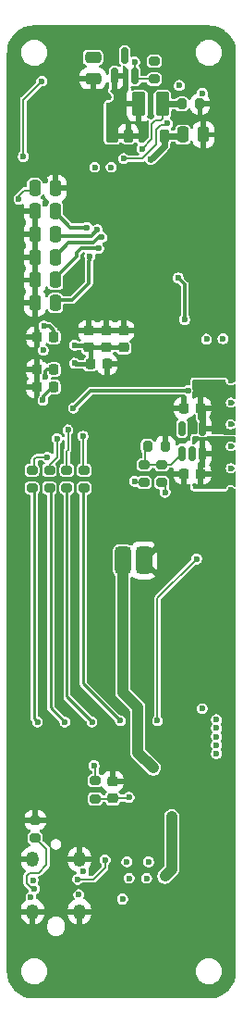
<source format=gbr>
%TF.GenerationSoftware,KiCad,Pcbnew,9.0.5*%
%TF.CreationDate,2025-11-24T11:18:26-05:00*%
%TF.ProjectId,everframe_board,65766572-6672-4616-9d65-5f626f617264,rev?*%
%TF.SameCoordinates,Original*%
%TF.FileFunction,Copper,L4,Bot*%
%TF.FilePolarity,Positive*%
%FSLAX46Y46*%
G04 Gerber Fmt 4.6, Leading zero omitted, Abs format (unit mm)*
G04 Created by KiCad (PCBNEW 9.0.5) date 2025-11-24 11:18:26*
%MOMM*%
%LPD*%
G01*
G04 APERTURE LIST*
G04 Aperture macros list*
%AMRoundRect*
0 Rectangle with rounded corners*
0 $1 Rounding radius*
0 $2 $3 $4 $5 $6 $7 $8 $9 X,Y pos of 4 corners*
0 Add a 4 corners polygon primitive as box body*
4,1,4,$2,$3,$4,$5,$6,$7,$8,$9,$2,$3,0*
0 Add four circle primitives for the rounded corners*
1,1,$1+$1,$2,$3*
1,1,$1+$1,$4,$5*
1,1,$1+$1,$6,$7*
1,1,$1+$1,$8,$9*
0 Add four rect primitives between the rounded corners*
20,1,$1+$1,$2,$3,$4,$5,0*
20,1,$1+$1,$4,$5,$6,$7,0*
20,1,$1+$1,$6,$7,$8,$9,0*
20,1,$1+$1,$8,$9,$2,$3,0*%
G04 Aperture macros list end*
%TA.AperFunction,ComponentPad*%
%ADD10O,1.150000X1.400000*%
%TD*%
%TA.AperFunction,ComponentPad*%
%ADD11RoundRect,0.375000X0.375000X-0.875000X0.375000X0.875000X-0.375000X0.875000X-0.375000X-0.875000X0*%
%TD*%
%TA.AperFunction,SMDPad,CuDef*%
%ADD12RoundRect,0.225000X0.225000X0.250000X-0.225000X0.250000X-0.225000X-0.250000X0.225000X-0.250000X0*%
%TD*%
%TA.AperFunction,SMDPad,CuDef*%
%ADD13RoundRect,0.250000X0.250000X0.475000X-0.250000X0.475000X-0.250000X-0.475000X0.250000X-0.475000X0*%
%TD*%
%TA.AperFunction,SMDPad,CuDef*%
%ADD14RoundRect,0.150000X0.150000X-0.512500X0.150000X0.512500X-0.150000X0.512500X-0.150000X-0.512500X0*%
%TD*%
%TA.AperFunction,SMDPad,CuDef*%
%ADD15RoundRect,0.225000X0.250000X-0.225000X0.250000X0.225000X-0.250000X0.225000X-0.250000X-0.225000X0*%
%TD*%
%TA.AperFunction,SMDPad,CuDef*%
%ADD16RoundRect,0.150000X0.150000X-0.587500X0.150000X0.587500X-0.150000X0.587500X-0.150000X-0.587500X0*%
%TD*%
%TA.AperFunction,SMDPad,CuDef*%
%ADD17RoundRect,0.200000X0.275000X-0.200000X0.275000X0.200000X-0.275000X0.200000X-0.275000X-0.200000X0*%
%TD*%
%TA.AperFunction,SMDPad,CuDef*%
%ADD18RoundRect,0.250000X-0.250000X-0.475000X0.250000X-0.475000X0.250000X0.475000X-0.250000X0.475000X0*%
%TD*%
%TA.AperFunction,SMDPad,CuDef*%
%ADD19RoundRect,0.225000X-0.225000X-0.375000X0.225000X-0.375000X0.225000X0.375000X-0.225000X0.375000X0*%
%TD*%
%TA.AperFunction,SMDPad,CuDef*%
%ADD20RoundRect,0.250000X0.475000X-0.250000X0.475000X0.250000X-0.475000X0.250000X-0.475000X-0.250000X0*%
%TD*%
%TA.AperFunction,SMDPad,CuDef*%
%ADD21RoundRect,0.225000X-0.225000X-0.250000X0.225000X-0.250000X0.225000X0.250000X-0.225000X0.250000X0*%
%TD*%
%TA.AperFunction,SMDPad,CuDef*%
%ADD22RoundRect,0.250000X0.375000X0.850000X-0.375000X0.850000X-0.375000X-0.850000X0.375000X-0.850000X0*%
%TD*%
%TA.AperFunction,SMDPad,CuDef*%
%ADD23RoundRect,0.200000X0.200000X0.275000X-0.200000X0.275000X-0.200000X-0.275000X0.200000X-0.275000X0*%
%TD*%
%TA.AperFunction,SMDPad,CuDef*%
%ADD24RoundRect,0.200000X-0.275000X0.200000X-0.275000X-0.200000X0.275000X-0.200000X0.275000X0.200000X0*%
%TD*%
%TA.AperFunction,ViaPad*%
%ADD25C,0.600000*%
%TD*%
%TA.AperFunction,Conductor*%
%ADD26C,0.200000*%
%TD*%
%TA.AperFunction,Conductor*%
%ADD27C,0.400000*%
%TD*%
%TA.AperFunction,Conductor*%
%ADD28C,0.600000*%
%TD*%
%TA.AperFunction,Conductor*%
%ADD29C,0.250000*%
%TD*%
%TA.AperFunction,Conductor*%
%ADD30C,0.300000*%
%TD*%
%TA.AperFunction,Conductor*%
%ADD31C,1.000000*%
%TD*%
G04 APERTURE END LIST*
D10*
%TO.P,J2,SH1,SHIELD*%
%TO.N,GND*%
X79150000Y-125750000D03*
%TO.P,J2,SH2,SHIELD__1*%
X79150000Y-130550000D03*
%TO.P,J2,SH3,SHIELD__2*%
X74850000Y-125750000D03*
%TO.P,J2,SH4,SHIELD__3*%
X74850000Y-130550000D03*
%TD*%
D11*
%TO.P,U1,15,BAT*%
%TO.N,/esp32-s3/VBAT*%
X83132000Y-98445000D03*
%TO.P,U1,16,GND*%
%TO.N,GND*%
X85037000Y-98445000D03*
%TD*%
D12*
%TO.P,C23,1*%
%TO.N,+5V*%
X90275000Y-90500000D03*
%TO.P,C23,2*%
%TO.N,GND*%
X88725000Y-90500000D03*
%TD*%
D13*
%TO.P,C29,1*%
%TO.N,GND*%
X90525000Y-59506750D03*
%TO.P,C29,2*%
%TO.N,/epaper display (page 3)/VPC*%
X88625000Y-59506750D03*
%TD*%
D14*
%TO.P,U2,1,IN*%
%TO.N,+5V*%
X90450000Y-88637500D03*
%TO.P,U2,2,GND*%
%TO.N,GND*%
X89500000Y-88637500D03*
%TO.P,U2,3,EN*%
%TO.N,Net-(U2-EN)*%
X88550000Y-88637500D03*
%TO.P,U2,4,NC*%
%TO.N,unconnected-(U2-NC-Pad4)*%
X88550000Y-86362500D03*
%TO.P,U2,5,OUT*%
%TO.N,+3.3V*%
X90450000Y-86362500D03*
%TD*%
D13*
%TO.P,C5,1*%
%TO.N,/epaper display (page 3)/VSL_LV*%
X76950000Y-72800000D03*
%TO.P,C5,2*%
%TO.N,GND*%
X75050000Y-72800000D03*
%TD*%
D15*
%TO.P,C12,1*%
%TO.N,+3.3V*%
X83200000Y-78975000D03*
%TO.P,C12,2*%
%TO.N,GND*%
X83200000Y-77425000D03*
%TD*%
D12*
%TO.P,C17,1*%
%TO.N,/epaper display (page 3)/VDDO*%
X76775000Y-78000000D03*
%TO.P,C17,2*%
%TO.N,GND*%
X75225000Y-78000000D03*
%TD*%
D16*
%TO.P,Q2,1,G*%
%TO.N,/epaper display (page 3)/GDRC*%
X84250000Y-54137500D03*
%TO.P,Q2,2,S*%
%TO.N,Net-(D4-K)*%
X82350000Y-54137500D03*
%TO.P,Q2,3,D*%
%TO.N,+3.3V*%
X83300000Y-52262500D03*
%TD*%
D17*
%TO.P,R22,1*%
%TO.N,/esp32-s3/ESP32_DC*%
X74800000Y-91825000D03*
%TO.P,R22,2*%
%TO.N,/epaper display (page 3)/DC*%
X74800000Y-90175000D03*
%TD*%
D13*
%TO.P,C2,1*%
%TO.N,/epaper display (page 3)/VSH_LV*%
X76950000Y-66500000D03*
%TO.P,C2,2*%
%TO.N,GND*%
X75050000Y-66500000D03*
%TD*%
D18*
%TO.P,C1,1*%
%TO.N,/epaper display (page 3)/VSH*%
X75050000Y-64400000D03*
%TO.P,C1,2*%
%TO.N,GND*%
X76950000Y-64400000D03*
%TD*%
D19*
%TO.P,D4,1,K*%
%TO.N,Net-(D4-K)*%
X83625000Y-59606750D03*
%TO.P,D4,2,A*%
%TO.N,/epaper display (page 3)/VPC*%
X86925000Y-59606750D03*
%TD*%
D17*
%TO.P,R19,1*%
%TO.N,/esp32-s3/ESP32_SCK*%
X76400000Y-91825000D03*
%TO.P,R19,2*%
%TO.N,/epaper display (page 3)/SCK*%
X76400000Y-90175000D03*
%TD*%
D13*
%TO.P,C3,1*%
%TO.N,/epaper display (page 3)/VSH_LV2*%
X76950000Y-68600000D03*
%TO.P,C3,2*%
%TO.N,GND*%
X75050000Y-68600000D03*
%TD*%
D17*
%TO.P,R15,1*%
%TO.N,Net-(J2-CC2)*%
X75100000Y-123825000D03*
%TO.P,R15,2*%
%TO.N,GND*%
X75100000Y-122175000D03*
%TD*%
%TO.P,R8,1*%
%TO.N,/epaper display (page 3)/RST_N*%
X86700000Y-91325000D03*
%TO.P,R8,2*%
%TO.N,Net-(U2-EN)*%
X86700000Y-89675000D03*
%TD*%
D15*
%TO.P,C10,1*%
%TO.N,+3.3V*%
X80000000Y-78975000D03*
%TO.P,C10,2*%
%TO.N,GND*%
X80000000Y-77425000D03*
%TD*%
D20*
%TO.P,C30,1*%
%TO.N,GND*%
X80400000Y-54350000D03*
%TO.P,C30,2*%
%TO.N,+3.3V*%
X80400000Y-52450000D03*
%TD*%
D21*
%TO.P,C9,1*%
%TO.N,+3.3V*%
X80125000Y-80500000D03*
%TO.P,C9,2*%
%TO.N,GND*%
X81675000Y-80500000D03*
%TD*%
D22*
%TO.P,L2,1,1*%
%TO.N,/epaper display (page 3)/RESEC*%
X86750000Y-56706750D03*
%TO.P,L2,2,2*%
%TO.N,Net-(D4-K)*%
X84600000Y-56706750D03*
%TD*%
D12*
%TO.P,C15,1*%
%TO.N,/epaper display (page 3)/VCP2*%
X76775000Y-81000000D03*
%TO.P,C15,2*%
%TO.N,GND*%
X75225000Y-81000000D03*
%TD*%
%TO.P,C16,1*%
%TO.N,/epaper display (page 3)/VCP1*%
X76775000Y-82600000D03*
%TO.P,C16,2*%
%TO.N,GND*%
X75225000Y-82600000D03*
%TD*%
D15*
%TO.P,C35,1*%
%TO.N,Net-(U1-GPIO1_A0_D0)*%
X82200000Y-120175000D03*
%TO.P,C35,2*%
%TO.N,GND*%
X82200000Y-118625000D03*
%TD*%
D13*
%TO.P,C4,1*%
%TO.N,/epaper display (page 3)/VSL*%
X76950000Y-70700000D03*
%TO.P,C4,2*%
%TO.N,GND*%
X75050000Y-70700000D03*
%TD*%
D23*
%TO.P,R14,1*%
%TO.N,GND*%
X90200000Y-56706750D03*
%TO.P,R14,2*%
%TO.N,/epaper display (page 3)/RESEC*%
X88550000Y-56706750D03*
%TD*%
D15*
%TO.P,C11,1*%
%TO.N,+3.3V*%
X81600000Y-78975000D03*
%TO.P,C11,2*%
%TO.N,GND*%
X81600000Y-77425000D03*
%TD*%
D24*
%TO.P,R21,1*%
%TO.N,Net-(R21-Pad1)*%
X80600000Y-118575000D03*
%TO.P,R21,2*%
%TO.N,Net-(U1-GPIO1_A0_D0)*%
X80600000Y-120225000D03*
%TD*%
D13*
%TO.P,C6,1*%
%TO.N,/epaper display (page 3)/VSL_LV2*%
X76950000Y-74900000D03*
%TO.P,C6,2*%
%TO.N,GND*%
X75050000Y-74900000D03*
%TD*%
D17*
%TO.P,R13,1*%
%TO.N,/epaper display (page 3)/GDRC*%
X86000000Y-54425000D03*
%TO.P,R13,2*%
%TO.N,+3.3V*%
X86000000Y-52775000D03*
%TD*%
D12*
%TO.P,C24,1*%
%TO.N,+3.3V*%
X90275000Y-84500000D03*
%TO.P,C24,2*%
%TO.N,GND*%
X88725000Y-84500000D03*
%TD*%
D17*
%TO.P,R9,1*%
%TO.N,/epaper display (page 3)/DISP_PWR_EN*%
X85100000Y-91325000D03*
%TO.P,R9,2*%
%TO.N,Net-(U2-EN)*%
X85100000Y-89675000D03*
%TD*%
%TO.P,R18,1*%
%TO.N,/esp32-s3/ESP32_MISO*%
X78000000Y-91825000D03*
%TO.P,R18,2*%
%TO.N,/epaper display (page 3)/SI1*%
X78000000Y-90175000D03*
%TD*%
D23*
%TO.P,R7,1*%
%TO.N,GND*%
X87025000Y-88000000D03*
%TO.P,R7,2*%
%TO.N,Net-(U2-EN)*%
X85375000Y-88000000D03*
%TD*%
D17*
%TO.P,R17,1*%
%TO.N,/esp32-s3/ESP32_MOSI*%
X79600000Y-91825000D03*
%TO.P,R17,2*%
%TO.N,/epaper display (page 3)/SI0*%
X79600000Y-90175000D03*
%TD*%
D25*
%TO.N,+3.3V*%
X90400000Y-55700000D03*
X91900000Y-83500000D03*
X80125000Y-79000000D03*
X78704804Y-78744319D03*
X92300000Y-78175000D03*
X91900000Y-86400000D03*
X88300000Y-55000000D03*
X91100000Y-82800000D03*
X78700000Y-80400000D03*
X90300000Y-82800000D03*
X81600000Y-78975000D03*
X80400000Y-52450000D03*
X90800000Y-78200000D03*
X83100000Y-78975000D03*
X91900000Y-85000000D03*
X91900000Y-85700000D03*
X91900000Y-82800000D03*
X83300000Y-52300000D03*
X75839917Y-79229867D03*
X80550000Y-62475000D03*
X86000000Y-52800000D03*
X91900000Y-84300000D03*
X82050000Y-62475000D03*
%TO.N,+5V*%
X91900000Y-89400000D03*
X91900000Y-87800000D03*
X91900000Y-91000000D03*
X91900000Y-88600000D03*
X83500000Y-126000000D03*
X85500000Y-126000000D03*
X91900000Y-90200000D03*
X91700000Y-115325000D03*
X85300000Y-127500000D03*
X91700000Y-114550000D03*
X90400000Y-112000000D03*
X91700000Y-113000000D03*
X91700000Y-113775000D03*
X91700000Y-116100000D03*
%TO.N,+5V_USB*%
X79519392Y-126886368D03*
X83100000Y-129400000D03*
X79100000Y-129000000D03*
X74896025Y-127673597D03*
X74700000Y-129200000D03*
X83700000Y-127500000D03*
%TO.N,/epaper display (page 3)/SCK*%
X77100000Y-87302688D03*
%TO.N,/epaper display (page 3)/GDRC*%
X75700000Y-54600000D03*
X84200000Y-52854174D03*
X74000000Y-61500000D03*
%TO.N,Net-(J2-CC2)*%
X75015136Y-128464682D03*
%TO.N,Net-(J2-CC1)*%
X81500000Y-125825000D03*
X79000000Y-127600000D03*
%TO.N,/epaper display (page 3)/DISP_PWR_EN*%
X84200000Y-91200000D03*
%TO.N,/esp32-s3/ESP32_MOSI*%
X82900000Y-113100000D03*
%TO.N,/esp32-s3/ESP32_MISO*%
X80300000Y-113200000D03*
%TO.N,/esp32-s3/ESP32_SCK*%
X77800000Y-113200000D03*
%TO.N,Net-(R21-Pad1)*%
X80500000Y-117200000D03*
%TO.N,/epaper display (page 3)/RESEC*%
X84900000Y-60800000D03*
%TO.N,/epaper display (page 3)/DC*%
X76200000Y-89000000D03*
%TO.N,/epaper display (page 3)/VSL_LV2*%
X80100000Y-70600000D03*
%TO.N,/epaper display (page 3)/VCP2*%
X76058068Y-81644928D03*
%TO.N,/esp32-s3/ESP32_DC*%
X75300000Y-113200000D03*
%TO.N,/epaper display (page 3)/VCP1*%
X75800000Y-83800000D03*
%TO.N,GND*%
X85500000Y-124100000D03*
X93000000Y-80000000D03*
X75200000Y-81000000D03*
X73000000Y-134000000D03*
X93000000Y-104000000D03*
X93000000Y-90000000D03*
X79000000Y-50000000D03*
X77000000Y-138000000D03*
X73000000Y-60000000D03*
X88650000Y-129625000D03*
X73000000Y-90000000D03*
X73000000Y-116000000D03*
X80116487Y-65920238D03*
X93000000Y-52000000D03*
X87000000Y-138000000D03*
X93000000Y-82000000D03*
X93000000Y-120000000D03*
X81700000Y-80500000D03*
X88700000Y-84500000D03*
X75100000Y-72600000D03*
X93000000Y-128000000D03*
X93000000Y-118000000D03*
X73000000Y-66000000D03*
X73000000Y-118000000D03*
X73000000Y-88000000D03*
X86820000Y-55100000D03*
X93000000Y-88000000D03*
X81000000Y-50000000D03*
X93000000Y-92000000D03*
X73000000Y-84000000D03*
X76009561Y-63668514D03*
X75100000Y-66600000D03*
X93000000Y-122000000D03*
X89500000Y-88600000D03*
X75100000Y-68600000D03*
X81600000Y-77400000D03*
X81000000Y-138000000D03*
X93000000Y-70000000D03*
X93000000Y-98000000D03*
X93000000Y-124000000D03*
X73000000Y-80000000D03*
X75981441Y-65798419D03*
X78484952Y-64550000D03*
X93000000Y-130000000D03*
X87000000Y-50000000D03*
X93000000Y-133000000D03*
X89000000Y-138000000D03*
X93000000Y-94000000D03*
X93000000Y-110000000D03*
X80400000Y-54400000D03*
X73000000Y-132000000D03*
X93000000Y-65000000D03*
X93000000Y-135000000D03*
X75200000Y-78000000D03*
X83100000Y-77400000D03*
X81500000Y-124200000D03*
X90100000Y-68500000D03*
X73000000Y-112000000D03*
X73000000Y-128000000D03*
X73000000Y-130000000D03*
X74600000Y-57800000D03*
X73000000Y-124000000D03*
X73000000Y-54000000D03*
X73000000Y-78000000D03*
X93000000Y-108000000D03*
X93000000Y-102000000D03*
X73000000Y-58000000D03*
X90800000Y-73575000D03*
X83200000Y-83975000D03*
X73000000Y-106000000D03*
X93000000Y-106000000D03*
X83000000Y-50000000D03*
X83000000Y-138000000D03*
X85149997Y-68449998D03*
X86000000Y-129400000D03*
X78682046Y-79594017D03*
X75000000Y-50000000D03*
X87025000Y-88000000D03*
X73000000Y-76000000D03*
X73000000Y-110000000D03*
X73000000Y-102000000D03*
X73000000Y-86000000D03*
X75102136Y-122194199D03*
X73000000Y-114000000D03*
X93000000Y-100000000D03*
X93000000Y-116000000D03*
X75100000Y-70600000D03*
X73000000Y-94000000D03*
X76048699Y-80017385D03*
X73000000Y-64000000D03*
X73000000Y-70000000D03*
X93000000Y-114000000D03*
X83000000Y-71000000D03*
X88700000Y-90500000D03*
X93000000Y-72000000D03*
X83500000Y-124100000D03*
X73000000Y-62000000D03*
X93000000Y-96000000D03*
X73000000Y-120000000D03*
X75100000Y-74600000D03*
X81800000Y-56050000D03*
X91000000Y-138000000D03*
X93000000Y-54000000D03*
X82200000Y-117600000D03*
X89000000Y-50000000D03*
X73000000Y-108000000D03*
X79000000Y-138000000D03*
X73000000Y-72000000D03*
X82975000Y-72500000D03*
X93000000Y-86000000D03*
X73000000Y-98000000D03*
X93000000Y-68000000D03*
X73000000Y-56000000D03*
X75000000Y-138000000D03*
X88000000Y-112000000D03*
X73000000Y-74000000D03*
X73000000Y-104000000D03*
X79500000Y-56000000D03*
X73000000Y-92000000D03*
X89549998Y-66600000D03*
X85000000Y-50000000D03*
X93000000Y-112000000D03*
X93000000Y-60000000D03*
X83400000Y-60900000D03*
X79377473Y-71420357D03*
X80550000Y-60925000D03*
X85000000Y-138000000D03*
X73000000Y-122000000D03*
X93000000Y-56000000D03*
X74600000Y-88100000D03*
X93000000Y-58000000D03*
X73000000Y-126000000D03*
X73000000Y-100000000D03*
X77000000Y-50000000D03*
X73000000Y-68000000D03*
X73000000Y-82000000D03*
X75200000Y-82500000D03*
X78750000Y-93000000D03*
X91000000Y-50000000D03*
X73000000Y-96000000D03*
X93000000Y-84000000D03*
X73000000Y-136000000D03*
X80100000Y-77400000D03*
X73000000Y-52000000D03*
%TO.N,/epaper display (page 3)/VSL_LV*%
X80900000Y-69900000D03*
%TO.N,/epaper display (page 3)/VSH*%
X73600000Y-65400000D03*
%TO.N,/epaper display (page 3)/VGH*%
X88200000Y-72600000D03*
X89100000Y-82900000D03*
X78600000Y-84500000D03*
X88800000Y-76400000D03*
%TO.N,/epaper display (page 3)/VPC*%
X85684236Y-61784648D03*
%TO.N,/epaper display (page 3)/RST_N*%
X87000000Y-92200000D03*
%TO.N,/epaper display (page 3)/GDRH*%
X87221625Y-58487825D03*
X83200000Y-61700000D03*
%TO.N,/epaper display (page 3)/VDDO*%
X75900000Y-77000000D03*
%TO.N,/epaper display (page 3)/VSL*%
X81200000Y-68900000D03*
%TO.N,/epaper display (page 3)/SI0*%
X79474193Y-87068481D03*
%TO.N,/epaper display (page 3)/VSH_LV2*%
X80800000Y-68200000D03*
%TO.N,/epaper display (page 3)/VSH_LV*%
X79819813Y-67976595D03*
%TO.N,/epaper display (page 3)/SI1*%
X78100000Y-86503132D03*
%TO.N,/esp32-s3/VBAT*%
X87500000Y-126800000D03*
X85200000Y-116700000D03*
X86986139Y-127303171D03*
X85900000Y-117400000D03*
X87600001Y-122899999D03*
X87600001Y-121900000D03*
%TO.N,Net-(U1-GPIO1_A0_D0)*%
X86300000Y-113100000D03*
X89900000Y-98300000D03*
X83700000Y-120100000D03*
%TD*%
D26*
%TO.N,/epaper display (page 3)/SI1*%
X78100000Y-86503132D02*
X78100000Y-88300000D01*
X78100000Y-88300000D02*
X78000000Y-88400000D01*
X78000000Y-88400000D02*
X78000000Y-90175000D01*
%TO.N,/epaper display (page 3)/SCK*%
X76400000Y-90175000D02*
X76400000Y-89700000D01*
X76400000Y-89700000D02*
X77100000Y-89000000D01*
X77100000Y-89000000D02*
X77100000Y-87302688D01*
D27*
%TO.N,+3.3V*%
X81600000Y-78975000D02*
X83100000Y-78975000D01*
D28*
X90450000Y-86362500D02*
X90450000Y-84675000D01*
D27*
X79675000Y-78975000D02*
X79500000Y-78800000D01*
D26*
X83300000Y-52262500D02*
X83300000Y-52300000D01*
D27*
X80100000Y-78975000D02*
X81600000Y-78975000D01*
X78760485Y-78800000D02*
X78704804Y-78744319D01*
X80100000Y-78975000D02*
X79675000Y-78975000D01*
X80125000Y-79000000D02*
X80100000Y-78975000D01*
X79500000Y-78800000D02*
X78760485Y-78800000D01*
D28*
X90450000Y-84675000D02*
X90275000Y-84500000D01*
D26*
X86000000Y-52775000D02*
X86000000Y-52800000D01*
D27*
X80125000Y-80500000D02*
X80125000Y-79000000D01*
X78800000Y-80500000D02*
X78700000Y-80400000D01*
X80125000Y-80500000D02*
X78800000Y-80500000D01*
%TO.N,+5V*%
X90450000Y-88637500D02*
X90450000Y-89550000D01*
X90450000Y-89550000D02*
X90275000Y-89725000D01*
X90275000Y-89725000D02*
X90275000Y-90500000D01*
D26*
%TO.N,/epaper display (page 3)/GDRC*%
X84250000Y-54137500D02*
X84537500Y-54425000D01*
X84250000Y-54137500D02*
X84250000Y-52904174D01*
X84537500Y-54425000D02*
X86000000Y-54425000D01*
X74000000Y-56300000D02*
X75700000Y-54600000D01*
X84250000Y-52904174D02*
X84200000Y-52854174D01*
X74000000Y-61500000D02*
X74000000Y-56300000D01*
%TO.N,Net-(J2-CC2)*%
X75015136Y-128464682D02*
X74837167Y-128464682D01*
X76100000Y-126300000D02*
X76100000Y-124825000D01*
X75400000Y-127000000D02*
X76100000Y-126300000D01*
X74295025Y-127922540D02*
X74295025Y-127304975D01*
X74600000Y-127000000D02*
X75400000Y-127000000D01*
X74295025Y-127304975D02*
X74600000Y-127000000D01*
X76100000Y-124825000D02*
X75100000Y-123825000D01*
X74837167Y-128464682D02*
X74295025Y-127922540D01*
%TO.N,Net-(J2-CC1)*%
X81500000Y-126562500D02*
X81500000Y-125825000D01*
X79000000Y-127600000D02*
X80462500Y-127600000D01*
X80462500Y-127600000D02*
X81500000Y-126562500D01*
%TO.N,Net-(U2-EN)*%
X86700000Y-89675000D02*
X87512500Y-89675000D01*
X87512500Y-89675000D02*
X88550000Y-88637500D01*
X85200000Y-89675000D02*
X85200000Y-88175000D01*
X85200000Y-88175000D02*
X85375000Y-88000000D01*
X86700000Y-89675000D02*
X85200000Y-89675000D01*
%TO.N,/epaper display (page 3)/DISP_PWR_EN*%
X84325000Y-91325000D02*
X84200000Y-91200000D01*
X85200000Y-91325000D02*
X84325000Y-91325000D01*
D29*
%TO.N,/esp32-s3/ESP32_MOSI*%
X79500000Y-109700000D02*
X79500000Y-91825000D01*
X82900000Y-113100000D02*
X79500000Y-109700000D01*
%TO.N,/esp32-s3/ESP32_MISO*%
X78000000Y-110900000D02*
X78000000Y-91825000D01*
X80300000Y-113200000D02*
X78000000Y-110900000D01*
%TO.N,/esp32-s3/ESP32_SCK*%
X76500000Y-111900000D02*
X76500000Y-91825000D01*
X77800000Y-113200000D02*
X76500000Y-111900000D01*
D26*
%TO.N,Net-(R21-Pad1)*%
X80600000Y-118575000D02*
X80600000Y-117300000D01*
X80600000Y-117300000D02*
X80500000Y-117200000D01*
%TO.N,/epaper display (page 3)/RESEC*%
X84900000Y-60800000D02*
X85772000Y-59928000D01*
X85772000Y-59928000D02*
X85772000Y-58528000D01*
D28*
X88550000Y-56706750D02*
X86750000Y-56706750D01*
D26*
X86750000Y-58050000D02*
X86750000Y-56706750D01*
X86100000Y-58200000D02*
X86600000Y-58200000D01*
X85772000Y-58528000D02*
X86100000Y-58200000D01*
X86600000Y-58200000D02*
X86750000Y-58050000D01*
%TO.N,/epaper display (page 3)/DC*%
X75000000Y-90175000D02*
X75000000Y-89200000D01*
X75000000Y-89200000D02*
X75200000Y-89000000D01*
X75200000Y-89000000D02*
X76200000Y-89000000D01*
D30*
%TO.N,/epaper display (page 3)/VSL_LV2*%
X80100000Y-70952086D02*
X80100000Y-70600000D01*
X80028473Y-73071527D02*
X80028473Y-71023613D01*
X78500000Y-74600000D02*
X80028473Y-73071527D01*
X76950000Y-74600000D02*
X78500000Y-74600000D01*
X80028473Y-71023613D02*
X80100000Y-70952086D01*
%TO.N,/epaper display (page 3)/VCP2*%
X76058068Y-81644928D02*
X76058068Y-81141932D01*
X76058068Y-81141932D02*
X76200000Y-81000000D01*
X76200000Y-81000000D02*
X76775000Y-81000000D01*
D29*
%TO.N,/esp32-s3/ESP32_DC*%
X75000000Y-112900000D02*
X75000000Y-91825000D01*
X75300000Y-113200000D02*
X75000000Y-112900000D01*
D30*
%TO.N,/epaper display (page 3)/VCP1*%
X75800000Y-83800000D02*
X75816845Y-83783155D01*
X75816845Y-83783155D02*
X75816845Y-83458155D01*
X75816845Y-83458155D02*
X76775000Y-82500000D01*
D27*
%TO.N,GND*%
X82200000Y-118625000D02*
X82200000Y-117600000D01*
D29*
X73250000Y-125750000D02*
X73000000Y-126000000D01*
X74850000Y-125750000D02*
X73250000Y-125750000D01*
D30*
%TO.N,/epaper display (page 3)/VSL_LV*%
X78900000Y-70650000D02*
X78900000Y-70310050D01*
X76950000Y-72600000D02*
X78900000Y-70650000D01*
X78900000Y-70310050D02*
X79310050Y-69900000D01*
X79310050Y-69900000D02*
X80900000Y-69900000D01*
D26*
%TO.N,/epaper display (page 3)/VSH*%
X73600000Y-65400000D02*
X73600000Y-65100000D01*
X73600000Y-65100000D02*
X74100000Y-64600000D01*
X74100000Y-64600000D02*
X75050000Y-64600000D01*
D30*
%TO.N,/epaper display (page 3)/VGH*%
X88800000Y-73200000D02*
X88200000Y-72600000D01*
X88800000Y-76400000D02*
X88800000Y-73200000D01*
X80200000Y-82900000D02*
X89100000Y-82900000D01*
X78600000Y-84500000D02*
X80200000Y-82900000D01*
D28*
%TO.N,/epaper display (page 3)/VPC*%
X88525000Y-59606750D02*
X88625000Y-59506750D01*
X86925000Y-59606750D02*
X88525000Y-59606750D01*
X86925000Y-59606750D02*
X86925000Y-60543884D01*
X86925000Y-60543884D02*
X85684236Y-61784648D01*
D26*
%TO.N,/epaper display (page 3)/RST_N*%
X87000000Y-91625000D02*
X86700000Y-91325000D01*
X87000000Y-92200000D02*
X87000000Y-91625000D01*
%TO.N,/epaper display (page 3)/GDRH*%
X83200000Y-61700000D02*
X84870712Y-61700000D01*
X86581640Y-58600000D02*
X87109450Y-58600000D01*
X84870712Y-61700000D02*
X86174000Y-60396712D01*
X86174000Y-59007640D02*
X86581640Y-58600000D01*
X87109450Y-58600000D02*
X87221625Y-58487825D01*
X86174000Y-60396712D02*
X86174000Y-59007640D01*
D30*
%TO.N,/epaper display (page 3)/VDDO*%
X76400000Y-77000000D02*
X76800000Y-77400000D01*
X75900000Y-77000000D02*
X76400000Y-77000000D01*
X76800000Y-77400000D02*
X76775000Y-77425000D01*
X76775000Y-77425000D02*
X76775000Y-78000000D01*
%TO.N,/epaper display (page 3)/VSL*%
X80410050Y-69400000D02*
X80910050Y-68900000D01*
X76950000Y-70600000D02*
X78150000Y-69400000D01*
X80910050Y-68900000D02*
X81200000Y-68900000D01*
X78150000Y-69400000D02*
X80410050Y-69400000D01*
D26*
%TO.N,/epaper display (page 3)/SI0*%
X79500000Y-87094288D02*
X79474193Y-87068481D01*
X79500000Y-90175000D02*
X79500000Y-87094288D01*
D30*
%TO.N,/epaper display (page 3)/VSH_LV2*%
X80237583Y-68762417D02*
X80800000Y-68200000D01*
X76950000Y-68600000D02*
X77112417Y-68762417D01*
X77112417Y-68762417D02*
X80237583Y-68762417D01*
%TO.N,/epaper display (page 3)/VSH_LV*%
X78326595Y-67976595D02*
X79819813Y-67976595D01*
X76950000Y-66600000D02*
X78326595Y-67976595D01*
D31*
%TO.N,/esp32-s3/VBAT*%
X84500000Y-116000000D02*
X85900000Y-117400000D01*
X83132000Y-98445000D02*
X83132000Y-110532000D01*
X87600001Y-122899999D02*
X87600001Y-126689309D01*
X84500000Y-111900000D02*
X84500000Y-116000000D01*
X87600001Y-122899999D02*
X87600001Y-121900000D01*
X83132000Y-110532000D02*
X84500000Y-111900000D01*
X87600001Y-126689309D02*
X86986139Y-127303171D01*
D26*
%TO.N,Net-(U1-GPIO1_A0_D0)*%
X82200000Y-120175000D02*
X83625000Y-120175000D01*
X86300000Y-113100000D02*
X86300000Y-101900000D01*
X83625000Y-120175000D02*
X83700000Y-120100000D01*
X82150000Y-120225000D02*
X82200000Y-120175000D01*
X86300000Y-101900000D02*
X89900000Y-98300000D01*
X80600000Y-120225000D02*
X82150000Y-120225000D01*
%TD*%
%TA.AperFunction,Conductor*%
%TO.N,GND*%
G36*
X79537488Y-70257428D02*
G01*
X79549927Y-70258318D01*
X79555999Y-70262863D01*
X79580932Y-70270185D01*
X79626687Y-70322989D01*
X79636631Y-70392147D01*
X79633668Y-70406594D01*
X79633609Y-70406810D01*
X79633608Y-70406814D01*
X79599500Y-70534108D01*
X79599500Y-70665892D01*
X79631491Y-70785286D01*
X79633609Y-70793188D01*
X79633609Y-70793189D01*
X79671954Y-70859604D01*
X79688427Y-70927504D01*
X79684343Y-70953694D01*
X79677973Y-70977469D01*
X79677973Y-72874983D01*
X79658288Y-72942022D01*
X79641654Y-72962664D01*
X78391137Y-74213181D01*
X78329814Y-74246666D01*
X78303456Y-74249500D01*
X77692980Y-74249500D01*
X77625941Y-74229815D01*
X77593210Y-74199133D01*
X77522151Y-74102851D01*
X77412882Y-74022207D01*
X77412880Y-74022206D01*
X77284700Y-73977353D01*
X77254270Y-73974500D01*
X77254266Y-73974500D01*
X76645734Y-73974500D01*
X76645730Y-73974500D01*
X76615300Y-73977353D01*
X76615298Y-73977353D01*
X76487119Y-74022206D01*
X76487117Y-74022207D01*
X76377850Y-74102850D01*
X76297207Y-74212117D01*
X76274842Y-74276033D01*
X76234120Y-74332808D01*
X76169167Y-74358555D01*
X76100605Y-74345098D01*
X76050203Y-74296711D01*
X76040095Y-74274081D01*
X75984358Y-74105880D01*
X75984356Y-74105875D01*
X75892315Y-73956654D01*
X75873342Y-73937681D01*
X75839857Y-73876358D01*
X75844841Y-73806666D01*
X75873342Y-73762319D01*
X75892315Y-73743345D01*
X75984356Y-73594124D01*
X75984359Y-73594117D01*
X76040094Y-73425918D01*
X76079866Y-73368473D01*
X76144382Y-73341649D01*
X76213158Y-73353964D01*
X76264358Y-73401506D01*
X76274841Y-73423965D01*
X76276147Y-73427697D01*
X76297207Y-73487882D01*
X76377850Y-73597150D01*
X76487118Y-73677793D01*
X76529845Y-73692744D01*
X76615299Y-73722646D01*
X76645730Y-73725500D01*
X76645734Y-73725500D01*
X77254270Y-73725500D01*
X77284699Y-73722646D01*
X77284701Y-73722646D01*
X77348790Y-73700219D01*
X77412882Y-73677793D01*
X77522150Y-73597150D01*
X77602793Y-73487882D01*
X77633017Y-73401506D01*
X77647646Y-73359701D01*
X77647646Y-73359699D01*
X77650500Y-73329269D01*
X77650500Y-72446544D01*
X77670185Y-72379505D01*
X77686819Y-72358863D01*
X78423036Y-71622646D01*
X79180469Y-70865213D01*
X79226614Y-70785288D01*
X79240011Y-70735288D01*
X79250500Y-70696144D01*
X79250500Y-70506593D01*
X79259144Y-70477152D01*
X79265668Y-70447166D01*
X79269422Y-70442150D01*
X79270185Y-70439554D01*
X79286819Y-70418912D01*
X79418912Y-70286819D01*
X79480235Y-70253334D01*
X79506593Y-70250500D01*
X79513893Y-70250500D01*
X79537488Y-70257428D01*
G37*
%TD.AperFunction*%
%TA.AperFunction,Conductor*%
G36*
X75842416Y-64943717D02*
G01*
X75854010Y-64941486D01*
X75876070Y-64950322D01*
X75899392Y-64954900D01*
X75907909Y-64963076D01*
X75918869Y-64967467D01*
X75932649Y-64986827D01*
X75949795Y-65003287D01*
X75958944Y-65023768D01*
X75959386Y-65024389D01*
X75959405Y-65024801D01*
X75959904Y-65025917D01*
X76015642Y-65194121D01*
X76015643Y-65194124D01*
X76107684Y-65343345D01*
X76231654Y-65467315D01*
X76336875Y-65532216D01*
X76341722Y-65537605D01*
X76348449Y-65540300D01*
X76364771Y-65563231D01*
X76383599Y-65584164D01*
X76384763Y-65591317D01*
X76388966Y-65597222D01*
X76390299Y-65625340D01*
X76394822Y-65653127D01*
X76392014Y-65661484D01*
X76392277Y-65667013D01*
X76384734Y-65683158D01*
X76379153Y-65699777D01*
X76375678Y-65705792D01*
X76297207Y-65812118D01*
X76270997Y-65887020D01*
X76265176Y-65897099D01*
X76247970Y-65913497D01*
X76234120Y-65932808D01*
X76223145Y-65937158D01*
X76214599Y-65945304D01*
X76191260Y-65949797D01*
X76169167Y-65958555D01*
X76157581Y-65956281D01*
X76145989Y-65958513D01*
X76123927Y-65949675D01*
X76100605Y-65945098D01*
X76092088Y-65936921D01*
X76081130Y-65932532D01*
X76067349Y-65913172D01*
X76050203Y-65896711D01*
X76041055Y-65876232D01*
X76040613Y-65875610D01*
X76040593Y-65875196D01*
X76040095Y-65874081D01*
X75984358Y-65705880D01*
X75984356Y-65705875D01*
X75892315Y-65556654D01*
X75768345Y-65432684D01*
X75663124Y-65367783D01*
X75658276Y-65362393D01*
X75651550Y-65359699D01*
X75635227Y-65336767D01*
X75616400Y-65315835D01*
X75615235Y-65308681D01*
X75611033Y-65302777D01*
X75609698Y-65274653D01*
X75605178Y-65246872D01*
X75607984Y-65238516D01*
X75607722Y-65232986D01*
X75615265Y-65216836D01*
X75620846Y-65200222D01*
X75624314Y-65194217D01*
X75702793Y-65087882D01*
X75729004Y-65012972D01*
X75734823Y-65002900D01*
X75752026Y-64986503D01*
X75765877Y-64967192D01*
X75776853Y-64962840D01*
X75785400Y-64954695D01*
X75808735Y-64950202D01*
X75830830Y-64941444D01*
X75842416Y-64943717D01*
G37*
%TD.AperFunction*%
%TA.AperFunction,Conductor*%
G36*
X91003736Y-49500726D02*
G01*
X91293796Y-49518271D01*
X91308659Y-49520076D01*
X91590798Y-49571780D01*
X91605335Y-49575363D01*
X91879172Y-49660695D01*
X91893163Y-49666000D01*
X92154743Y-49783727D01*
X92167989Y-49790680D01*
X92413465Y-49939075D01*
X92425776Y-49947573D01*
X92651573Y-50124473D01*
X92662781Y-50134403D01*
X92865596Y-50337218D01*
X92875526Y-50348426D01*
X92995481Y-50501538D01*
X93052422Y-50574217D01*
X93060928Y-50586540D01*
X93209316Y-50832004D01*
X93216275Y-50845263D01*
X93333997Y-51106831D01*
X93339306Y-51120832D01*
X93424635Y-51394663D01*
X93428219Y-51409201D01*
X93479923Y-51691340D01*
X93481728Y-51706205D01*
X93499274Y-51996263D01*
X93499500Y-52003750D01*
X93499500Y-81987341D01*
X93479815Y-82054380D01*
X93427011Y-82100135D01*
X93366667Y-82111025D01*
X93366060Y-82110982D01*
X93363817Y-82110822D01*
X93363811Y-82110821D01*
X93363801Y-82110821D01*
X93338666Y-82110565D01*
X93338665Y-82110565D01*
X93338662Y-82110565D01*
X93250661Y-82135432D01*
X93189333Y-82168920D01*
X93189331Y-82168920D01*
X93167984Y-82184901D01*
X93155675Y-82193020D01*
X93108704Y-82220139D01*
X93078800Y-82232526D01*
X93048021Y-82240774D01*
X93015925Y-82245000D01*
X92984073Y-82245000D01*
X92951977Y-82240774D01*
X92921201Y-82232527D01*
X92891296Y-82220140D01*
X92863698Y-82204206D01*
X92838018Y-82184500D01*
X92815498Y-82161980D01*
X92795791Y-82136298D01*
X92779857Y-82108699D01*
X92767470Y-82078793D01*
X92758906Y-82046831D01*
X92755794Y-82027254D01*
X92755355Y-82027302D01*
X92752578Y-82001476D01*
X92750303Y-81980316D01*
X92741594Y-81940281D01*
X92739102Y-81928825D01*
X92738045Y-81924500D01*
X92736610Y-81918627D01*
X92693600Y-81837915D01*
X92647845Y-81785111D01*
X92647839Y-81785104D01*
X92630257Y-81767160D01*
X92630256Y-81767159D01*
X92630254Y-81767157D01*
X92630252Y-81767156D01*
X92630250Y-81767154D01*
X92550440Y-81722511D01*
X92550435Y-81722509D01*
X92483403Y-81702826D01*
X92483399Y-81702825D01*
X92483398Y-81702825D01*
X92425500Y-81694500D01*
X89624000Y-81694500D01*
X89623992Y-81694500D01*
X89580313Y-81699197D01*
X89528825Y-81710397D01*
X89518627Y-81712890D01*
X89518624Y-81712891D01*
X89437916Y-81755899D01*
X89437913Y-81755901D01*
X89385104Y-81801660D01*
X89367160Y-81819242D01*
X89367154Y-81819249D01*
X89322511Y-81899059D01*
X89322509Y-81899064D01*
X89302826Y-81966096D01*
X89302825Y-81966101D01*
X89302825Y-81966102D01*
X89297740Y-82001472D01*
X89294500Y-82024003D01*
X89294500Y-82275500D01*
X89274815Y-82342539D01*
X89222011Y-82388294D01*
X89170500Y-82399500D01*
X89034108Y-82399500D01*
X88906812Y-82433608D01*
X88792686Y-82499500D01*
X88792683Y-82499502D01*
X88779005Y-82513181D01*
X88717682Y-82546666D01*
X88691324Y-82549500D01*
X80153856Y-82549500D01*
X80064712Y-82573386D01*
X80064709Y-82573387D01*
X79984791Y-82619527D01*
X79984786Y-82619531D01*
X78641137Y-83963181D01*
X78579814Y-83996666D01*
X78553456Y-83999500D01*
X78534108Y-83999500D01*
X78406812Y-84033608D01*
X78292686Y-84099500D01*
X78292683Y-84099502D01*
X78199502Y-84192683D01*
X78199500Y-84192686D01*
X78133608Y-84306812D01*
X78099500Y-84434108D01*
X78099500Y-84565891D01*
X78133608Y-84693187D01*
X78159940Y-84738794D01*
X78199500Y-84807314D01*
X78292686Y-84900500D01*
X78406814Y-84966392D01*
X78534108Y-85000500D01*
X78534110Y-85000500D01*
X78665890Y-85000500D01*
X78665892Y-85000500D01*
X78793186Y-84966392D01*
X78907314Y-84900500D01*
X79000500Y-84807314D01*
X79066392Y-84693186D01*
X79100500Y-84565892D01*
X79100500Y-84546544D01*
X79120185Y-84479505D01*
X79136819Y-84458863D01*
X79394005Y-84201677D01*
X87775000Y-84201677D01*
X87775000Y-84250000D01*
X88475000Y-84250000D01*
X88475000Y-83524999D01*
X88451693Y-83525000D01*
X88451674Y-83525001D01*
X88352392Y-83535144D01*
X88191518Y-83588452D01*
X88191507Y-83588457D01*
X88047271Y-83677424D01*
X88047267Y-83677427D01*
X87927427Y-83797267D01*
X87927424Y-83797271D01*
X87838457Y-83941507D01*
X87838452Y-83941518D01*
X87785144Y-84102393D01*
X87775000Y-84201677D01*
X79394005Y-84201677D01*
X80308863Y-83286819D01*
X80370186Y-83253334D01*
X80396544Y-83250500D01*
X88691324Y-83250500D01*
X88758363Y-83270185D01*
X88758471Y-83270254D01*
X88769623Y-83277437D01*
X88792686Y-83300500D01*
X88906814Y-83366392D01*
X88908374Y-83366810D01*
X88918147Y-83373105D01*
X88939104Y-83397341D01*
X88961216Y-83420531D01*
X88962018Y-83423840D01*
X88963848Y-83425956D01*
X88965728Y-83439132D01*
X88975000Y-83477351D01*
X88975000Y-84376000D01*
X88955315Y-84443039D01*
X88902511Y-84488794D01*
X88851000Y-84500000D01*
X88725000Y-84500000D01*
X88725000Y-84626000D01*
X88705315Y-84693039D01*
X88652511Y-84738794D01*
X88601000Y-84750000D01*
X87775001Y-84750000D01*
X87775001Y-84798322D01*
X87785144Y-84897607D01*
X87838452Y-85058481D01*
X87838457Y-85058492D01*
X87927424Y-85202728D01*
X87927427Y-85202732D01*
X88047267Y-85322572D01*
X88047271Y-85322575D01*
X88151592Y-85386922D01*
X88198317Y-85438870D01*
X88209538Y-85507833D01*
X88181695Y-85571914D01*
X88174177Y-85580141D01*
X88110802Y-85643516D01*
X88059426Y-85748608D01*
X88049500Y-85816739D01*
X88049500Y-86908260D01*
X88059426Y-86976391D01*
X88110803Y-87081485D01*
X88193514Y-87164196D01*
X88193515Y-87164196D01*
X88193517Y-87164198D01*
X88298607Y-87215573D01*
X88332673Y-87220536D01*
X88366739Y-87225500D01*
X88366740Y-87225500D01*
X88733261Y-87225500D01*
X88755971Y-87222191D01*
X88801393Y-87215573D01*
X88906483Y-87164198D01*
X88989198Y-87081483D01*
X89040573Y-86976393D01*
X89050500Y-86908260D01*
X89050500Y-85816740D01*
X89040573Y-85748607D01*
X88989261Y-85643647D01*
X88977503Y-85574776D01*
X89004847Y-85510479D01*
X89062611Y-85471172D01*
X89088062Y-85465831D01*
X89097606Y-85464855D01*
X89258481Y-85411547D01*
X89258492Y-85411542D01*
X89402728Y-85322575D01*
X89402732Y-85322572D01*
X89522572Y-85202732D01*
X89522575Y-85202728D01*
X89584608Y-85102159D01*
X89601898Y-85086607D01*
X89615836Y-85067989D01*
X89627387Y-85063680D01*
X89636556Y-85055434D01*
X89659511Y-85051698D01*
X89681300Y-85043572D01*
X89693348Y-85046193D01*
X89705518Y-85044213D01*
X89726846Y-85053480D01*
X89749573Y-85058424D01*
X89765269Y-85070174D01*
X89769600Y-85072056D01*
X89777827Y-85079575D01*
X89783181Y-85084929D01*
X89816666Y-85146252D01*
X89819500Y-85172610D01*
X89819500Y-85481007D01*
X89824197Y-85524686D01*
X89835397Y-85576174D01*
X89836367Y-85580141D01*
X89837890Y-85586373D01*
X89868340Y-85643516D01*
X89880899Y-85667083D01*
X89880901Y-85667086D01*
X89919213Y-85711300D01*
X89948238Y-85774856D01*
X89949500Y-85792503D01*
X89949500Y-86747302D01*
X89929815Y-86814341D01*
X89877011Y-86860096D01*
X89824812Y-86871300D01*
X89626478Y-86870198D01*
X89626468Y-86870199D01*
X89581696Y-86874882D01*
X89581678Y-86874885D01*
X89528904Y-86886355D01*
X89517669Y-86889130D01*
X89437186Y-86932550D01*
X89437177Y-86932557D01*
X89384614Y-86978578D01*
X89384604Y-86978587D01*
X89366746Y-86996266D01*
X89322509Y-87076318D01*
X89303173Y-87143453D01*
X89295148Y-87201384D01*
X89295148Y-87201386D01*
X89296018Y-87370065D01*
X89276679Y-87437205D01*
X89224112Y-87483231D01*
X89206615Y-87489780D01*
X89089806Y-87523716D01*
X89089803Y-87523717D01*
X88948447Y-87607314D01*
X88948442Y-87607318D01*
X88832316Y-87723445D01*
X88829944Y-87726504D01*
X88827475Y-87728286D01*
X88826802Y-87728960D01*
X88826693Y-87728851D01*
X88773300Y-87767409D01*
X88731967Y-87774500D01*
X88366739Y-87774500D01*
X88298608Y-87784426D01*
X88193516Y-87835802D01*
X88136680Y-87892638D01*
X88075356Y-87926122D01*
X88005665Y-87921137D01*
X87949731Y-87879266D01*
X87925315Y-87813801D01*
X87924999Y-87804956D01*
X87924999Y-87668417D01*
X87918591Y-87597897D01*
X87918590Y-87597892D01*
X87868018Y-87435603D01*
X87780072Y-87290122D01*
X87659877Y-87169927D01*
X87514395Y-87081980D01*
X87514396Y-87081980D01*
X87352105Y-87031409D01*
X87352106Y-87031409D01*
X87281572Y-87025000D01*
X87275000Y-87025000D01*
X87275000Y-87876000D01*
X87255315Y-87943039D01*
X87202511Y-87988794D01*
X87151000Y-88000000D01*
X86899000Y-88000000D01*
X86831961Y-87980315D01*
X86786206Y-87927511D01*
X86775000Y-87876000D01*
X86775000Y-87025000D01*
X86774999Y-87024999D01*
X86768436Y-87025000D01*
X86768417Y-87025001D01*
X86697897Y-87031408D01*
X86697892Y-87031409D01*
X86535603Y-87081981D01*
X86390122Y-87169927D01*
X86269927Y-87290122D01*
X86181981Y-87435603D01*
X86156863Y-87516209D01*
X86118125Y-87574356D01*
X86054100Y-87602330D01*
X85985115Y-87591248D01*
X85933072Y-87544629D01*
X85928002Y-87535630D01*
X85903050Y-87486658D01*
X85903048Y-87486656D01*
X85903045Y-87486652D01*
X85813347Y-87396954D01*
X85813344Y-87396952D01*
X85813342Y-87396950D01*
X85736517Y-87357805D01*
X85700301Y-87339352D01*
X85606524Y-87324500D01*
X85143482Y-87324500D01*
X85062519Y-87337323D01*
X85049696Y-87339354D01*
X84936658Y-87396950D01*
X84936657Y-87396951D01*
X84936652Y-87396954D01*
X84846954Y-87486652D01*
X84846952Y-87486656D01*
X84846950Y-87486658D01*
X84842254Y-87495875D01*
X84789352Y-87599698D01*
X84774500Y-87693475D01*
X84774500Y-88306517D01*
X84785292Y-88374657D01*
X84789354Y-88400304D01*
X84846950Y-88513342D01*
X84846951Y-88513343D01*
X84846953Y-88513346D01*
X84863179Y-88529571D01*
X84896666Y-88590893D01*
X84899500Y-88617254D01*
X84899500Y-88951802D01*
X84879815Y-89018841D01*
X84827011Y-89064596D01*
X84794898Y-89074275D01*
X84699699Y-89089352D01*
X84652305Y-89113501D01*
X84586658Y-89146950D01*
X84586657Y-89146951D01*
X84586652Y-89146954D01*
X84496954Y-89236652D01*
X84496951Y-89236657D01*
X84496950Y-89236658D01*
X84489442Y-89251393D01*
X84439352Y-89349698D01*
X84424500Y-89443475D01*
X84424500Y-89906517D01*
X84432181Y-89955013D01*
X84439354Y-90000304D01*
X84496950Y-90113342D01*
X84496952Y-90113344D01*
X84496954Y-90113347D01*
X84586652Y-90203045D01*
X84586654Y-90203046D01*
X84586658Y-90203050D01*
X84699694Y-90260645D01*
X84699698Y-90260647D01*
X84793475Y-90275499D01*
X84793481Y-90275500D01*
X85406518Y-90275499D01*
X85500304Y-90260646D01*
X85613342Y-90203050D01*
X85703050Y-90113342D01*
X85738787Y-90043203D01*
X85749235Y-90032140D01*
X85755558Y-90018297D01*
X85772738Y-90007255D01*
X85786761Y-89992409D01*
X85802440Y-89988167D01*
X85814336Y-89980523D01*
X85849271Y-89975500D01*
X85950728Y-89975500D01*
X86017767Y-89995185D01*
X86061212Y-90043204D01*
X86096949Y-90113340D01*
X86096954Y-90113347D01*
X86186652Y-90203045D01*
X86186654Y-90203046D01*
X86186658Y-90203050D01*
X86299694Y-90260645D01*
X86299698Y-90260647D01*
X86393475Y-90275499D01*
X86393481Y-90275500D01*
X87006518Y-90275499D01*
X87100304Y-90260646D01*
X87213342Y-90203050D01*
X87303050Y-90113342D01*
X87338787Y-90043203D01*
X87344183Y-90037490D01*
X87346576Y-90030004D01*
X87367832Y-90012450D01*
X87386761Y-89992409D01*
X87395756Y-89989390D01*
X87400450Y-89985515D01*
X87418099Y-89981894D01*
X87434541Y-89976378D01*
X87441880Y-89975500D01*
X87472938Y-89975500D01*
X87552062Y-89975500D01*
X87628489Y-89955021D01*
X87632522Y-89952692D01*
X87649734Y-89950633D01*
X87675795Y-89955013D01*
X87702219Y-89955642D01*
X87709714Y-89960715D01*
X87718637Y-89962215D01*
X87738192Y-89979989D01*
X87760082Y-89994804D01*
X87763644Y-90003122D01*
X87770341Y-90009209D01*
X87777183Y-90034737D01*
X87787587Y-90059032D01*
X87787017Y-90071431D01*
X87788429Y-90076697D01*
X87786498Y-90082736D01*
X87785720Y-90099698D01*
X87785144Y-90102387D01*
X87775000Y-90201677D01*
X87775000Y-90250000D01*
X88601000Y-90250000D01*
X88668039Y-90269685D01*
X88713794Y-90322489D01*
X88725000Y-90374000D01*
X88725000Y-90500000D01*
X88851000Y-90500000D01*
X88918039Y-90519685D01*
X88963794Y-90572489D01*
X88975000Y-90624000D01*
X88975000Y-91474999D01*
X88998308Y-91474999D01*
X88998322Y-91474998D01*
X89097605Y-91464856D01*
X89154628Y-91445960D01*
X89224456Y-91443558D01*
X89284498Y-91479289D01*
X89315691Y-91541809D01*
X89317631Y-91563026D01*
X89318867Y-91802697D01*
X89318867Y-91802711D01*
X89323672Y-91845826D01*
X89323674Y-91845839D01*
X89334880Y-91896724D01*
X89337250Y-91906370D01*
X89380259Y-91987080D01*
X89380262Y-91987085D01*
X89391202Y-91999710D01*
X89426022Y-92039895D01*
X89442309Y-92056517D01*
X89443608Y-92057843D01*
X89443609Y-92057844D01*
X89443611Y-92057845D01*
X89460196Y-92067122D01*
X89523425Y-92102490D01*
X89590464Y-92122175D01*
X89648362Y-92130500D01*
X89648366Y-92130500D01*
X92458566Y-92130500D01*
X92467106Y-92130143D01*
X92475656Y-92129787D01*
X92496219Y-92128070D01*
X92568911Y-92108128D01*
X92631758Y-92077599D01*
X92653654Y-92065253D01*
X92717438Y-91999711D01*
X92753803Y-91940051D01*
X92756906Y-91932802D01*
X92763503Y-91919620D01*
X92795789Y-91863700D01*
X92815488Y-91838028D01*
X92838026Y-91815490D01*
X92863693Y-91795794D01*
X92891303Y-91779853D01*
X92921197Y-91767472D01*
X92951982Y-91759223D01*
X92984069Y-91755000D01*
X93015928Y-91755000D01*
X93048019Y-91759225D01*
X93078792Y-91767470D01*
X93108700Y-91779857D01*
X93135906Y-91795565D01*
X93141813Y-91798975D01*
X93150005Y-91804537D01*
X93150114Y-91804376D01*
X93154255Y-91807143D01*
X93154256Y-91807144D01*
X93208929Y-91843678D01*
X93208932Y-91843679D01*
X93208933Y-91843680D01*
X93253909Y-91864220D01*
X93272485Y-91872703D01*
X93295949Y-91881728D01*
X93385608Y-91889060D01*
X93450818Y-91914142D01*
X93492117Y-91970499D01*
X93499500Y-92012647D01*
X93499500Y-135996249D01*
X93499274Y-136003736D01*
X93481728Y-136293794D01*
X93479923Y-136308659D01*
X93428219Y-136590798D01*
X93424635Y-136605336D01*
X93339306Y-136879167D01*
X93333997Y-136893168D01*
X93216275Y-137154736D01*
X93209316Y-137167995D01*
X93060928Y-137413459D01*
X93052422Y-137425782D01*
X92875526Y-137651573D01*
X92865596Y-137662781D01*
X92662781Y-137865596D01*
X92651573Y-137875526D01*
X92425782Y-138052422D01*
X92413459Y-138060928D01*
X92167995Y-138209316D01*
X92154736Y-138216275D01*
X91893168Y-138333997D01*
X91879167Y-138339306D01*
X91605336Y-138424635D01*
X91590798Y-138428219D01*
X91308659Y-138479923D01*
X91293794Y-138481728D01*
X91003736Y-138499274D01*
X90996249Y-138499500D01*
X75003751Y-138499500D01*
X74996264Y-138499274D01*
X74706205Y-138481728D01*
X74691340Y-138479923D01*
X74409201Y-138428219D01*
X74394663Y-138424635D01*
X74120832Y-138339306D01*
X74106831Y-138333997D01*
X73845263Y-138216275D01*
X73832004Y-138209316D01*
X73586540Y-138060928D01*
X73574217Y-138052422D01*
X73348426Y-137875526D01*
X73337218Y-137865596D01*
X73134403Y-137662781D01*
X73124473Y-137651573D01*
X72947573Y-137425776D01*
X72939075Y-137413465D01*
X72790680Y-137167989D01*
X72783727Y-137154743D01*
X72666000Y-136893163D01*
X72660693Y-136879167D01*
X72630437Y-136782073D01*
X72575363Y-136605335D01*
X72571780Y-136590798D01*
X72520076Y-136308659D01*
X72518271Y-136293794D01*
X72500726Y-136003736D01*
X72500500Y-135996249D01*
X72500500Y-135905513D01*
X73799500Y-135905513D01*
X73799500Y-136094486D01*
X73829059Y-136281118D01*
X73887454Y-136460836D01*
X73953674Y-136590798D01*
X73973240Y-136629199D01*
X74084310Y-136782073D01*
X74217927Y-136915690D01*
X74370801Y-137026760D01*
X74450347Y-137067290D01*
X74539163Y-137112545D01*
X74539165Y-137112545D01*
X74539168Y-137112547D01*
X74635497Y-137143846D01*
X74718881Y-137170940D01*
X74905514Y-137200500D01*
X74905519Y-137200500D01*
X75094486Y-137200500D01*
X75281118Y-137170940D01*
X75330988Y-137154736D01*
X75460832Y-137112547D01*
X75629199Y-137026760D01*
X75782073Y-136915690D01*
X75915690Y-136782073D01*
X76026760Y-136629199D01*
X76112547Y-136460832D01*
X76170940Y-136281118D01*
X76200500Y-136094486D01*
X76200500Y-135905513D01*
X89799500Y-135905513D01*
X89799500Y-136094486D01*
X89829059Y-136281118D01*
X89887454Y-136460836D01*
X89953674Y-136590798D01*
X89973240Y-136629199D01*
X90084310Y-136782073D01*
X90217927Y-136915690D01*
X90370801Y-137026760D01*
X90450347Y-137067290D01*
X90539163Y-137112545D01*
X90539165Y-137112545D01*
X90539168Y-137112547D01*
X90635497Y-137143846D01*
X90718881Y-137170940D01*
X90905514Y-137200500D01*
X90905519Y-137200500D01*
X91094486Y-137200500D01*
X91281118Y-137170940D01*
X91330988Y-137154736D01*
X91460832Y-137112547D01*
X91629199Y-137026760D01*
X91782073Y-136915690D01*
X91915690Y-136782073D01*
X92026760Y-136629199D01*
X92112547Y-136460832D01*
X92170940Y-136281118D01*
X92200500Y-136094486D01*
X92200500Y-135905513D01*
X92170940Y-135718881D01*
X92112545Y-135539163D01*
X92026759Y-135370800D01*
X91915690Y-135217927D01*
X91782073Y-135084310D01*
X91629199Y-134973240D01*
X91460836Y-134887454D01*
X91281118Y-134829059D01*
X91094486Y-134799500D01*
X91094481Y-134799500D01*
X90905519Y-134799500D01*
X90905514Y-134799500D01*
X90718881Y-134829059D01*
X90539163Y-134887454D01*
X90370800Y-134973240D01*
X90283579Y-135036610D01*
X90217927Y-135084310D01*
X90217925Y-135084312D01*
X90217924Y-135084312D01*
X90084312Y-135217924D01*
X90084312Y-135217925D01*
X90084310Y-135217927D01*
X90036610Y-135283579D01*
X89973240Y-135370800D01*
X89887454Y-135539163D01*
X89829059Y-135718881D01*
X89799500Y-135905513D01*
X76200500Y-135905513D01*
X76170940Y-135718881D01*
X76112545Y-135539163D01*
X76026759Y-135370800D01*
X75915690Y-135217927D01*
X75782073Y-135084310D01*
X75629199Y-134973240D01*
X75460836Y-134887454D01*
X75281118Y-134829059D01*
X75094486Y-134799500D01*
X75094481Y-134799500D01*
X74905519Y-134799500D01*
X74905514Y-134799500D01*
X74718881Y-134829059D01*
X74539163Y-134887454D01*
X74370800Y-134973240D01*
X74283579Y-135036610D01*
X74217927Y-135084310D01*
X74217925Y-135084312D01*
X74217924Y-135084312D01*
X74084312Y-135217924D01*
X74084312Y-135217925D01*
X74084310Y-135217927D01*
X74036610Y-135283579D01*
X73973240Y-135370800D01*
X73887454Y-135539163D01*
X73829059Y-135718881D01*
X73799500Y-135905513D01*
X72500500Y-135905513D01*
X72500500Y-125500000D01*
X73781398Y-125500000D01*
X74547030Y-125500000D01*
X74525000Y-125582213D01*
X74525000Y-125917787D01*
X74547030Y-126000000D01*
X73781398Y-126000000D01*
X73801469Y-126126726D01*
X73853760Y-126287659D01*
X73930578Y-126438423D01*
X74030038Y-126575316D01*
X74030038Y-126575317D01*
X74149682Y-126694961D01*
X74149688Y-126694966D01*
X74223580Y-126748652D01*
X74234994Y-126763454D01*
X74249962Y-126774659D01*
X74255889Y-126790551D01*
X74266246Y-126803982D01*
X74267845Y-126822606D01*
X74274379Y-126840123D01*
X74270773Y-126856697D01*
X74272225Y-126873595D01*
X74263501Y-126890126D01*
X74259528Y-126908396D01*
X74240330Y-126934040D01*
X74239619Y-126935390D01*
X74238377Y-126936651D01*
X74203669Y-126971360D01*
X74110514Y-127064515D01*
X74110513Y-127064515D01*
X74110512Y-127064516D01*
X74054566Y-127120462D01*
X74054560Y-127120470D01*
X74015007Y-127188979D01*
X74015004Y-127188984D01*
X74012186Y-127199502D01*
X73994525Y-127265413D01*
X73994525Y-127962102D01*
X74015004Y-128038529D01*
X74015005Y-128038530D01*
X74029815Y-128064183D01*
X74054562Y-128107047D01*
X74054566Y-128107052D01*
X74503052Y-128555538D01*
X74536537Y-128616861D01*
X74531553Y-128686553D01*
X74489681Y-128742486D01*
X74477372Y-128750606D01*
X74392686Y-128799500D01*
X74392683Y-128799502D01*
X74299502Y-128892683D01*
X74299500Y-128892686D01*
X74233608Y-129006812D01*
X74217778Y-129065892D01*
X74199500Y-129134108D01*
X74199500Y-129265892D01*
X74210599Y-129307314D01*
X74233608Y-129393186D01*
X74239149Y-129402783D01*
X74255622Y-129470683D01*
X74232770Y-129536710D01*
X74204649Y-129565101D01*
X74149685Y-129605035D01*
X74030038Y-129724682D01*
X74030038Y-129724683D01*
X73930578Y-129861576D01*
X73853760Y-130012340D01*
X73801469Y-130173273D01*
X73781398Y-130300000D01*
X74547030Y-130300000D01*
X74525000Y-130382213D01*
X74525000Y-130717787D01*
X74547030Y-130800000D01*
X73781398Y-130800000D01*
X73801469Y-130926726D01*
X73853760Y-131087659D01*
X73930578Y-131238423D01*
X74030038Y-131375316D01*
X74030038Y-131375317D01*
X74149682Y-131494961D01*
X74286576Y-131594421D01*
X74437340Y-131671239D01*
X74598273Y-131723530D01*
X74600000Y-131723804D01*
X74600000Y-130884618D01*
X74650446Y-130935064D01*
X74724555Y-130977851D01*
X74807213Y-131000000D01*
X74892787Y-131000000D01*
X74975445Y-130977851D01*
X75049554Y-130935064D01*
X75100000Y-130884618D01*
X75100000Y-131723803D01*
X75101726Y-131723530D01*
X75104496Y-131722630D01*
X76214500Y-131722630D01*
X76214500Y-132077369D01*
X76244684Y-132229114D01*
X76244686Y-132229122D01*
X76303897Y-132372071D01*
X76303902Y-132372080D01*
X76389861Y-132500726D01*
X76389864Y-132500730D01*
X76499269Y-132610135D01*
X76499273Y-132610138D01*
X76627919Y-132696097D01*
X76627925Y-132696100D01*
X76627926Y-132696101D01*
X76770878Y-132755314D01*
X76922630Y-132785499D01*
X76922634Y-132785500D01*
X76922635Y-132785500D01*
X77077366Y-132785500D01*
X77077367Y-132785499D01*
X77229122Y-132755314D01*
X77372074Y-132696101D01*
X77500727Y-132610138D01*
X77610138Y-132500727D01*
X77696101Y-132372074D01*
X77755314Y-132229122D01*
X77785500Y-132077365D01*
X77785500Y-132000000D01*
X77785500Y-131934108D01*
X77785500Y-131734108D01*
X77785500Y-131722635D01*
X77755314Y-131570878D01*
X77696101Y-131427926D01*
X77696100Y-131427925D01*
X77696097Y-131427919D01*
X77610138Y-131299273D01*
X77610135Y-131299269D01*
X77500730Y-131189864D01*
X77500726Y-131189861D01*
X77372080Y-131103902D01*
X77372071Y-131103897D01*
X77229122Y-131044686D01*
X77229114Y-131044684D01*
X77077369Y-131014500D01*
X77077365Y-131014500D01*
X77065892Y-131014500D01*
X77000000Y-131014500D01*
X76922635Y-131014500D01*
X76922630Y-131014500D01*
X76770885Y-131044684D01*
X76770877Y-131044686D01*
X76627928Y-131103897D01*
X76627919Y-131103902D01*
X76499273Y-131189861D01*
X76499269Y-131189864D01*
X76389864Y-131299269D01*
X76389861Y-131299273D01*
X76303902Y-131427919D01*
X76303897Y-131427928D01*
X76244686Y-131570877D01*
X76244684Y-131570885D01*
X76214500Y-131722630D01*
X75104496Y-131722630D01*
X75262659Y-131671239D01*
X75390586Y-131606058D01*
X75413423Y-131594421D01*
X75550316Y-131494961D01*
X75550317Y-131494961D01*
X75669961Y-131375317D01*
X75669961Y-131375316D01*
X75769421Y-131238423D01*
X75846239Y-131087659D01*
X75898530Y-130926726D01*
X75918602Y-130800000D01*
X75152970Y-130800000D01*
X75175000Y-130717787D01*
X75175000Y-130382213D01*
X75152970Y-130300000D01*
X75918602Y-130300000D01*
X78081398Y-130300000D01*
X78847030Y-130300000D01*
X78825000Y-130382213D01*
X78825000Y-130717787D01*
X78847030Y-130800000D01*
X78081398Y-130800000D01*
X78101469Y-130926726D01*
X78153760Y-131087659D01*
X78230578Y-131238423D01*
X78330038Y-131375316D01*
X78330038Y-131375317D01*
X78449682Y-131494961D01*
X78586576Y-131594421D01*
X78737340Y-131671239D01*
X78898273Y-131723530D01*
X78900000Y-131723804D01*
X78900000Y-130884618D01*
X78950446Y-130935064D01*
X79024555Y-130977851D01*
X79107213Y-131000000D01*
X79192787Y-131000000D01*
X79275445Y-130977851D01*
X79349554Y-130935064D01*
X79400000Y-130884618D01*
X79400000Y-131723804D01*
X79401726Y-131723530D01*
X79562659Y-131671239D01*
X79713423Y-131594421D01*
X79850316Y-131494961D01*
X79850317Y-131494961D01*
X79969961Y-131375317D01*
X79969961Y-131375316D01*
X80069421Y-131238423D01*
X80146239Y-131087659D01*
X80198530Y-130926726D01*
X80218602Y-130800000D01*
X79452970Y-130800000D01*
X79475000Y-130717787D01*
X79475000Y-130382213D01*
X79452970Y-130300000D01*
X80218602Y-130300000D01*
X80198530Y-130173273D01*
X80146239Y-130012340D01*
X80069421Y-129861576D01*
X79969961Y-129724683D01*
X79969961Y-129724682D01*
X79850317Y-129605038D01*
X79713423Y-129505578D01*
X79577784Y-129436466D01*
X79577784Y-129436465D01*
X79576891Y-129436011D01*
X79526089Y-129388043D01*
X79512725Y-129334108D01*
X82599500Y-129334108D01*
X82599500Y-129465891D01*
X82633608Y-129593187D01*
X82666554Y-129650250D01*
X82699500Y-129707314D01*
X82792686Y-129800500D01*
X82906814Y-129866392D01*
X83034108Y-129900500D01*
X83034110Y-129900500D01*
X83165890Y-129900500D01*
X83165892Y-129900500D01*
X83293186Y-129866392D01*
X83407314Y-129800500D01*
X83500500Y-129707314D01*
X83566392Y-129593186D01*
X83600500Y-129465892D01*
X83600500Y-129334108D01*
X83566392Y-129206814D01*
X83500500Y-129092686D01*
X83407314Y-128999500D01*
X83350250Y-128966554D01*
X83293187Y-128933608D01*
X83222291Y-128914612D01*
X83165892Y-128899500D01*
X83034108Y-128899500D01*
X82906812Y-128933608D01*
X82792686Y-128999500D01*
X82792683Y-128999502D01*
X82699502Y-129092683D01*
X82699500Y-129092686D01*
X82633608Y-129206812D01*
X82599500Y-129334108D01*
X79512725Y-129334108D01*
X79509285Y-129320224D01*
X79525784Y-129263520D01*
X79566392Y-129193186D01*
X79600500Y-129065892D01*
X79600500Y-128934108D01*
X79566392Y-128806814D01*
X79500500Y-128692686D01*
X79407314Y-128599500D01*
X79331170Y-128555538D01*
X79293187Y-128533608D01*
X79229539Y-128516554D01*
X79165892Y-128499500D01*
X79034108Y-128499500D01*
X78906812Y-128533608D01*
X78792686Y-128599500D01*
X78792683Y-128599502D01*
X78699502Y-128692683D01*
X78699500Y-128692686D01*
X78633608Y-128806812D01*
X78617969Y-128865179D01*
X78599500Y-128934108D01*
X78599500Y-129065892D01*
X78617778Y-129134108D01*
X78633609Y-129193188D01*
X78633609Y-129193189D01*
X78696945Y-129302890D01*
X78713418Y-129370790D01*
X78690565Y-129436817D01*
X78645854Y-129475374D01*
X78586578Y-129505576D01*
X78449683Y-129605038D01*
X78449682Y-129605038D01*
X78330038Y-129724682D01*
X78330038Y-129724683D01*
X78230578Y-129861576D01*
X78153760Y-130012340D01*
X78101469Y-130173273D01*
X78081398Y-130300000D01*
X75918602Y-130300000D01*
X75898530Y-130173273D01*
X75846239Y-130012340D01*
X75769421Y-129861576D01*
X75669961Y-129724683D01*
X75669961Y-129724682D01*
X75550317Y-129605038D01*
X75413423Y-129505578D01*
X75259037Y-129426914D01*
X75208241Y-129378939D01*
X75191446Y-129311118D01*
X75195556Y-129284339D01*
X75200500Y-129265892D01*
X75200500Y-129134108D01*
X75179059Y-129054088D01*
X75180722Y-128984243D01*
X75219884Y-128926380D01*
X75236829Y-128914615D01*
X75322450Y-128865182D01*
X75415636Y-128771996D01*
X75481528Y-128657868D01*
X75515636Y-128530574D01*
X75515636Y-128398790D01*
X75481528Y-128271496D01*
X75415636Y-128157368D01*
X75342815Y-128084547D01*
X75309330Y-128023224D01*
X75314314Y-127953532D01*
X75323105Y-127934871D01*
X75362417Y-127866783D01*
X75396525Y-127739489D01*
X75396525Y-127607705D01*
X75362417Y-127480411D01*
X75362414Y-127480406D01*
X75359305Y-127472897D01*
X75361098Y-127472154D01*
X75347124Y-127414556D01*
X75369975Y-127348529D01*
X75424896Y-127305337D01*
X75438890Y-127300679D01*
X75439558Y-127300500D01*
X75439562Y-127300500D01*
X75515989Y-127280021D01*
X75584511Y-127240460D01*
X75640460Y-127184511D01*
X76340460Y-126484511D01*
X76350921Y-126466392D01*
X76380021Y-126415989D01*
X76400500Y-126339562D01*
X76400500Y-125500000D01*
X78081398Y-125500000D01*
X78847030Y-125500000D01*
X78825000Y-125582213D01*
X78825000Y-125917787D01*
X78847030Y-126000000D01*
X78081398Y-126000000D01*
X78101469Y-126126726D01*
X78153760Y-126287659D01*
X78230578Y-126438423D01*
X78330038Y-126575316D01*
X78330038Y-126575317D01*
X78449682Y-126694961D01*
X78586576Y-126794421D01*
X78737340Y-126871239D01*
X78813150Y-126895872D01*
X78870826Y-126935310D01*
X78898024Y-126999668D01*
X78886109Y-127068515D01*
X78838865Y-127119990D01*
X78814294Y-127130444D01*
X78814318Y-127130500D01*
X78808505Y-127132907D01*
X78806934Y-127133575D01*
X78806889Y-127133587D01*
X78806813Y-127133608D01*
X78692686Y-127199500D01*
X78692683Y-127199502D01*
X78599502Y-127292683D01*
X78599500Y-127292686D01*
X78533608Y-127406812D01*
X78499500Y-127534108D01*
X78499500Y-127665891D01*
X78533608Y-127793187D01*
X78560902Y-127840460D01*
X78599500Y-127907314D01*
X78692686Y-128000500D01*
X78806814Y-128066392D01*
X78934108Y-128100500D01*
X78934110Y-128100500D01*
X79065890Y-128100500D01*
X79065892Y-128100500D01*
X79193186Y-128066392D01*
X79307314Y-128000500D01*
X79370995Y-127936819D01*
X79432318Y-127903334D01*
X79458676Y-127900500D01*
X80502060Y-127900500D01*
X80502062Y-127900500D01*
X80578489Y-127880021D01*
X80647011Y-127840460D01*
X80702960Y-127784511D01*
X81053363Y-127434108D01*
X83199500Y-127434108D01*
X83199500Y-127565891D01*
X83233608Y-127693187D01*
X83260341Y-127739489D01*
X83299500Y-127807314D01*
X83392686Y-127900500D01*
X83484540Y-127953532D01*
X83499383Y-127962102D01*
X83506814Y-127966392D01*
X83634108Y-128000500D01*
X83634110Y-128000500D01*
X83765890Y-128000500D01*
X83765892Y-128000500D01*
X83893186Y-127966392D01*
X84007314Y-127900500D01*
X84100500Y-127807314D01*
X84166392Y-127693186D01*
X84200500Y-127565892D01*
X84200500Y-127434108D01*
X84799500Y-127434108D01*
X84799500Y-127565891D01*
X84833608Y-127693187D01*
X84860341Y-127739489D01*
X84899500Y-127807314D01*
X84992686Y-127900500D01*
X85084540Y-127953532D01*
X85099383Y-127962102D01*
X85106814Y-127966392D01*
X85234108Y-128000500D01*
X85234110Y-128000500D01*
X85365890Y-128000500D01*
X85365892Y-128000500D01*
X85493186Y-127966392D01*
X85607314Y-127900500D01*
X85700500Y-127807314D01*
X85766392Y-127693186D01*
X85800500Y-127565892D01*
X85800500Y-127434108D01*
X85783903Y-127372167D01*
X86285638Y-127372167D01*
X86312557Y-127507493D01*
X86312560Y-127507503D01*
X86365361Y-127634978D01*
X86442026Y-127749716D01*
X86539593Y-127847283D01*
X86654331Y-127923948D01*
X86756802Y-127966392D01*
X86781811Y-127976751D01*
X86781815Y-127976751D01*
X86781816Y-127976752D01*
X86917142Y-128003671D01*
X86917145Y-128003671D01*
X87055135Y-128003671D01*
X87146179Y-127985560D01*
X87190467Y-127976751D01*
X87286872Y-127936819D01*
X87317946Y-127923948D01*
X87317947Y-127923947D01*
X87317950Y-127923946D01*
X87432682Y-127847285D01*
X88144115Y-127135852D01*
X88220776Y-127021120D01*
X88273581Y-126893637D01*
X88287710Y-126822606D01*
X88300501Y-126758305D01*
X88300501Y-121831004D01*
X88273582Y-121695677D01*
X88273581Y-121695676D01*
X88273581Y-121695672D01*
X88269410Y-121685603D01*
X88220779Y-121568195D01*
X88220772Y-121568182D01*
X88144115Y-121453458D01*
X88144112Y-121453454D01*
X88046546Y-121355888D01*
X88046542Y-121355885D01*
X87931818Y-121279228D01*
X87931805Y-121279221D01*
X87804333Y-121226421D01*
X87804323Y-121226418D01*
X87668996Y-121199500D01*
X87668994Y-121199500D01*
X87531008Y-121199500D01*
X87531006Y-121199500D01*
X87395678Y-121226418D01*
X87395668Y-121226421D01*
X87268196Y-121279221D01*
X87268183Y-121279228D01*
X87153459Y-121355885D01*
X87153455Y-121355888D01*
X87055889Y-121453454D01*
X87055886Y-121453458D01*
X86979229Y-121568182D01*
X86979222Y-121568195D01*
X86926422Y-121695667D01*
X86926419Y-121695677D01*
X86899501Y-121831004D01*
X86899501Y-126347789D01*
X86879816Y-126414828D01*
X86863182Y-126435470D01*
X86442027Y-126856624D01*
X86442026Y-126856625D01*
X86365361Y-126971363D01*
X86312560Y-127098838D01*
X86312557Y-127098848D01*
X86285639Y-127234174D01*
X86285639Y-127234177D01*
X86285639Y-127372165D01*
X86285639Y-127372167D01*
X86285638Y-127372167D01*
X85783903Y-127372167D01*
X85766392Y-127306814D01*
X85766390Y-127306810D01*
X85756735Y-127290087D01*
X85756734Y-127290086D01*
X85750804Y-127279815D01*
X85700500Y-127192686D01*
X85607314Y-127099500D01*
X85546718Y-127064515D01*
X85493187Y-127033608D01*
X85429539Y-127016554D01*
X85365892Y-126999500D01*
X85234108Y-126999500D01*
X85106812Y-127033608D01*
X84992686Y-127099500D01*
X84992683Y-127099502D01*
X84899502Y-127192683D01*
X84899500Y-127192686D01*
X84833608Y-127306812D01*
X84799500Y-127434108D01*
X84200500Y-127434108D01*
X84166392Y-127306814D01*
X84100500Y-127192686D01*
X84007314Y-127099500D01*
X83946718Y-127064515D01*
X83893187Y-127033608D01*
X83829539Y-127016554D01*
X83765892Y-126999500D01*
X83634108Y-126999500D01*
X83506812Y-127033608D01*
X83392686Y-127099500D01*
X83392683Y-127099502D01*
X83299502Y-127192683D01*
X83299500Y-127192686D01*
X83233608Y-127306812D01*
X83199500Y-127434108D01*
X81053363Y-127434108D01*
X81740460Y-126747011D01*
X81780022Y-126678488D01*
X81800500Y-126602062D01*
X81800500Y-126522938D01*
X81800500Y-126283676D01*
X81820185Y-126216637D01*
X81836819Y-126195995D01*
X81857285Y-126175529D01*
X81900500Y-126132314D01*
X81966392Y-126018186D01*
X81988920Y-125934108D01*
X82999500Y-125934108D01*
X82999500Y-126065891D01*
X83033608Y-126193187D01*
X83054536Y-126229434D01*
X83099500Y-126307314D01*
X83192686Y-126400500D01*
X83284841Y-126453706D01*
X83306810Y-126466390D01*
X83306814Y-126466392D01*
X83434108Y-126500500D01*
X83434110Y-126500500D01*
X83565890Y-126500500D01*
X83565892Y-126500500D01*
X83693186Y-126466392D01*
X83807314Y-126400500D01*
X83900500Y-126307314D01*
X83966392Y-126193186D01*
X84000500Y-126065892D01*
X84000500Y-125934108D01*
X84999500Y-125934108D01*
X84999500Y-126065891D01*
X85033608Y-126193187D01*
X85054536Y-126229434D01*
X85099500Y-126307314D01*
X85192686Y-126400500D01*
X85284841Y-126453706D01*
X85306810Y-126466390D01*
X85306814Y-126466392D01*
X85434108Y-126500500D01*
X85434110Y-126500500D01*
X85565890Y-126500500D01*
X85565892Y-126500500D01*
X85693186Y-126466392D01*
X85807314Y-126400500D01*
X85900500Y-126307314D01*
X85966392Y-126193186D01*
X86000500Y-126065892D01*
X86000500Y-125934108D01*
X85966392Y-125806814D01*
X85900500Y-125692686D01*
X85807314Y-125599500D01*
X85750250Y-125566554D01*
X85693187Y-125533608D01*
X85629539Y-125516554D01*
X85565892Y-125499500D01*
X85434108Y-125499500D01*
X85306812Y-125533608D01*
X85192686Y-125599500D01*
X85192683Y-125599502D01*
X85099502Y-125692683D01*
X85099500Y-125692686D01*
X85033608Y-125806812D01*
X84999500Y-125934108D01*
X84000500Y-125934108D01*
X83966392Y-125806814D01*
X83900500Y-125692686D01*
X83807314Y-125599500D01*
X83750250Y-125566554D01*
X83693187Y-125533608D01*
X83629539Y-125516554D01*
X83565892Y-125499500D01*
X83434108Y-125499500D01*
X83306812Y-125533608D01*
X83192686Y-125599500D01*
X83192683Y-125599502D01*
X83099502Y-125692683D01*
X83099500Y-125692686D01*
X83033608Y-125806812D01*
X82999500Y-125934108D01*
X81988920Y-125934108D01*
X82000500Y-125890892D01*
X82000500Y-125759108D01*
X81966392Y-125631814D01*
X81900500Y-125517686D01*
X81807314Y-125424500D01*
X81750250Y-125391554D01*
X81693187Y-125358608D01*
X81629539Y-125341554D01*
X81565892Y-125324500D01*
X81434108Y-125324500D01*
X81306812Y-125358608D01*
X81192686Y-125424500D01*
X81192683Y-125424502D01*
X81099502Y-125517683D01*
X81099500Y-125517686D01*
X81033608Y-125631812D01*
X80999500Y-125759108D01*
X80999500Y-125890892D01*
X81011080Y-125934108D01*
X81033608Y-126018187D01*
X81061151Y-126065892D01*
X81099500Y-126132314D01*
X81099502Y-126132316D01*
X81163181Y-126195995D01*
X81177884Y-126222922D01*
X81194477Y-126248741D01*
X81195368Y-126254941D01*
X81196666Y-126257318D01*
X81199500Y-126283676D01*
X81199500Y-126386667D01*
X81179815Y-126453706D01*
X81163181Y-126474348D01*
X80374348Y-127263181D01*
X80313025Y-127296666D01*
X80286667Y-127299500D01*
X80073573Y-127299500D01*
X80006534Y-127279815D01*
X79960779Y-127227011D01*
X79950835Y-127157853D01*
X79966186Y-127113500D01*
X79985782Y-127079557D01*
X79985784Y-127079554D01*
X80019892Y-126952260D01*
X80019892Y-126820476D01*
X79985784Y-126693182D01*
X79981124Y-126685111D01*
X79964650Y-126617214D01*
X79987500Y-126551186D01*
X79988193Y-126550224D01*
X80069419Y-126438427D01*
X80146239Y-126287659D01*
X80198530Y-126126726D01*
X80218602Y-126000000D01*
X79452970Y-126000000D01*
X79475000Y-125917787D01*
X79475000Y-125582213D01*
X79452970Y-125500000D01*
X80218602Y-125500000D01*
X80198530Y-125373273D01*
X80146239Y-125212340D01*
X80069421Y-125061576D01*
X79969961Y-124924683D01*
X79969961Y-124924682D01*
X79850317Y-124805038D01*
X79713423Y-124705578D01*
X79562661Y-124628760D01*
X79401726Y-124576469D01*
X79400000Y-124576194D01*
X79400000Y-125415382D01*
X79349554Y-125364936D01*
X79275445Y-125322149D01*
X79192787Y-125300000D01*
X79107213Y-125300000D01*
X79024555Y-125322149D01*
X78950446Y-125364936D01*
X78900000Y-125415382D01*
X78900000Y-124576195D01*
X78899999Y-124576194D01*
X78898273Y-124576469D01*
X78737338Y-124628760D01*
X78586576Y-124705578D01*
X78449683Y-124805038D01*
X78449682Y-124805038D01*
X78330038Y-124924682D01*
X78330038Y-124924683D01*
X78230578Y-125061576D01*
X78153760Y-125212340D01*
X78101469Y-125373273D01*
X78081398Y-125500000D01*
X76400500Y-125500000D01*
X76400500Y-124786462D01*
X76420185Y-124719423D01*
X76472989Y-124673668D01*
X76542147Y-124663724D01*
X76605703Y-124692749D01*
X76612181Y-124698781D01*
X76701896Y-124788496D01*
X76812604Y-124852414D01*
X76936083Y-124885500D01*
X76936085Y-124885500D01*
X77063915Y-124885500D01*
X77063917Y-124885500D01*
X77187396Y-124852414D01*
X77298104Y-124788496D01*
X77388496Y-124698104D01*
X77452414Y-124587396D01*
X77485500Y-124463917D01*
X77485500Y-124336083D01*
X77452414Y-124212604D01*
X77388496Y-124101896D01*
X77298104Y-124011504D01*
X77187396Y-123947586D01*
X77063917Y-123914500D01*
X76936083Y-123914500D01*
X76812603Y-123947586D01*
X76701896Y-124011504D01*
X76701893Y-124011506D01*
X76611506Y-124101893D01*
X76611504Y-124101896D01*
X76547586Y-124212603D01*
X76514500Y-124336083D01*
X76514500Y-124463918D01*
X76523058Y-124495858D01*
X76521394Y-124565708D01*
X76482231Y-124623570D01*
X76418002Y-124651073D01*
X76349100Y-124639486D01*
X76315602Y-124615631D01*
X75811818Y-124111847D01*
X75778333Y-124050524D01*
X75775499Y-124024174D01*
X75775499Y-123593482D01*
X75760646Y-123499696D01*
X75703050Y-123386658D01*
X75703046Y-123386654D01*
X75703045Y-123386652D01*
X75613347Y-123296954D01*
X75613343Y-123296951D01*
X75613342Y-123296950D01*
X75611724Y-123296126D01*
X75564386Y-123272005D01*
X75513590Y-123224030D01*
X75496796Y-123156209D01*
X75519334Y-123090074D01*
X75574050Y-123046623D01*
X75583792Y-123043135D01*
X75664399Y-123018017D01*
X75809877Y-122930072D01*
X75930072Y-122809877D01*
X76018019Y-122664395D01*
X76068590Y-122502106D01*
X76075000Y-122431572D01*
X76075000Y-122425000D01*
X74125001Y-122425000D01*
X74125001Y-122431582D01*
X74131408Y-122502102D01*
X74131409Y-122502107D01*
X74181981Y-122664396D01*
X74269927Y-122809877D01*
X74390122Y-122930072D01*
X74535600Y-123018017D01*
X74616208Y-123043135D01*
X74674356Y-123081873D01*
X74702330Y-123145898D01*
X74691249Y-123214883D01*
X74644630Y-123266926D01*
X74635614Y-123272005D01*
X74586659Y-123296949D01*
X74586652Y-123296954D01*
X74496954Y-123386652D01*
X74496951Y-123386657D01*
X74439352Y-123499698D01*
X74424500Y-123593475D01*
X74424500Y-124056517D01*
X74435292Y-124124657D01*
X74439354Y-124150304D01*
X74496950Y-124263342D01*
X74496952Y-124263344D01*
X74496954Y-124263347D01*
X74586652Y-124353045D01*
X74586655Y-124353047D01*
X74586658Y-124353050D01*
X74592191Y-124355869D01*
X74642987Y-124403840D01*
X74659784Y-124471661D01*
X74637249Y-124537796D01*
X74582535Y-124581250D01*
X74574217Y-124584285D01*
X74437338Y-124628760D01*
X74286576Y-124705578D01*
X74149683Y-124805038D01*
X74149682Y-124805038D01*
X74030038Y-124924682D01*
X74030038Y-124924683D01*
X73930578Y-125061576D01*
X73853760Y-125212340D01*
X73801469Y-125373273D01*
X73781398Y-125500000D01*
X72500500Y-125500000D01*
X72500500Y-121918427D01*
X74125000Y-121918427D01*
X74125000Y-121925000D01*
X74850000Y-121925000D01*
X75350000Y-121925000D01*
X76074999Y-121925000D01*
X76074999Y-121918417D01*
X76068591Y-121847897D01*
X76068590Y-121847892D01*
X76018018Y-121685603D01*
X75930072Y-121540122D01*
X75809877Y-121419927D01*
X75664395Y-121331980D01*
X75664396Y-121331980D01*
X75502105Y-121281409D01*
X75502106Y-121281409D01*
X75431572Y-121275000D01*
X75350000Y-121275000D01*
X75350000Y-121925000D01*
X74850000Y-121925000D01*
X74850000Y-121275000D01*
X74849999Y-121274999D01*
X74768417Y-121275000D01*
X74697897Y-121281408D01*
X74697892Y-121281409D01*
X74535603Y-121331981D01*
X74390122Y-121419927D01*
X74269927Y-121540122D01*
X74181980Y-121685604D01*
X74131409Y-121847893D01*
X74125000Y-121918427D01*
X72500500Y-121918427D01*
X72500500Y-118343475D01*
X79924500Y-118343475D01*
X79924500Y-118806517D01*
X79932229Y-118855315D01*
X79939354Y-118900304D01*
X79996950Y-119013342D01*
X79996952Y-119013344D01*
X79996954Y-119013347D01*
X80086652Y-119103045D01*
X80086654Y-119103046D01*
X80086658Y-119103050D01*
X80183389Y-119152337D01*
X80199698Y-119160647D01*
X80293475Y-119175499D01*
X80293481Y-119175500D01*
X80906518Y-119175499D01*
X81000304Y-119160646D01*
X81113342Y-119103050D01*
X81113342Y-119103049D01*
X81119537Y-119099893D01*
X81188206Y-119086996D01*
X81252946Y-119113272D01*
X81284061Y-119152706D01*
X81284661Y-119152337D01*
X81287855Y-119157515D01*
X81288213Y-119157969D01*
X81288455Y-119158488D01*
X81377424Y-119302728D01*
X81377427Y-119302732D01*
X81497266Y-119422571D01*
X81597840Y-119484606D01*
X81644564Y-119536554D01*
X81655787Y-119605517D01*
X81641455Y-119649792D01*
X81632939Y-119665312D01*
X81601472Y-119696780D01*
X81540281Y-119816874D01*
X81536425Y-119841219D01*
X81526040Y-119860147D01*
X81515961Y-119870185D01*
X81509869Y-119883035D01*
X81491701Y-119894346D01*
X81476535Y-119909452D01*
X81462631Y-119912447D01*
X81450557Y-119919965D01*
X81417328Y-119924500D01*
X81349272Y-119924500D01*
X81282233Y-119904815D01*
X81238788Y-119856796D01*
X81206120Y-119792683D01*
X81203050Y-119786658D01*
X81203047Y-119786655D01*
X81203045Y-119786652D01*
X81113347Y-119696954D01*
X81113344Y-119696952D01*
X81113342Y-119696950D01*
X81020790Y-119649792D01*
X81000301Y-119639352D01*
X80906524Y-119624500D01*
X80293482Y-119624500D01*
X80212519Y-119637323D01*
X80199696Y-119639354D01*
X80086658Y-119696950D01*
X80086657Y-119696951D01*
X80086652Y-119696954D01*
X79996954Y-119786652D01*
X79996951Y-119786657D01*
X79996950Y-119786658D01*
X79993880Y-119792684D01*
X79939352Y-119899698D01*
X79924500Y-119993475D01*
X79924500Y-120456517D01*
X79931428Y-120500257D01*
X79939354Y-120550304D01*
X79996950Y-120663342D01*
X79996952Y-120663344D01*
X79996954Y-120663347D01*
X80086652Y-120753045D01*
X80086654Y-120753046D01*
X80086658Y-120753050D01*
X80197877Y-120809719D01*
X80199698Y-120810647D01*
X80293475Y-120825499D01*
X80293481Y-120825500D01*
X80906518Y-120825499D01*
X81000304Y-120810646D01*
X81113342Y-120753050D01*
X81203050Y-120663342D01*
X81238787Y-120593203D01*
X81249235Y-120582140D01*
X81255558Y-120568297D01*
X81272738Y-120557255D01*
X81286761Y-120542409D01*
X81302440Y-120538167D01*
X81314336Y-120530523D01*
X81349271Y-120525500D01*
X81460408Y-120525500D01*
X81527447Y-120545185D01*
X81570892Y-120593205D01*
X81601469Y-120653216D01*
X81601476Y-120653225D01*
X81696774Y-120748523D01*
X81696778Y-120748526D01*
X81696780Y-120748528D01*
X81816874Y-120809719D01*
X81816876Y-120809719D01*
X81816878Y-120809720D01*
X81916507Y-120825500D01*
X81916512Y-120825500D01*
X82483493Y-120825500D01*
X82583121Y-120809720D01*
X82583121Y-120809719D01*
X82583126Y-120809719D01*
X82703220Y-120748528D01*
X82798528Y-120653220D01*
X82854584Y-120543203D01*
X82902558Y-120492409D01*
X82965068Y-120475500D01*
X83318013Y-120475500D01*
X83385052Y-120495185D01*
X83392266Y-120500257D01*
X83392684Y-120500498D01*
X83392686Y-120500500D01*
X83506814Y-120566392D01*
X83634108Y-120600500D01*
X83634110Y-120600500D01*
X83765890Y-120600500D01*
X83765892Y-120600500D01*
X83893186Y-120566392D01*
X84007314Y-120500500D01*
X84100500Y-120407314D01*
X84166392Y-120293186D01*
X84200500Y-120165892D01*
X84200500Y-120034108D01*
X84166392Y-119906814D01*
X84100500Y-119792686D01*
X84007314Y-119699500D01*
X83950250Y-119666554D01*
X83893187Y-119633608D01*
X83829349Y-119616503D01*
X83765892Y-119599500D01*
X83634108Y-119599500D01*
X83506812Y-119633608D01*
X83392686Y-119699500D01*
X83392683Y-119699502D01*
X83299501Y-119792684D01*
X83299497Y-119792689D01*
X83288060Y-119812500D01*
X83279372Y-119820783D01*
X83274386Y-119831703D01*
X83254554Y-119844447D01*
X83237493Y-119860716D01*
X83224236Y-119863931D01*
X83215608Y-119869477D01*
X83180673Y-119874500D01*
X82965068Y-119874500D01*
X82898029Y-119854815D01*
X82854583Y-119806795D01*
X82798528Y-119696780D01*
X82798524Y-119696776D01*
X82798523Y-119696774D01*
X82779575Y-119677826D01*
X82746090Y-119616503D01*
X82751074Y-119546811D01*
X82792946Y-119490878D01*
X82802160Y-119484606D01*
X82902731Y-119422573D01*
X83022572Y-119302732D01*
X83022575Y-119302728D01*
X83111542Y-119158492D01*
X83111547Y-119158481D01*
X83164855Y-118997606D01*
X83174999Y-118898322D01*
X83175000Y-118898309D01*
X83175000Y-118875000D01*
X82324000Y-118875000D01*
X82256961Y-118855315D01*
X82211206Y-118802511D01*
X82200000Y-118751000D01*
X82200000Y-118625000D01*
X82074000Y-118625000D01*
X82006961Y-118605315D01*
X81961206Y-118552511D01*
X81950000Y-118501000D01*
X81950000Y-118375000D01*
X82450000Y-118375000D01*
X83174999Y-118375000D01*
X83174999Y-118351692D01*
X83174998Y-118351677D01*
X83164855Y-118252392D01*
X83111547Y-118091518D01*
X83111542Y-118091507D01*
X83022575Y-117947271D01*
X83022572Y-117947267D01*
X82902732Y-117827427D01*
X82902728Y-117827424D01*
X82758492Y-117738457D01*
X82758481Y-117738452D01*
X82597606Y-117685144D01*
X82498322Y-117675000D01*
X82450000Y-117675000D01*
X82450000Y-118375000D01*
X81950000Y-118375000D01*
X81950000Y-117675000D01*
X81949999Y-117674999D01*
X81901693Y-117675000D01*
X81901675Y-117675001D01*
X81802392Y-117685144D01*
X81641518Y-117738452D01*
X81641507Y-117738457D01*
X81497271Y-117827424D01*
X81497267Y-117827427D01*
X81377428Y-117947266D01*
X81320978Y-118038784D01*
X81269029Y-118085507D01*
X81200066Y-118096728D01*
X81155234Y-118082088D01*
X81140043Y-118073651D01*
X81113342Y-118046950D01*
X81000304Y-117989354D01*
X80983456Y-117986685D01*
X80964294Y-117976043D01*
X80954530Y-117966138D01*
X80941963Y-117960180D01*
X80930486Y-117941746D01*
X80915245Y-117926285D01*
X80912386Y-117912675D01*
X80905034Y-117900866D01*
X80900500Y-117867640D01*
X80900500Y-117540539D01*
X80917112Y-117478540D01*
X80966392Y-117393186D01*
X81000500Y-117265892D01*
X81000500Y-117134108D01*
X80966392Y-117006814D01*
X80900500Y-116892686D01*
X80807314Y-116799500D01*
X80750250Y-116766554D01*
X80693187Y-116733608D01*
X80629539Y-116716554D01*
X80565892Y-116699500D01*
X80434108Y-116699500D01*
X80306812Y-116733608D01*
X80192686Y-116799500D01*
X80192683Y-116799502D01*
X80099502Y-116892683D01*
X80099500Y-116892686D01*
X80033608Y-117006812D01*
X79999500Y-117134108D01*
X79999500Y-117265891D01*
X80033608Y-117393187D01*
X80066554Y-117450250D01*
X80099500Y-117507314D01*
X80192686Y-117600500D01*
X80237500Y-117626373D01*
X80245783Y-117635060D01*
X80256703Y-117640047D01*
X80269447Y-117659878D01*
X80285716Y-117676940D01*
X80288931Y-117690196D01*
X80294477Y-117698825D01*
X80299500Y-117733760D01*
X80299500Y-117867640D01*
X80279815Y-117934679D01*
X80227011Y-117980434D01*
X80208842Y-117985911D01*
X80208981Y-117986337D01*
X80199699Y-117989352D01*
X80144297Y-118017580D01*
X80086658Y-118046950D01*
X80086657Y-118046951D01*
X80086652Y-118046954D01*
X79996954Y-118136652D01*
X79996951Y-118136657D01*
X79939352Y-118249698D01*
X79924500Y-118343475D01*
X72500500Y-118343475D01*
X72500500Y-91593475D01*
X74124500Y-91593475D01*
X74124500Y-92056517D01*
X74134899Y-92122173D01*
X74139354Y-92150304D01*
X74196950Y-92263342D01*
X74196952Y-92263344D01*
X74196954Y-92263347D01*
X74286652Y-92353045D01*
X74286654Y-92353046D01*
X74286658Y-92353050D01*
X74399694Y-92410645D01*
X74399698Y-92410647D01*
X74493475Y-92425499D01*
X74493481Y-92425500D01*
X74550500Y-92425499D01*
X74617538Y-92445182D01*
X74663294Y-92497986D01*
X74674500Y-92549499D01*
X74674500Y-112857147D01*
X74674500Y-112942853D01*
X74685591Y-112984246D01*
X74696682Y-113025640D01*
X74716421Y-113059827D01*
X74739535Y-113099862D01*
X74739537Y-113099864D01*
X74763181Y-113123508D01*
X74796666Y-113184831D01*
X74799500Y-113211189D01*
X74799500Y-113265891D01*
X74833608Y-113393187D01*
X74841766Y-113407316D01*
X74899500Y-113507314D01*
X74992686Y-113600500D01*
X75106814Y-113666392D01*
X75234108Y-113700500D01*
X75234110Y-113700500D01*
X75365890Y-113700500D01*
X75365892Y-113700500D01*
X75493186Y-113666392D01*
X75607314Y-113600500D01*
X75700500Y-113507314D01*
X75766392Y-113393186D01*
X75800500Y-113265892D01*
X75800500Y-113134108D01*
X75766392Y-113006814D01*
X75700500Y-112892686D01*
X75607314Y-112799500D01*
X75493186Y-112733608D01*
X75417406Y-112713303D01*
X75357746Y-112676937D01*
X75327217Y-112614090D01*
X75325500Y-112593528D01*
X75325500Y-92392254D01*
X75345185Y-92325215D01*
X75361820Y-92304572D01*
X75403046Y-92263346D01*
X75403050Y-92263342D01*
X75460646Y-92150304D01*
X75460646Y-92150302D01*
X75460647Y-92150301D01*
X75474116Y-92065255D01*
X75475500Y-92056519D01*
X75475499Y-91593482D01*
X75475498Y-91593475D01*
X75724500Y-91593475D01*
X75724500Y-92056517D01*
X75734899Y-92122173D01*
X75739354Y-92150304D01*
X75796950Y-92263342D01*
X75796952Y-92263344D01*
X75796954Y-92263347D01*
X75886652Y-92353045D01*
X75886654Y-92353046D01*
X75886658Y-92353050D01*
X75999696Y-92410646D01*
X75999697Y-92410646D01*
X75999699Y-92410647D01*
X76069897Y-92421765D01*
X76133032Y-92451694D01*
X76169964Y-92511005D01*
X76174500Y-92544238D01*
X76174500Y-111942852D01*
X76196682Y-112025640D01*
X76218108Y-112062750D01*
X76239535Y-112099862D01*
X76753763Y-112614090D01*
X77263181Y-113123507D01*
X77296666Y-113184830D01*
X77299500Y-113211188D01*
X77299500Y-113265891D01*
X77333608Y-113393187D01*
X77341766Y-113407316D01*
X77399500Y-113507314D01*
X77492686Y-113600500D01*
X77606814Y-113666392D01*
X77734108Y-113700500D01*
X77734110Y-113700500D01*
X77865890Y-113700500D01*
X77865892Y-113700500D01*
X77993186Y-113666392D01*
X78107314Y-113600500D01*
X78200500Y-113507314D01*
X78266392Y-113393186D01*
X78300500Y-113265892D01*
X78300500Y-113134108D01*
X78266392Y-113006814D01*
X78200500Y-112892686D01*
X78107314Y-112799500D01*
X78050250Y-112766554D01*
X77993187Y-112733608D01*
X77917406Y-112713303D01*
X77865892Y-112699500D01*
X77865891Y-112699500D01*
X77811188Y-112699500D01*
X77744149Y-112679815D01*
X77723507Y-112663181D01*
X76861819Y-111801492D01*
X76828334Y-111740169D01*
X76825500Y-111713811D01*
X76825500Y-92473795D01*
X76845185Y-92406756D01*
X76893207Y-92363309D01*
X76913342Y-92353050D01*
X77003050Y-92263342D01*
X77060646Y-92150304D01*
X77060646Y-92150302D01*
X77060647Y-92150301D01*
X77074116Y-92065255D01*
X77075500Y-92056519D01*
X77075499Y-91593482D01*
X77075498Y-91593475D01*
X77324500Y-91593475D01*
X77324500Y-92056517D01*
X77334899Y-92122173D01*
X77339354Y-92150304D01*
X77396950Y-92263342D01*
X77396952Y-92263344D01*
X77396954Y-92263347D01*
X77486652Y-92353045D01*
X77486656Y-92353048D01*
X77486658Y-92353050D01*
X77599696Y-92410646D01*
X77599699Y-92410646D01*
X77606795Y-92414262D01*
X77657591Y-92462236D01*
X77674500Y-92524747D01*
X77674500Y-110942852D01*
X77696682Y-111025640D01*
X77718108Y-111062750D01*
X77739535Y-111099862D01*
X77739537Y-111099864D01*
X79763181Y-113123508D01*
X79796666Y-113184831D01*
X79799500Y-113211189D01*
X79799500Y-113265891D01*
X79833608Y-113393187D01*
X79841766Y-113407316D01*
X79899500Y-113507314D01*
X79992686Y-113600500D01*
X80106814Y-113666392D01*
X80234108Y-113700500D01*
X80234110Y-113700500D01*
X80365890Y-113700500D01*
X80365892Y-113700500D01*
X80493186Y-113666392D01*
X80607314Y-113600500D01*
X80700500Y-113507314D01*
X80766392Y-113393186D01*
X80800500Y-113265892D01*
X80800500Y-113134108D01*
X80766392Y-113006814D01*
X80700500Y-112892686D01*
X80607314Y-112799500D01*
X80550250Y-112766554D01*
X80493187Y-112733608D01*
X80417406Y-112713303D01*
X80365892Y-112699500D01*
X80365891Y-112699500D01*
X80311189Y-112699500D01*
X80244150Y-112679815D01*
X80223508Y-112663181D01*
X78361819Y-110801492D01*
X78328334Y-110740169D01*
X78325500Y-110713811D01*
X78325500Y-92524748D01*
X78345185Y-92457709D01*
X78393205Y-92414263D01*
X78400304Y-92410646D01*
X78513342Y-92353050D01*
X78603050Y-92263342D01*
X78660646Y-92150304D01*
X78660646Y-92150302D01*
X78660647Y-92150301D01*
X78674116Y-92065255D01*
X78675500Y-92056519D01*
X78675499Y-91593482D01*
X78675498Y-91593475D01*
X78924500Y-91593475D01*
X78924500Y-92056517D01*
X78934899Y-92122173D01*
X78939354Y-92150304D01*
X78996950Y-92263342D01*
X79086658Y-92353050D01*
X79086660Y-92353051D01*
X79106793Y-92363309D01*
X79157590Y-92411283D01*
X79174500Y-92473795D01*
X79174500Y-109742852D01*
X79196682Y-109825640D01*
X79218108Y-109862750D01*
X79239535Y-109899862D01*
X79239537Y-109899864D01*
X82363181Y-113023508D01*
X82396666Y-113084831D01*
X82399500Y-113111189D01*
X82399500Y-113165892D01*
X82404575Y-113184831D01*
X82433608Y-113293187D01*
X82454502Y-113329376D01*
X82499500Y-113407314D01*
X82592686Y-113500500D01*
X82706814Y-113566392D01*
X82834108Y-113600500D01*
X82834110Y-113600500D01*
X82965890Y-113600500D01*
X82965892Y-113600500D01*
X83093186Y-113566392D01*
X83207314Y-113500500D01*
X83300500Y-113407314D01*
X83366392Y-113293186D01*
X83400500Y-113165892D01*
X83400500Y-113034108D01*
X83366392Y-112906814D01*
X83300500Y-112792686D01*
X83207314Y-112699500D01*
X83144408Y-112663181D01*
X83093187Y-112633608D01*
X83020343Y-112614090D01*
X82965892Y-112599500D01*
X82965891Y-112599500D01*
X82911189Y-112599500D01*
X82844150Y-112579815D01*
X82823508Y-112563181D01*
X79861819Y-109601492D01*
X79828334Y-109540169D01*
X79825500Y-109513811D01*
X79825500Y-97532272D01*
X82181500Y-97532272D01*
X82181500Y-99357727D01*
X82196313Y-99470235D01*
X82196313Y-99470236D01*
X82254300Y-99610230D01*
X82254302Y-99610233D01*
X82346546Y-99730448D01*
X82346547Y-99730449D01*
X82346549Y-99730451D01*
X82382987Y-99758410D01*
X82424189Y-99814836D01*
X82431500Y-99856785D01*
X82431500Y-110463006D01*
X82431500Y-110600994D01*
X82431500Y-110600996D01*
X82431499Y-110600996D01*
X82458418Y-110736322D01*
X82458421Y-110736332D01*
X82511222Y-110863807D01*
X82587887Y-110978545D01*
X82587888Y-110978546D01*
X83763181Y-112153838D01*
X83796666Y-112215161D01*
X83799500Y-112241519D01*
X83799500Y-115931006D01*
X83799500Y-116068994D01*
X83799500Y-116068996D01*
X83799499Y-116068996D01*
X83826418Y-116204322D01*
X83826421Y-116204332D01*
X83879222Y-116331807D01*
X83955887Y-116446545D01*
X85453454Y-117944112D01*
X85568192Y-118020777D01*
X85695667Y-118073578D01*
X85695672Y-118073580D01*
X85695676Y-118073580D01*
X85695677Y-118073581D01*
X85831003Y-118100500D01*
X85831006Y-118100500D01*
X85968996Y-118100500D01*
X86061556Y-118082088D01*
X86104328Y-118073580D01*
X86168619Y-118046950D01*
X86231807Y-118020777D01*
X86231808Y-118020776D01*
X86231811Y-118020775D01*
X86346543Y-117944114D01*
X86444114Y-117846543D01*
X86520775Y-117731811D01*
X86538013Y-117690196D01*
X86549622Y-117662169D01*
X86573580Y-117604328D01*
X86600500Y-117468994D01*
X86600500Y-117331006D01*
X86600500Y-117331003D01*
X86573581Y-117195677D01*
X86573580Y-117195676D01*
X86573580Y-117195672D01*
X86573578Y-117195667D01*
X86520777Y-117068192D01*
X86444112Y-116953454D01*
X85236819Y-115746161D01*
X85203334Y-115684838D01*
X85200500Y-115658480D01*
X85200500Y-113034108D01*
X85799500Y-113034108D01*
X85799500Y-113165892D01*
X85804575Y-113184831D01*
X85833608Y-113293187D01*
X85854502Y-113329376D01*
X85899500Y-113407314D01*
X85992686Y-113500500D01*
X86106814Y-113566392D01*
X86234108Y-113600500D01*
X86234110Y-113600500D01*
X86365890Y-113600500D01*
X86365892Y-113600500D01*
X86493186Y-113566392D01*
X86607314Y-113500500D01*
X86700500Y-113407314D01*
X86766392Y-113293186D01*
X86800500Y-113165892D01*
X86800500Y-113034108D01*
X86773705Y-112934108D01*
X91199500Y-112934108D01*
X91199500Y-113065891D01*
X91233608Y-113193187D01*
X91299504Y-113307321D01*
X91303107Y-113312016D01*
X91328300Y-113377186D01*
X91314260Y-113445630D01*
X91303107Y-113462984D01*
X91299504Y-113467678D01*
X91233608Y-113581812D01*
X91199500Y-113709108D01*
X91199500Y-113840891D01*
X91233608Y-113968187D01*
X91299504Y-114082321D01*
X91303107Y-114087016D01*
X91328300Y-114152186D01*
X91314260Y-114220630D01*
X91303107Y-114237984D01*
X91299504Y-114242678D01*
X91233608Y-114356812D01*
X91199500Y-114484108D01*
X91199500Y-114615891D01*
X91233608Y-114743187D01*
X91299504Y-114857321D01*
X91303107Y-114862016D01*
X91328300Y-114927186D01*
X91314260Y-114995630D01*
X91303107Y-115012984D01*
X91299504Y-115017678D01*
X91233608Y-115131812D01*
X91199500Y-115259108D01*
X91199500Y-115390891D01*
X91233608Y-115518187D01*
X91299504Y-115632321D01*
X91303107Y-115637016D01*
X91328300Y-115702186D01*
X91314260Y-115770630D01*
X91303107Y-115787984D01*
X91299504Y-115792678D01*
X91233608Y-115906812D01*
X91199500Y-116034108D01*
X91199500Y-116165891D01*
X91233608Y-116293187D01*
X91255906Y-116331807D01*
X91299500Y-116407314D01*
X91392686Y-116500500D01*
X91506814Y-116566392D01*
X91634108Y-116600500D01*
X91634110Y-116600500D01*
X91765890Y-116600500D01*
X91765892Y-116600500D01*
X91893186Y-116566392D01*
X92007314Y-116500500D01*
X92100500Y-116407314D01*
X92166392Y-116293186D01*
X92200500Y-116165892D01*
X92200500Y-116034108D01*
X92166392Y-115906814D01*
X92100500Y-115792686D01*
X92100494Y-115792680D01*
X92096896Y-115787990D01*
X92071699Y-115722821D01*
X92085735Y-115654376D01*
X92096896Y-115637010D01*
X92100493Y-115632321D01*
X92100500Y-115632314D01*
X92166392Y-115518186D01*
X92200500Y-115390892D01*
X92200500Y-115259108D01*
X92166392Y-115131814D01*
X92100500Y-115017686D01*
X92100494Y-115017680D01*
X92096896Y-115012990D01*
X92071699Y-114947821D01*
X92085735Y-114879376D01*
X92096896Y-114862010D01*
X92100493Y-114857321D01*
X92100500Y-114857314D01*
X92166392Y-114743186D01*
X92200500Y-114615892D01*
X92200500Y-114484108D01*
X92166392Y-114356814D01*
X92100500Y-114242686D01*
X92100494Y-114242680D01*
X92096896Y-114237990D01*
X92071699Y-114172821D01*
X92085735Y-114104376D01*
X92096896Y-114087010D01*
X92100493Y-114082321D01*
X92100500Y-114082314D01*
X92166392Y-113968186D01*
X92200500Y-113840892D01*
X92200500Y-113709108D01*
X92166392Y-113581814D01*
X92100500Y-113467686D01*
X92100494Y-113467680D01*
X92096896Y-113462990D01*
X92071699Y-113397821D01*
X92085735Y-113329376D01*
X92096896Y-113312010D01*
X92100493Y-113307321D01*
X92100500Y-113307314D01*
X92166392Y-113193186D01*
X92200500Y-113065892D01*
X92200500Y-112934108D01*
X92166392Y-112806814D01*
X92100500Y-112692686D01*
X92007314Y-112599500D01*
X91944408Y-112563181D01*
X91893187Y-112533608D01*
X91829539Y-112516554D01*
X91765892Y-112499500D01*
X91634108Y-112499500D01*
X91506812Y-112533608D01*
X91392686Y-112599500D01*
X91392683Y-112599502D01*
X91299502Y-112692683D01*
X91299500Y-112692686D01*
X91233608Y-112806812D01*
X91199500Y-112934108D01*
X86773705Y-112934108D01*
X86766392Y-112906814D01*
X86700500Y-112792686D01*
X86636818Y-112729004D01*
X86603334Y-112667680D01*
X86600500Y-112641323D01*
X86600500Y-111934108D01*
X89899500Y-111934108D01*
X89899500Y-112065891D01*
X89933608Y-112193187D01*
X89946295Y-112215161D01*
X89999500Y-112307314D01*
X90092686Y-112400500D01*
X90206814Y-112466392D01*
X90334108Y-112500500D01*
X90334110Y-112500500D01*
X90465890Y-112500500D01*
X90465892Y-112500500D01*
X90593186Y-112466392D01*
X90707314Y-112400500D01*
X90800500Y-112307314D01*
X90866392Y-112193186D01*
X90900500Y-112065892D01*
X90900500Y-111934108D01*
X90866392Y-111806814D01*
X90800500Y-111692686D01*
X90707314Y-111599500D01*
X90650250Y-111566554D01*
X90593187Y-111533608D01*
X90529539Y-111516554D01*
X90465892Y-111499500D01*
X90334108Y-111499500D01*
X90206812Y-111533608D01*
X90092686Y-111599500D01*
X90092683Y-111599502D01*
X89999502Y-111692683D01*
X89999500Y-111692686D01*
X89933608Y-111806812D01*
X89899500Y-111934108D01*
X86600500Y-111934108D01*
X86600500Y-102075832D01*
X86620185Y-102008793D01*
X86636814Y-101988156D01*
X89788151Y-98836818D01*
X89849474Y-98803334D01*
X89875832Y-98800500D01*
X89965890Y-98800500D01*
X89965892Y-98800500D01*
X90093186Y-98766392D01*
X90207314Y-98700500D01*
X90300500Y-98607314D01*
X90366392Y-98493186D01*
X90400500Y-98365892D01*
X90400500Y-98234108D01*
X90366392Y-98106814D01*
X90300500Y-97992686D01*
X90207314Y-97899500D01*
X90150250Y-97866554D01*
X90093187Y-97833608D01*
X90029539Y-97816554D01*
X89965892Y-97799500D01*
X89834108Y-97799500D01*
X89706812Y-97833608D01*
X89592686Y-97899500D01*
X89592683Y-97899502D01*
X89499502Y-97992683D01*
X89499500Y-97992686D01*
X89433608Y-98106812D01*
X89399500Y-98234108D01*
X89399500Y-98324166D01*
X89379815Y-98391205D01*
X89363181Y-98411847D01*
X86115489Y-101659540D01*
X86059541Y-101715487D01*
X86059535Y-101715495D01*
X86019982Y-101784004D01*
X86019979Y-101784009D01*
X85999500Y-101860439D01*
X85999500Y-112641323D01*
X85979815Y-112708362D01*
X85963182Y-112729004D01*
X85899500Y-112792686D01*
X85833608Y-112906812D01*
X85823951Y-112942853D01*
X85799500Y-113034108D01*
X85200500Y-113034108D01*
X85200500Y-111831004D01*
X85178326Y-111719532D01*
X85178326Y-111719531D01*
X85173580Y-111695671D01*
X85120775Y-111568189D01*
X85044114Y-111453457D01*
X85044112Y-111453454D01*
X83868819Y-110278161D01*
X83835334Y-110216838D01*
X83832500Y-110190480D01*
X83832500Y-100034596D01*
X83852185Y-99967557D01*
X83904989Y-99921802D01*
X83974147Y-99911858D01*
X84033677Y-99939044D01*
X84034393Y-99938155D01*
X84187974Y-100061607D01*
X84187977Y-100061609D01*
X84358476Y-100146168D01*
X84543175Y-100192102D01*
X84585903Y-100195000D01*
X85488097Y-100195000D01*
X85530824Y-100192102D01*
X85715523Y-100146168D01*
X85886022Y-100061609D01*
X85886025Y-100061607D01*
X86034364Y-99942369D01*
X86034372Y-99942360D01*
X86099627Y-99861179D01*
X85456628Y-99218180D01*
X85502925Y-99137993D01*
X85537000Y-99010826D01*
X85537000Y-98591448D01*
X86286999Y-99341448D01*
X86287000Y-99341447D01*
X86287000Y-97548552D01*
X86286999Y-97548551D01*
X85537000Y-98298550D01*
X85537000Y-97879174D01*
X85502925Y-97752007D01*
X85456627Y-97671818D01*
X86099627Y-97028819D01*
X86034367Y-96947633D01*
X86034366Y-96947632D01*
X85886025Y-96828392D01*
X85886022Y-96828390D01*
X85715523Y-96743831D01*
X85530824Y-96697897D01*
X85488097Y-96695000D01*
X84585903Y-96695000D01*
X84543175Y-96697897D01*
X84358476Y-96743831D01*
X84187977Y-96828390D01*
X84187974Y-96828392D01*
X84039635Y-96947631D01*
X83963616Y-97042202D01*
X83906272Y-97082120D01*
X83836450Y-97084700D01*
X83805294Y-97069586D01*
X83804268Y-97071364D01*
X83797230Y-97067300D01*
X83704327Y-97028819D01*
X83657236Y-97009313D01*
X83643171Y-97007461D01*
X83544727Y-96994500D01*
X83544720Y-96994500D01*
X82719280Y-96994500D01*
X82719272Y-96994500D01*
X82606764Y-97009313D01*
X82606763Y-97009313D01*
X82466770Y-97067300D01*
X82466767Y-97067301D01*
X82466767Y-97067302D01*
X82447456Y-97082120D01*
X82346549Y-97159549D01*
X82254300Y-97279770D01*
X82196313Y-97419763D01*
X82196313Y-97419764D01*
X82181500Y-97532272D01*
X79825500Y-97532272D01*
X79825500Y-92544237D01*
X79845185Y-92477198D01*
X79897989Y-92431443D01*
X79930099Y-92421764D01*
X80000304Y-92410646D01*
X80113342Y-92353050D01*
X80203050Y-92263342D01*
X80260646Y-92150304D01*
X80260646Y-92150302D01*
X80260647Y-92150301D01*
X80274116Y-92065255D01*
X80275500Y-92056519D01*
X80275499Y-91593482D01*
X80260646Y-91499696D01*
X80203050Y-91386658D01*
X80203046Y-91386654D01*
X80203045Y-91386652D01*
X80113347Y-91296954D01*
X80113344Y-91296952D01*
X80113342Y-91296950D01*
X80000304Y-91239354D01*
X80000303Y-91239353D01*
X80000300Y-91239352D01*
X80000301Y-91239352D01*
X79906524Y-91224500D01*
X79293482Y-91224500D01*
X79212519Y-91237323D01*
X79199696Y-91239354D01*
X79086658Y-91296950D01*
X79086657Y-91296951D01*
X79086652Y-91296954D01*
X78996954Y-91386652D01*
X78996951Y-91386657D01*
X78996950Y-91386658D01*
X78977751Y-91424337D01*
X78939352Y-91499698D01*
X78924500Y-91593475D01*
X78675498Y-91593475D01*
X78660646Y-91499696D01*
X78603050Y-91386658D01*
X78603046Y-91386654D01*
X78603045Y-91386652D01*
X78513347Y-91296954D01*
X78513344Y-91296952D01*
X78513342Y-91296950D01*
X78436517Y-91257805D01*
X78400301Y-91239352D01*
X78306524Y-91224500D01*
X77693482Y-91224500D01*
X77612519Y-91237323D01*
X77599696Y-91239354D01*
X77486658Y-91296950D01*
X77486657Y-91296951D01*
X77486652Y-91296954D01*
X77396954Y-91386652D01*
X77396951Y-91386657D01*
X77396950Y-91386658D01*
X77377751Y-91424337D01*
X77339352Y-91499698D01*
X77324500Y-91593475D01*
X77075498Y-91593475D01*
X77060646Y-91499696D01*
X77003050Y-91386658D01*
X77003046Y-91386654D01*
X77003045Y-91386652D01*
X76913347Y-91296954D01*
X76913344Y-91296952D01*
X76913342Y-91296950D01*
X76836517Y-91257805D01*
X76800301Y-91239352D01*
X76706524Y-91224500D01*
X76093482Y-91224500D01*
X76012519Y-91237323D01*
X75999696Y-91239354D01*
X75886658Y-91296950D01*
X75886657Y-91296951D01*
X75886652Y-91296954D01*
X75796954Y-91386652D01*
X75796951Y-91386657D01*
X75796950Y-91386658D01*
X75777751Y-91424337D01*
X75739352Y-91499698D01*
X75724500Y-91593475D01*
X75475498Y-91593475D01*
X75460646Y-91499696D01*
X75403050Y-91386658D01*
X75403046Y-91386654D01*
X75403045Y-91386652D01*
X75313347Y-91296954D01*
X75313344Y-91296952D01*
X75313342Y-91296950D01*
X75236517Y-91257805D01*
X75200301Y-91239352D01*
X75106524Y-91224500D01*
X74493482Y-91224500D01*
X74412519Y-91237323D01*
X74399696Y-91239354D01*
X74286658Y-91296950D01*
X74286657Y-91296951D01*
X74286652Y-91296954D01*
X74196954Y-91386652D01*
X74196951Y-91386657D01*
X74196950Y-91386658D01*
X74177751Y-91424337D01*
X74139352Y-91499698D01*
X74124500Y-91593475D01*
X72500500Y-91593475D01*
X72500500Y-91134108D01*
X83699500Y-91134108D01*
X83699500Y-91265891D01*
X83733608Y-91393187D01*
X83762124Y-91442577D01*
X83799500Y-91507314D01*
X83892686Y-91600500D01*
X84006814Y-91666392D01*
X84134108Y-91700500D01*
X84134110Y-91700500D01*
X84265888Y-91700500D01*
X84265892Y-91700500D01*
X84344033Y-91679562D01*
X84413877Y-91681225D01*
X84471740Y-91720387D01*
X84486606Y-91743041D01*
X84496949Y-91763340D01*
X84496954Y-91763347D01*
X84586652Y-91853045D01*
X84586654Y-91853046D01*
X84586658Y-91853050D01*
X84672373Y-91896724D01*
X84699698Y-91910647D01*
X84793475Y-91925499D01*
X84793481Y-91925500D01*
X85406518Y-91925499D01*
X85500304Y-91910646D01*
X85613342Y-91853050D01*
X85703050Y-91763342D01*
X85760646Y-91650304D01*
X85760646Y-91650302D01*
X85760647Y-91650301D01*
X85775499Y-91556524D01*
X85775500Y-91556519D01*
X85775499Y-91093482D01*
X85775498Y-91093475D01*
X86024500Y-91093475D01*
X86024500Y-91556517D01*
X86030355Y-91593482D01*
X86039354Y-91650304D01*
X86096950Y-91763342D01*
X86096952Y-91763344D01*
X86096954Y-91763347D01*
X86186652Y-91853045D01*
X86186654Y-91853046D01*
X86186658Y-91853050D01*
X86272373Y-91896724D01*
X86299698Y-91910647D01*
X86393469Y-91925499D01*
X86393475Y-91925499D01*
X86393481Y-91925500D01*
X86393775Y-91925499D01*
X86393885Y-91925532D01*
X86398332Y-91925882D01*
X86398258Y-91926815D01*
X86460815Y-91945171D01*
X86506580Y-91997966D01*
X86516537Y-92067122D01*
X86513571Y-92081591D01*
X86499500Y-92134106D01*
X86499500Y-92265891D01*
X86533608Y-92393187D01*
X86555696Y-92431443D01*
X86599500Y-92507314D01*
X86692686Y-92600500D01*
X86806814Y-92666392D01*
X86934108Y-92700500D01*
X86934110Y-92700500D01*
X87065890Y-92700500D01*
X87065892Y-92700500D01*
X87193186Y-92666392D01*
X87307314Y-92600500D01*
X87400500Y-92507314D01*
X87466392Y-92393186D01*
X87500500Y-92265892D01*
X87500500Y-92134108D01*
X87466392Y-92006814D01*
X87462290Y-91999710D01*
X87455001Y-91987085D01*
X87400500Y-91892686D01*
X87355988Y-91848174D01*
X87322503Y-91786851D01*
X87327487Y-91717159D01*
X87333175Y-91704217D01*
X87360646Y-91650304D01*
X87362180Y-91640622D01*
X87375499Y-91556524D01*
X87375500Y-91556519D01*
X87375499Y-91093482D01*
X87360646Y-90999696D01*
X87303050Y-90886658D01*
X87303046Y-90886654D01*
X87303045Y-90886652D01*
X87214715Y-90798322D01*
X87775001Y-90798322D01*
X87785144Y-90897607D01*
X87838452Y-91058481D01*
X87838457Y-91058492D01*
X87927424Y-91202728D01*
X87927427Y-91202732D01*
X88047267Y-91322572D01*
X88047271Y-91322575D01*
X88191507Y-91411542D01*
X88191518Y-91411547D01*
X88352393Y-91464855D01*
X88451683Y-91474999D01*
X88475000Y-91474998D01*
X88475000Y-90750000D01*
X87775001Y-90750000D01*
X87775001Y-90798322D01*
X87214715Y-90798322D01*
X87213347Y-90796954D01*
X87213342Y-90796950D01*
X87100301Y-90739352D01*
X87006524Y-90724500D01*
X86393482Y-90724500D01*
X86312519Y-90737323D01*
X86299696Y-90739354D01*
X86186658Y-90796950D01*
X86186657Y-90796951D01*
X86186652Y-90796954D01*
X86096954Y-90886652D01*
X86096951Y-90886657D01*
X86096950Y-90886658D01*
X86077751Y-90924337D01*
X86039352Y-90999698D01*
X86024500Y-91093475D01*
X85775498Y-91093475D01*
X85760646Y-90999696D01*
X85703050Y-90886658D01*
X85703046Y-90886654D01*
X85703045Y-90886652D01*
X85613347Y-90796954D01*
X85613344Y-90796952D01*
X85613342Y-90796950D01*
X85521198Y-90750000D01*
X85500301Y-90739352D01*
X85406524Y-90724500D01*
X84793482Y-90724500D01*
X84699695Y-90739354D01*
X84602152Y-90789055D01*
X84533483Y-90801951D01*
X84483858Y-90785957D01*
X84393189Y-90733609D01*
X84393186Y-90733608D01*
X84265892Y-90699500D01*
X84134108Y-90699500D01*
X84006812Y-90733608D01*
X83892686Y-90799500D01*
X83892683Y-90799502D01*
X83799502Y-90892683D01*
X83799500Y-90892686D01*
X83733608Y-91006812D01*
X83699500Y-91134108D01*
X72500500Y-91134108D01*
X72500500Y-89943475D01*
X74124500Y-89943475D01*
X74124500Y-90406517D01*
X74135292Y-90474657D01*
X74139354Y-90500304D01*
X74196950Y-90613342D01*
X74196952Y-90613344D01*
X74196954Y-90613347D01*
X74286652Y-90703045D01*
X74286654Y-90703046D01*
X74286658Y-90703050D01*
X74399694Y-90760645D01*
X74399698Y-90760647D01*
X74493475Y-90775499D01*
X74493481Y-90775500D01*
X75106518Y-90775499D01*
X75200304Y-90760646D01*
X75313342Y-90703050D01*
X75403050Y-90613342D01*
X75460646Y-90500304D01*
X75460646Y-90500302D01*
X75460647Y-90500301D01*
X75475499Y-90406524D01*
X75475500Y-90406519D01*
X75475499Y-89943482D01*
X75460646Y-89849696D01*
X75403050Y-89736658D01*
X75403046Y-89736654D01*
X75403045Y-89736652D01*
X75336819Y-89670426D01*
X75322115Y-89643498D01*
X75305523Y-89617680D01*
X75304631Y-89611479D01*
X75303334Y-89609103D01*
X75300500Y-89582745D01*
X75300500Y-89424500D01*
X75320185Y-89357461D01*
X75372989Y-89311706D01*
X75424500Y-89300500D01*
X75741324Y-89300500D01*
X75808363Y-89320185D01*
X75829005Y-89336819D01*
X75892686Y-89400500D01*
X75918828Y-89415593D01*
X75967044Y-89466160D01*
X75980267Y-89534767D01*
X75954299Y-89599632D01*
X75913126Y-89633463D01*
X75886660Y-89646948D01*
X75886652Y-89646954D01*
X75796954Y-89736652D01*
X75796951Y-89736657D01*
X75796950Y-89736658D01*
X75779097Y-89771696D01*
X75739352Y-89849698D01*
X75724500Y-89943475D01*
X75724500Y-90406517D01*
X75735292Y-90474657D01*
X75739354Y-90500304D01*
X75796950Y-90613342D01*
X75796952Y-90613344D01*
X75796954Y-90613347D01*
X75886652Y-90703045D01*
X75886654Y-90703046D01*
X75886658Y-90703050D01*
X75999694Y-90760645D01*
X75999698Y-90760647D01*
X76093475Y-90775499D01*
X76093481Y-90775500D01*
X76706518Y-90775499D01*
X76800304Y-90760646D01*
X76913342Y-90703050D01*
X77003050Y-90613342D01*
X77060646Y-90500304D01*
X77060646Y-90500302D01*
X77060647Y-90500301D01*
X77075499Y-90406524D01*
X77075500Y-90406519D01*
X77075499Y-89943482D01*
X77060646Y-89849696D01*
X77003050Y-89736658D01*
X77003046Y-89736654D01*
X77003045Y-89736652D01*
X76983362Y-89716969D01*
X76949877Y-89655646D01*
X76954861Y-89585954D01*
X76983359Y-89541610D01*
X77340460Y-89184511D01*
X77354358Y-89160438D01*
X77380021Y-89115989D01*
X77400500Y-89039562D01*
X77400500Y-87761364D01*
X77420185Y-87694325D01*
X77436819Y-87673683D01*
X77442085Y-87668417D01*
X77500500Y-87610002D01*
X77550317Y-87523717D01*
X77568113Y-87492894D01*
X77618680Y-87444678D01*
X77687287Y-87431456D01*
X77752152Y-87457424D01*
X77792680Y-87514338D01*
X77799500Y-87554894D01*
X77799500Y-88124167D01*
X77779815Y-88191206D01*
X77763181Y-88211848D01*
X77759541Y-88215487D01*
X77759535Y-88215495D01*
X77719982Y-88284004D01*
X77719979Y-88284009D01*
X77699500Y-88360439D01*
X77699500Y-89467640D01*
X77679815Y-89534679D01*
X77627011Y-89580434D01*
X77608842Y-89585911D01*
X77608981Y-89586337D01*
X77599699Y-89589352D01*
X77556273Y-89611479D01*
X77486658Y-89646950D01*
X77486657Y-89646951D01*
X77486652Y-89646954D01*
X77396954Y-89736652D01*
X77396951Y-89736657D01*
X77396950Y-89736658D01*
X77379097Y-89771696D01*
X77339352Y-89849698D01*
X77324500Y-89943475D01*
X77324500Y-90406517D01*
X77335292Y-90474657D01*
X77339354Y-90500304D01*
X77396950Y-90613342D01*
X77396952Y-90613344D01*
X77396954Y-90613347D01*
X77486652Y-90703045D01*
X77486654Y-90703046D01*
X77486658Y-90703050D01*
X77599694Y-90760645D01*
X77599698Y-90760647D01*
X77693475Y-90775499D01*
X77693481Y-90775500D01*
X78306518Y-90775499D01*
X78400304Y-90760646D01*
X78513342Y-90703050D01*
X78603050Y-90613342D01*
X78660646Y-90500304D01*
X78660646Y-90500302D01*
X78660647Y-90500301D01*
X78675499Y-90406524D01*
X78675500Y-90406519D01*
X78675499Y-89943482D01*
X78675498Y-89943475D01*
X78924500Y-89943475D01*
X78924500Y-90406517D01*
X78935292Y-90474657D01*
X78939354Y-90500304D01*
X78996950Y-90613342D01*
X78996952Y-90613344D01*
X78996954Y-90613347D01*
X79086652Y-90703045D01*
X79086654Y-90703046D01*
X79086658Y-90703050D01*
X79199694Y-90760645D01*
X79199698Y-90760647D01*
X79293475Y-90775499D01*
X79293481Y-90775500D01*
X79906518Y-90775499D01*
X80000304Y-90760646D01*
X80113342Y-90703050D01*
X80203050Y-90613342D01*
X80260646Y-90500304D01*
X80260646Y-90500302D01*
X80260647Y-90500301D01*
X80275499Y-90406524D01*
X80275500Y-90406519D01*
X80275499Y-89943482D01*
X80260646Y-89849696D01*
X80203050Y-89736658D01*
X80203046Y-89736654D01*
X80203045Y-89736652D01*
X80113347Y-89646954D01*
X80113344Y-89646952D01*
X80113342Y-89646950D01*
X80020476Y-89599632D01*
X80000301Y-89589352D01*
X79905101Y-89574274D01*
X79841967Y-89544344D01*
X79805036Y-89485032D01*
X79800500Y-89451801D01*
X79800500Y-87501350D01*
X79820185Y-87434311D01*
X79836819Y-87413669D01*
X79853538Y-87396950D01*
X79874693Y-87375795D01*
X79940585Y-87261667D01*
X79974693Y-87134373D01*
X79974693Y-87002589D01*
X79940585Y-86875295D01*
X79938278Y-86871300D01*
X79918069Y-86836296D01*
X79874693Y-86761167D01*
X79781507Y-86667981D01*
X79724443Y-86635035D01*
X79667380Y-86602089D01*
X79603732Y-86585035D01*
X79540085Y-86567981D01*
X79408301Y-86567981D01*
X79281005Y-86602089D01*
X79166879Y-86667981D01*
X79166876Y-86667983D01*
X79073695Y-86761164D01*
X79073693Y-86761167D01*
X79007801Y-86875293D01*
X78973693Y-87002589D01*
X78973693Y-87134372D01*
X79007801Y-87261668D01*
X79040747Y-87318731D01*
X79073693Y-87375795D01*
X79073695Y-87375797D01*
X79163181Y-87465283D01*
X79196666Y-87526606D01*
X79199500Y-87552964D01*
X79199500Y-89513466D01*
X79179815Y-89580505D01*
X79131796Y-89623950D01*
X79086656Y-89646950D01*
X78996954Y-89736652D01*
X78996951Y-89736657D01*
X78996950Y-89736658D01*
X78979097Y-89771696D01*
X78939352Y-89849698D01*
X78924500Y-89943475D01*
X78675498Y-89943475D01*
X78660646Y-89849696D01*
X78603050Y-89736658D01*
X78603046Y-89736654D01*
X78603045Y-89736652D01*
X78513347Y-89646954D01*
X78513344Y-89646952D01*
X78513342Y-89646950D01*
X78420476Y-89599632D01*
X78400301Y-89589352D01*
X78391020Y-89586337D01*
X78391836Y-89583825D01*
X78341963Y-89560180D01*
X78305034Y-89500866D01*
X78300500Y-89467640D01*
X78300500Y-88575833D01*
X78320185Y-88508794D01*
X78321048Y-88507468D01*
X78327955Y-88497015D01*
X78340460Y-88484511D01*
X78367911Y-88436964D01*
X78380021Y-88415989D01*
X78400500Y-88339562D01*
X78400500Y-86961808D01*
X78420185Y-86894769D01*
X78436819Y-86874127D01*
X78461918Y-86849028D01*
X78500500Y-86810446D01*
X78566392Y-86696318D01*
X78600500Y-86569024D01*
X78600500Y-86437240D01*
X78566392Y-86309946D01*
X78500500Y-86195818D01*
X78407314Y-86102632D01*
X78350250Y-86069686D01*
X78293187Y-86036740D01*
X78215514Y-86015928D01*
X78165892Y-86002632D01*
X78034108Y-86002632D01*
X77906812Y-86036740D01*
X77792686Y-86102632D01*
X77792683Y-86102634D01*
X77699502Y-86195815D01*
X77699500Y-86195818D01*
X77633608Y-86309944D01*
X77599500Y-86437240D01*
X77599500Y-86569023D01*
X77633608Y-86696319D01*
X77663044Y-86747302D01*
X77699500Y-86810446D01*
X77699502Y-86810448D01*
X77763181Y-86874127D01*
X77777884Y-86901054D01*
X77794477Y-86926873D01*
X77795368Y-86933073D01*
X77796666Y-86935450D01*
X77799500Y-86961808D01*
X77799500Y-87050481D01*
X77779815Y-87117520D01*
X77727011Y-87163275D01*
X77657853Y-87173219D01*
X77594297Y-87144194D01*
X77568113Y-87112482D01*
X77532316Y-87050481D01*
X77500500Y-86995374D01*
X77407314Y-86902188D01*
X77334409Y-86860096D01*
X77293187Y-86836296D01*
X77196719Y-86810448D01*
X77165892Y-86802188D01*
X77034108Y-86802188D01*
X76906812Y-86836296D01*
X76792686Y-86902188D01*
X76792683Y-86902190D01*
X76699502Y-86995371D01*
X76699500Y-86995374D01*
X76633608Y-87109500D01*
X76608988Y-87201386D01*
X76599500Y-87236796D01*
X76599500Y-87368580D01*
X76616347Y-87431456D01*
X76633608Y-87495875D01*
X76649683Y-87523717D01*
X76699500Y-87610002D01*
X76699502Y-87610004D01*
X76763181Y-87673683D01*
X76796666Y-87735006D01*
X76799500Y-87761364D01*
X76799500Y-88592324D01*
X76779815Y-88659363D01*
X76727011Y-88705118D01*
X76657853Y-88715062D01*
X76594297Y-88686037D01*
X76587819Y-88680005D01*
X76507316Y-88599502D01*
X76507314Y-88599500D01*
X76446512Y-88564396D01*
X76393187Y-88533608D01*
X76317555Y-88513343D01*
X76265892Y-88499500D01*
X76134108Y-88499500D01*
X76006812Y-88533608D01*
X75892686Y-88599500D01*
X75892683Y-88599502D01*
X75829005Y-88663181D01*
X75767682Y-88696666D01*
X75741324Y-88699500D01*
X75160438Y-88699500D01*
X75084010Y-88719978D01*
X75015489Y-88759540D01*
X75015486Y-88759542D01*
X74759541Y-89015487D01*
X74759535Y-89015495D01*
X74719982Y-89084004D01*
X74719979Y-89084009D01*
X74699500Y-89160438D01*
X74699500Y-89450500D01*
X74679815Y-89517539D01*
X74627011Y-89563294D01*
X74575501Y-89574500D01*
X74493482Y-89574500D01*
X74418746Y-89586337D01*
X74399696Y-89589354D01*
X74286658Y-89646950D01*
X74286657Y-89646951D01*
X74286652Y-89646954D01*
X74196954Y-89736652D01*
X74196951Y-89736657D01*
X74196950Y-89736658D01*
X74179097Y-89771696D01*
X74139352Y-89849698D01*
X74124500Y-89943475D01*
X72500500Y-89943475D01*
X72500500Y-83734108D01*
X75299500Y-83734108D01*
X75299500Y-83865892D01*
X75309034Y-83901472D01*
X75333608Y-83993187D01*
X75366554Y-84050250D01*
X75399500Y-84107314D01*
X75492686Y-84200500D01*
X75606814Y-84266392D01*
X75734108Y-84300500D01*
X75734110Y-84300500D01*
X75865890Y-84300500D01*
X75865892Y-84300500D01*
X75993186Y-84266392D01*
X76107314Y-84200500D01*
X76200500Y-84107314D01*
X76266392Y-83993186D01*
X76300500Y-83865892D01*
X76300500Y-83734108D01*
X76266392Y-83606814D01*
X76266391Y-83606812D01*
X76264288Y-83598963D01*
X76266723Y-83598310D01*
X76265935Y-83590998D01*
X76258946Y-83572258D01*
X76262271Y-83556969D01*
X76260597Y-83541415D01*
X76269546Y-83523529D01*
X76273798Y-83503985D01*
X76290469Y-83481714D01*
X76291862Y-83478931D01*
X76294894Y-83475786D01*
X76458864Y-83311816D01*
X76520185Y-83278334D01*
X76546543Y-83275500D01*
X77033493Y-83275500D01*
X77133121Y-83259720D01*
X77133121Y-83259719D01*
X77133126Y-83259719D01*
X77253220Y-83198528D01*
X77348528Y-83103220D01*
X77409719Y-82983126D01*
X77423151Y-82898322D01*
X77425500Y-82883493D01*
X77425500Y-82316506D01*
X77409720Y-82216878D01*
X77409719Y-82216876D01*
X77409719Y-82216874D01*
X77348528Y-82096780D01*
X77348526Y-82096778D01*
X77348523Y-82096774D01*
X77253225Y-82001476D01*
X77253221Y-82001473D01*
X77253220Y-82001472D01*
X77133126Y-81940281D01*
X77133124Y-81940280D01*
X77133121Y-81940279D01*
X77033493Y-81924500D01*
X77033488Y-81924500D01*
X76662912Y-81924500D01*
X76638922Y-81917455D01*
X76614094Y-81914486D01*
X76605974Y-81907781D01*
X76595873Y-81904815D01*
X76579501Y-81885921D01*
X76560218Y-81869998D01*
X76557012Y-81859967D01*
X76550118Y-81852011D01*
X76546559Y-81827263D01*
X76538947Y-81803445D01*
X76540848Y-81787546D01*
X76540174Y-81782853D01*
X76543139Y-81768401D01*
X76543407Y-81767401D01*
X76579774Y-81707742D01*
X76642623Y-81677216D01*
X76663180Y-81675500D01*
X77033493Y-81675500D01*
X77133121Y-81659720D01*
X77133121Y-81659719D01*
X77133126Y-81659719D01*
X77253220Y-81598528D01*
X77348528Y-81503220D01*
X77409719Y-81383126D01*
X77409720Y-81383121D01*
X77425500Y-81283493D01*
X77425500Y-80716506D01*
X77409720Y-80616878D01*
X77409719Y-80616876D01*
X77409719Y-80616874D01*
X77348528Y-80496780D01*
X77348526Y-80496778D01*
X77348523Y-80496774D01*
X77253225Y-80401476D01*
X77253221Y-80401473D01*
X77253220Y-80401472D01*
X77133126Y-80340281D01*
X77133124Y-80340280D01*
X77133121Y-80340279D01*
X77094158Y-80334108D01*
X78199500Y-80334108D01*
X78199500Y-80465891D01*
X78233608Y-80593187D01*
X78266554Y-80650250D01*
X78299500Y-80707314D01*
X78392686Y-80800500D01*
X78506814Y-80866392D01*
X78634108Y-80900500D01*
X78747273Y-80900500D01*
X79423147Y-80900500D01*
X79490186Y-80920185D01*
X79533632Y-80968206D01*
X79551471Y-81003218D01*
X79551476Y-81003225D01*
X79646774Y-81098523D01*
X79646778Y-81098526D01*
X79646780Y-81098528D01*
X79766874Y-81159719D01*
X79766876Y-81159719D01*
X79766878Y-81159720D01*
X79866507Y-81175500D01*
X79866512Y-81175500D01*
X80383493Y-81175500D01*
X80483121Y-81159720D01*
X80483121Y-81159719D01*
X80483126Y-81159719D01*
X80603220Y-81098528D01*
X80622173Y-81079574D01*
X80683494Y-81046090D01*
X80753185Y-81051073D01*
X80809120Y-81092944D01*
X80815392Y-81102159D01*
X80877424Y-81202728D01*
X80877427Y-81202732D01*
X80997267Y-81322572D01*
X80997271Y-81322575D01*
X81141507Y-81411542D01*
X81141518Y-81411547D01*
X81302393Y-81464855D01*
X81401683Y-81474999D01*
X81925000Y-81474999D01*
X81948308Y-81474999D01*
X81948322Y-81474998D01*
X82047607Y-81464855D01*
X82208481Y-81411547D01*
X82208492Y-81411542D01*
X82352728Y-81322575D01*
X82352732Y-81322572D01*
X82472572Y-81202732D01*
X82472575Y-81202728D01*
X82561542Y-81058492D01*
X82561547Y-81058481D01*
X82614855Y-80897606D01*
X82624999Y-80798322D01*
X82625000Y-80798309D01*
X82625000Y-80750000D01*
X81925000Y-80750000D01*
X81925000Y-81474999D01*
X81401683Y-81474999D01*
X81425000Y-81474998D01*
X81425000Y-80624000D01*
X81444685Y-80556961D01*
X81497489Y-80511206D01*
X81549000Y-80500000D01*
X81675000Y-80500000D01*
X81675000Y-80374000D01*
X81694685Y-80306961D01*
X81747489Y-80261206D01*
X81799000Y-80250000D01*
X82624999Y-80250000D01*
X82624999Y-80201692D01*
X82624998Y-80201677D01*
X82614855Y-80102392D01*
X82561547Y-79941518D01*
X82561542Y-79941507D01*
X82472575Y-79797271D01*
X82472572Y-79797267D01*
X82352731Y-79677426D01*
X82245754Y-79611441D01*
X82243123Y-79608516D01*
X82239400Y-79607247D01*
X82219950Y-79582752D01*
X82199030Y-79559493D01*
X82198398Y-79555609D01*
X82195952Y-79552529D01*
X82192832Y-79521401D01*
X82187809Y-79490530D01*
X82189263Y-79485792D01*
X82188984Y-79483008D01*
X82200369Y-79449606D01*
X82203634Y-79443197D01*
X82251611Y-79392405D01*
X82314115Y-79375500D01*
X82485885Y-79375500D01*
X82552924Y-79395185D01*
X82596370Y-79443206D01*
X82601471Y-79453219D01*
X82601476Y-79453225D01*
X82696774Y-79548523D01*
X82696778Y-79548526D01*
X82696780Y-79548528D01*
X82816874Y-79609719D01*
X82816876Y-79609719D01*
X82816878Y-79609720D01*
X82916507Y-79625500D01*
X82916512Y-79625500D01*
X83483493Y-79625500D01*
X83583121Y-79609720D01*
X83583121Y-79609719D01*
X83583126Y-79609719D01*
X83703220Y-79548528D01*
X83798528Y-79453220D01*
X83859719Y-79333126D01*
X83859720Y-79333121D01*
X83875500Y-79233493D01*
X83875500Y-78716506D01*
X83859720Y-78616878D01*
X83859719Y-78616876D01*
X83859719Y-78616874D01*
X83798528Y-78496780D01*
X83798526Y-78496778D01*
X83798523Y-78496774D01*
X83779575Y-78477826D01*
X83746090Y-78416503D01*
X83751074Y-78346811D01*
X83792946Y-78290878D01*
X83802160Y-78284606D01*
X83902731Y-78222573D01*
X83991196Y-78134108D01*
X90299500Y-78134108D01*
X90299500Y-78265892D01*
X90306195Y-78290878D01*
X90333608Y-78393187D01*
X90358905Y-78437002D01*
X90399500Y-78507314D01*
X90492686Y-78600500D01*
X90606814Y-78666392D01*
X90734108Y-78700500D01*
X90734110Y-78700500D01*
X90865890Y-78700500D01*
X90865892Y-78700500D01*
X90993186Y-78666392D01*
X91107314Y-78600500D01*
X91200500Y-78507314D01*
X91266392Y-78393186D01*
X91300500Y-78265892D01*
X91300500Y-78134108D01*
X91293801Y-78109108D01*
X91799500Y-78109108D01*
X91799500Y-78240892D01*
X91810915Y-78283493D01*
X91833608Y-78368187D01*
X91855161Y-78405517D01*
X91899500Y-78482314D01*
X91992686Y-78575500D01*
X92106814Y-78641392D01*
X92234108Y-78675500D01*
X92234110Y-78675500D01*
X92365890Y-78675500D01*
X92365892Y-78675500D01*
X92493186Y-78641392D01*
X92607314Y-78575500D01*
X92700500Y-78482314D01*
X92766392Y-78368186D01*
X92800500Y-78240892D01*
X92800500Y-78109108D01*
X92766392Y-77981814D01*
X92700500Y-77867686D01*
X92607314Y-77774500D01*
X92536487Y-77733608D01*
X92493187Y-77708608D01*
X92429539Y-77691554D01*
X92365892Y-77674500D01*
X92234108Y-77674500D01*
X92106812Y-77708608D01*
X91992686Y-77774500D01*
X91992683Y-77774502D01*
X91899502Y-77867683D01*
X91899500Y-77867686D01*
X91833608Y-77981812D01*
X91826909Y-78006814D01*
X91799500Y-78109108D01*
X91293801Y-78109108D01*
X91266392Y-78006814D01*
X91200500Y-77892686D01*
X91107314Y-77799500D01*
X91021578Y-77750000D01*
X90993187Y-77733608D01*
X90929360Y-77716506D01*
X90865892Y-77699500D01*
X90734108Y-77699500D01*
X90606812Y-77733608D01*
X90492686Y-77799500D01*
X90492683Y-77799502D01*
X90399502Y-77892683D01*
X90399500Y-77892686D01*
X90333608Y-78006812D01*
X90319120Y-78060884D01*
X90299500Y-78134108D01*
X83991196Y-78134108D01*
X84022572Y-78102732D01*
X84022575Y-78102728D01*
X84048386Y-78060884D01*
X84111542Y-77958492D01*
X84111547Y-77958481D01*
X84164855Y-77797606D01*
X84174999Y-77698322D01*
X84175000Y-77698309D01*
X84175000Y-77675000D01*
X79025001Y-77675000D01*
X79025001Y-77698322D01*
X79035144Y-77797607D01*
X79088452Y-77958481D01*
X79088457Y-77958492D01*
X79177424Y-78102728D01*
X79177427Y-78102732D01*
X79262514Y-78187819D01*
X79273126Y-78207255D01*
X79287627Y-78223989D01*
X79289543Y-78237320D01*
X79295999Y-78249142D01*
X79294419Y-78271228D01*
X79297571Y-78293147D01*
X79291975Y-78305398D01*
X79291015Y-78318834D01*
X79277744Y-78336560D01*
X79268546Y-78356703D01*
X79257214Y-78363985D01*
X79249143Y-78374767D01*
X79228397Y-78382504D01*
X79209768Y-78394477D01*
X79187849Y-78397628D01*
X79183679Y-78399184D01*
X79174833Y-78399500D01*
X79119161Y-78399500D01*
X79052122Y-78379815D01*
X79031480Y-78363181D01*
X79012120Y-78343821D01*
X79012118Y-78343819D01*
X78920422Y-78290878D01*
X78897991Y-78277927D01*
X78834343Y-78260873D01*
X78770696Y-78243819D01*
X78638912Y-78243819D01*
X78511616Y-78277927D01*
X78397490Y-78343819D01*
X78397487Y-78343821D01*
X78304306Y-78437002D01*
X78304304Y-78437005D01*
X78238412Y-78551131D01*
X78225184Y-78600500D01*
X78204304Y-78678427D01*
X78204304Y-78810211D01*
X78211109Y-78835608D01*
X78238412Y-78937506D01*
X78260059Y-78974999D01*
X78304304Y-79051633D01*
X78397490Y-79144819D01*
X78511618Y-79210711D01*
X78638912Y-79244819D01*
X78638914Y-79244819D01*
X78770694Y-79244819D01*
X78770696Y-79244819D01*
X78897990Y-79210711D01*
X78897996Y-79210707D01*
X78899853Y-79209939D01*
X78903799Y-79209153D01*
X78905841Y-79208607D01*
X78905876Y-79208740D01*
X78947306Y-79200500D01*
X79213369Y-79200500D01*
X79280408Y-79220185D01*
X79326163Y-79272989D01*
X79335842Y-79305103D01*
X79340279Y-79333121D01*
X79340280Y-79333124D01*
X79340281Y-79333126D01*
X79401472Y-79453220D01*
X79401473Y-79453221D01*
X79401476Y-79453225D01*
X79496774Y-79548523D01*
X79496778Y-79548526D01*
X79496780Y-79548528D01*
X79616874Y-79609719D01*
X79619892Y-79610197D01*
X79623268Y-79611797D01*
X79626160Y-79612737D01*
X79626038Y-79613110D01*
X79650680Y-79624790D01*
X79681703Y-79638958D01*
X79682199Y-79639730D01*
X79683028Y-79640123D01*
X79701037Y-79669043D01*
X79719477Y-79697736D01*
X79719648Y-79698929D01*
X79719962Y-79699433D01*
X79724500Y-79732671D01*
X79724500Y-79785884D01*
X79704815Y-79852923D01*
X79656796Y-79896368D01*
X79646778Y-79901472D01*
X79551476Y-79996774D01*
X79551472Y-79996780D01*
X79537094Y-80025000D01*
X79533632Y-80031794D01*
X79485658Y-80082590D01*
X79423147Y-80099500D01*
X79158676Y-80099500D01*
X79091637Y-80079815D01*
X79070995Y-80063181D01*
X79007316Y-79999502D01*
X79007314Y-79999500D01*
X78950250Y-79966554D01*
X78893187Y-79933608D01*
X78829539Y-79916554D01*
X78765892Y-79899500D01*
X78634108Y-79899500D01*
X78506812Y-79933608D01*
X78392686Y-79999500D01*
X78392683Y-79999502D01*
X78299502Y-80092683D01*
X78299500Y-80092686D01*
X78233608Y-80206812D01*
X78199500Y-80334108D01*
X77094158Y-80334108D01*
X77033493Y-80324500D01*
X77033488Y-80324500D01*
X76516512Y-80324500D01*
X76516507Y-80324500D01*
X76416878Y-80340279D01*
X76296778Y-80401473D01*
X76277825Y-80420426D01*
X76216501Y-80453910D01*
X76146809Y-80448924D01*
X76090876Y-80407052D01*
X76084606Y-80397840D01*
X76022571Y-80297266D01*
X75902732Y-80177427D01*
X75902728Y-80177424D01*
X75758492Y-80088457D01*
X75758481Y-80088452D01*
X75597606Y-80035144D01*
X75498322Y-80025000D01*
X75475000Y-80025000D01*
X75475000Y-83363385D01*
X75470771Y-83395494D01*
X75469878Y-83398825D01*
X75437789Y-83454396D01*
X75399503Y-83492682D01*
X75399500Y-83492686D01*
X75333608Y-83606812D01*
X75331456Y-83614844D01*
X75299500Y-83734108D01*
X72500500Y-83734108D01*
X72500500Y-82898322D01*
X74275001Y-82898322D01*
X74285144Y-82997607D01*
X74338452Y-83158481D01*
X74338457Y-83158492D01*
X74427424Y-83302728D01*
X74427427Y-83302732D01*
X74547267Y-83422572D01*
X74547271Y-83422575D01*
X74691507Y-83511542D01*
X74691518Y-83511547D01*
X74852393Y-83564855D01*
X74951683Y-83574999D01*
X74975000Y-83574998D01*
X74975000Y-82850000D01*
X74275001Y-82850000D01*
X74275001Y-82898322D01*
X72500500Y-82898322D01*
X72500500Y-82301677D01*
X74275000Y-82301677D01*
X74275000Y-82350000D01*
X74975000Y-82350000D01*
X74975000Y-81250000D01*
X74275001Y-81250000D01*
X74275001Y-81298322D01*
X74285144Y-81397607D01*
X74338452Y-81558481D01*
X74338457Y-81558492D01*
X74427424Y-81702728D01*
X74427427Y-81702732D01*
X74437014Y-81712319D01*
X74470499Y-81773642D01*
X74465515Y-81843334D01*
X74437014Y-81887681D01*
X74427427Y-81897267D01*
X74427424Y-81897271D01*
X74338457Y-82041507D01*
X74338452Y-82041518D01*
X74285144Y-82202393D01*
X74275000Y-82301677D01*
X72500500Y-82301677D01*
X72500500Y-80701677D01*
X74275000Y-80701677D01*
X74275000Y-80750000D01*
X74975000Y-80750000D01*
X74975000Y-80024999D01*
X74951693Y-80025000D01*
X74951674Y-80025001D01*
X74852392Y-80035144D01*
X74691518Y-80088452D01*
X74691507Y-80088457D01*
X74547271Y-80177424D01*
X74547267Y-80177427D01*
X74427427Y-80297267D01*
X74427424Y-80297271D01*
X74338457Y-80441507D01*
X74338452Y-80441518D01*
X74285144Y-80602393D01*
X74275000Y-80701677D01*
X72500500Y-80701677D01*
X72500500Y-79163975D01*
X75339417Y-79163975D01*
X75339417Y-79295758D01*
X75373525Y-79423054D01*
X75390944Y-79453224D01*
X75439417Y-79537181D01*
X75532603Y-79630367D01*
X75646731Y-79696259D01*
X75774025Y-79730367D01*
X75774027Y-79730367D01*
X75905807Y-79730367D01*
X75905809Y-79730367D01*
X76033103Y-79696259D01*
X76147231Y-79630367D01*
X76240417Y-79537181D01*
X76306309Y-79423053D01*
X76340417Y-79295759D01*
X76340417Y-79163975D01*
X76306309Y-79036681D01*
X76240417Y-78922553D01*
X76147231Y-78829367D01*
X76108267Y-78806871D01*
X76100773Y-78799012D01*
X76090814Y-78794685D01*
X76077085Y-78774169D01*
X76060051Y-78756304D01*
X76057996Y-78745642D01*
X76051957Y-78736617D01*
X76051499Y-78711932D01*
X76046829Y-78687697D01*
X76050830Y-78675780D01*
X76050663Y-78666759D01*
X76064728Y-78634388D01*
X76084606Y-78602160D01*
X76136553Y-78555435D01*
X76205516Y-78544212D01*
X76269598Y-78572055D01*
X76277826Y-78579575D01*
X76296774Y-78598523D01*
X76296778Y-78598526D01*
X76296780Y-78598528D01*
X76416874Y-78659719D01*
X76416876Y-78659719D01*
X76416878Y-78659720D01*
X76516507Y-78675500D01*
X76516512Y-78675500D01*
X77033493Y-78675500D01*
X77133121Y-78659720D01*
X77133121Y-78659719D01*
X77133126Y-78659719D01*
X77253220Y-78598528D01*
X77348528Y-78503220D01*
X77409719Y-78383126D01*
X77409818Y-78382504D01*
X77425500Y-78283493D01*
X77425500Y-77716506D01*
X77409720Y-77616878D01*
X77409719Y-77616876D01*
X77409719Y-77616874D01*
X77348528Y-77496780D01*
X77348526Y-77496778D01*
X77348523Y-77496774D01*
X77253225Y-77401476D01*
X77253221Y-77401473D01*
X77253220Y-77401472D01*
X77247250Y-77398430D01*
X77198223Y-77373449D01*
X77147428Y-77325474D01*
X77141554Y-77314101D01*
X77137371Y-77304860D01*
X77126614Y-77264712D01*
X77080469Y-77184788D01*
X77047358Y-77151677D01*
X79025000Y-77151677D01*
X79025000Y-77175000D01*
X79750000Y-77175000D01*
X79750000Y-76475000D01*
X80250000Y-76475000D01*
X80250000Y-77175000D01*
X81350000Y-77175000D01*
X81350000Y-76475000D01*
X81850000Y-76475000D01*
X81850000Y-77175000D01*
X82950000Y-77175000D01*
X83450000Y-77175000D01*
X84174999Y-77175000D01*
X84174999Y-77151692D01*
X84174998Y-77151677D01*
X84164855Y-77052392D01*
X84111547Y-76891518D01*
X84111542Y-76891507D01*
X84022575Y-76747271D01*
X84022572Y-76747267D01*
X83902732Y-76627427D01*
X83902728Y-76627424D01*
X83758492Y-76538457D01*
X83758481Y-76538452D01*
X83597606Y-76485144D01*
X83498322Y-76475000D01*
X83450000Y-76475000D01*
X83450000Y-77175000D01*
X82950000Y-77175000D01*
X82950000Y-76475000D01*
X82949999Y-76474999D01*
X82901693Y-76475000D01*
X82901675Y-76475001D01*
X82802392Y-76485144D01*
X82641518Y-76538452D01*
X82641507Y-76538457D01*
X82497271Y-76627424D01*
X82497267Y-76627427D01*
X82487681Y-76637014D01*
X82426358Y-76670499D01*
X82356666Y-76665515D01*
X82312319Y-76637014D01*
X82302732Y-76627427D01*
X82302728Y-76627424D01*
X82158492Y-76538457D01*
X82158481Y-76538452D01*
X81997606Y-76485144D01*
X81898322Y-76475000D01*
X81850000Y-76475000D01*
X81350000Y-76475000D01*
X81349999Y-76474999D01*
X81301693Y-76475000D01*
X81301675Y-76475001D01*
X81202392Y-76485144D01*
X81041518Y-76538452D01*
X81041507Y-76538457D01*
X80897271Y-76627424D01*
X80897267Y-76627427D01*
X80887681Y-76637014D01*
X80826358Y-76670499D01*
X80756666Y-76665515D01*
X80712319Y-76637014D01*
X80702732Y-76627427D01*
X80702728Y-76627424D01*
X80558492Y-76538457D01*
X80558481Y-76538452D01*
X80397606Y-76485144D01*
X80298322Y-76475000D01*
X80250000Y-76475000D01*
X79750000Y-76475000D01*
X79749999Y-76474999D01*
X79701693Y-76475000D01*
X79701675Y-76475001D01*
X79602392Y-76485144D01*
X79441518Y-76538452D01*
X79441507Y-76538457D01*
X79297271Y-76627424D01*
X79297267Y-76627427D01*
X79177427Y-76747267D01*
X79177424Y-76747271D01*
X79088457Y-76891507D01*
X79088452Y-76891518D01*
X79035144Y-77052393D01*
X79025000Y-77151677D01*
X77047358Y-77151677D01*
X77015212Y-77119531D01*
X76615212Y-76719530D01*
X76615211Y-76719529D01*
X76615208Y-76719527D01*
X76535290Y-76673387D01*
X76535289Y-76673386D01*
X76535288Y-76673386D01*
X76446144Y-76649500D01*
X76446143Y-76649500D01*
X76308676Y-76649500D01*
X76241637Y-76629815D01*
X76220995Y-76613181D01*
X76207316Y-76599502D01*
X76207314Y-76599500D01*
X76150250Y-76566554D01*
X76093187Y-76533608D01*
X76029539Y-76516554D01*
X75965892Y-76499500D01*
X75834108Y-76499500D01*
X75706812Y-76533608D01*
X75592686Y-76599500D01*
X75592683Y-76599502D01*
X75499502Y-76692683D01*
X75499500Y-76692686D01*
X75433608Y-76806812D01*
X75417644Y-76866392D01*
X75399500Y-76934108D01*
X75399500Y-77065892D01*
X75429385Y-77177427D01*
X75433609Y-77193188D01*
X75433610Y-77193191D01*
X75458386Y-77236103D01*
X75475000Y-77298104D01*
X75475000Y-78835608D01*
X75455315Y-78902647D01*
X75442280Y-78918822D01*
X75439417Y-78922553D01*
X75373525Y-79036679D01*
X75339417Y-79163975D01*
X72500500Y-79163975D01*
X72500500Y-78298322D01*
X74275001Y-78298322D01*
X74285144Y-78397607D01*
X74338452Y-78558481D01*
X74338457Y-78558492D01*
X74427424Y-78702728D01*
X74427427Y-78702732D01*
X74547267Y-78822572D01*
X74547271Y-78822575D01*
X74691507Y-78911542D01*
X74691518Y-78911547D01*
X74852393Y-78964855D01*
X74951683Y-78974999D01*
X74975000Y-78974998D01*
X74975000Y-78250000D01*
X74275001Y-78250000D01*
X74275001Y-78298322D01*
X72500500Y-78298322D01*
X72500500Y-77701677D01*
X74275000Y-77701677D01*
X74275000Y-77750000D01*
X74975000Y-77750000D01*
X74975000Y-77024999D01*
X74951693Y-77025000D01*
X74951674Y-77025001D01*
X74852392Y-77035144D01*
X74691518Y-77088452D01*
X74691507Y-77088457D01*
X74547271Y-77177424D01*
X74547267Y-77177427D01*
X74427427Y-77297267D01*
X74427424Y-77297271D01*
X74338457Y-77441507D01*
X74338452Y-77441518D01*
X74285144Y-77602393D01*
X74275000Y-77701677D01*
X72500500Y-77701677D01*
X72500500Y-75424986D01*
X74050001Y-75424986D01*
X74060494Y-75527697D01*
X74115641Y-75694119D01*
X74115643Y-75694124D01*
X74207684Y-75843345D01*
X74331654Y-75967315D01*
X74480875Y-76059356D01*
X74480880Y-76059358D01*
X74647302Y-76114505D01*
X74647309Y-76114506D01*
X74750019Y-76124999D01*
X74799999Y-76124998D01*
X74800000Y-76124998D01*
X74800000Y-75150000D01*
X74050001Y-75150000D01*
X74050001Y-75424986D01*
X72500500Y-75424986D01*
X72500500Y-74375013D01*
X74050000Y-74375013D01*
X74050000Y-74650000D01*
X74800000Y-74650000D01*
X74800000Y-73050000D01*
X74050001Y-73050000D01*
X74050001Y-73324986D01*
X74060494Y-73427697D01*
X74115641Y-73594119D01*
X74115643Y-73594124D01*
X74207684Y-73743345D01*
X74226658Y-73762319D01*
X74260143Y-73823642D01*
X74255159Y-73893334D01*
X74226658Y-73937681D01*
X74207684Y-73956654D01*
X74115643Y-74105875D01*
X74115641Y-74105880D01*
X74060494Y-74272302D01*
X74060493Y-74272309D01*
X74050000Y-74375013D01*
X72500500Y-74375013D01*
X72500500Y-72275013D01*
X74050000Y-72275013D01*
X74050000Y-72550000D01*
X74800000Y-72550000D01*
X74800000Y-70950000D01*
X74050001Y-70950000D01*
X74050001Y-71224986D01*
X74060494Y-71327697D01*
X74115641Y-71494119D01*
X74115643Y-71494124D01*
X74207684Y-71643345D01*
X74226658Y-71662319D01*
X74260143Y-71723642D01*
X74255159Y-71793334D01*
X74226658Y-71837681D01*
X74207684Y-71856654D01*
X74115643Y-72005875D01*
X74115641Y-72005880D01*
X74060494Y-72172302D01*
X74060493Y-72172309D01*
X74050000Y-72275013D01*
X72500500Y-72275013D01*
X72500500Y-70175013D01*
X74050000Y-70175013D01*
X74050000Y-70450000D01*
X74800000Y-70450000D01*
X74800000Y-68850000D01*
X74050001Y-68850000D01*
X74050001Y-69124986D01*
X74060494Y-69227697D01*
X74115641Y-69394119D01*
X74115643Y-69394124D01*
X74207684Y-69543345D01*
X74226658Y-69562319D01*
X74260143Y-69623642D01*
X74255159Y-69693334D01*
X74226658Y-69737681D01*
X74207684Y-69756654D01*
X74115643Y-69905875D01*
X74115641Y-69905880D01*
X74060494Y-70072302D01*
X74060493Y-70072309D01*
X74050000Y-70175013D01*
X72500500Y-70175013D01*
X72500500Y-68075013D01*
X74050000Y-68075013D01*
X74050000Y-68350000D01*
X74800000Y-68350000D01*
X74800000Y-66750000D01*
X74050001Y-66750000D01*
X74050001Y-67024986D01*
X74060494Y-67127697D01*
X74115641Y-67294119D01*
X74115643Y-67294124D01*
X74207684Y-67443345D01*
X74226658Y-67462319D01*
X74260143Y-67523642D01*
X74255159Y-67593334D01*
X74226658Y-67637681D01*
X74207684Y-67656654D01*
X74115643Y-67805875D01*
X74115641Y-67805880D01*
X74060494Y-67972302D01*
X74060493Y-67972309D01*
X74050000Y-68075013D01*
X72500500Y-68075013D01*
X72500500Y-65334108D01*
X73099500Y-65334108D01*
X73099500Y-65465892D01*
X73116554Y-65529539D01*
X73133608Y-65593187D01*
X73135938Y-65597222D01*
X73199500Y-65707314D01*
X73292686Y-65800500D01*
X73406814Y-65866392D01*
X73534108Y-65900500D01*
X73534110Y-65900500D01*
X73665890Y-65900500D01*
X73665892Y-65900500D01*
X73793186Y-65866392D01*
X73867888Y-65823262D01*
X73935786Y-65806790D01*
X74001813Y-65829642D01*
X74045004Y-65884563D01*
X74053245Y-65943251D01*
X74050000Y-65975008D01*
X74050000Y-66250000D01*
X74926000Y-66250000D01*
X74993039Y-66269685D01*
X75038794Y-66322489D01*
X75050000Y-66374000D01*
X75050000Y-66500000D01*
X75176000Y-66500000D01*
X75243039Y-66519685D01*
X75288794Y-66572489D01*
X75300000Y-66624000D01*
X75300000Y-76124999D01*
X75349972Y-76124999D01*
X75349986Y-76124998D01*
X75452697Y-76114505D01*
X75619119Y-76059358D01*
X75619124Y-76059356D01*
X75768345Y-75967315D01*
X75892315Y-75843345D01*
X75984356Y-75694124D01*
X75984359Y-75694117D01*
X76040094Y-75525918D01*
X76079866Y-75468473D01*
X76144382Y-75441649D01*
X76213158Y-75453964D01*
X76264358Y-75501506D01*
X76274841Y-75523965D01*
X76276147Y-75527697D01*
X76297207Y-75587882D01*
X76377850Y-75697150D01*
X76487118Y-75777793D01*
X76529845Y-75792744D01*
X76615299Y-75822646D01*
X76645730Y-75825500D01*
X76645734Y-75825500D01*
X77254270Y-75825500D01*
X77284699Y-75822646D01*
X77284701Y-75822646D01*
X77348790Y-75800219D01*
X77412882Y-75777793D01*
X77522150Y-75697150D01*
X77602793Y-75587882D01*
X77644576Y-75468473D01*
X77647646Y-75459701D01*
X77647646Y-75459699D01*
X77650500Y-75429269D01*
X77650500Y-75074500D01*
X77670185Y-75007461D01*
X77722989Y-74961706D01*
X77774500Y-74950500D01*
X78546142Y-74950500D01*
X78546144Y-74950500D01*
X78635288Y-74926614D01*
X78715212Y-74880470D01*
X80308942Y-73286739D01*
X80355087Y-73206815D01*
X80369277Y-73153856D01*
X80378973Y-73117671D01*
X80378973Y-72534108D01*
X87699500Y-72534108D01*
X87699500Y-72665891D01*
X87733608Y-72793187D01*
X87766554Y-72850250D01*
X87799500Y-72907314D01*
X87892686Y-73000500D01*
X88006814Y-73066392D01*
X88134108Y-73100500D01*
X88153456Y-73100500D01*
X88182896Y-73109144D01*
X88212883Y-73115668D01*
X88217898Y-73119422D01*
X88220495Y-73120185D01*
X88241137Y-73136819D01*
X88413181Y-73308863D01*
X88446666Y-73370186D01*
X88449500Y-73396544D01*
X88449500Y-75991324D01*
X88429815Y-76058363D01*
X88413181Y-76079005D01*
X88399502Y-76092683D01*
X88399500Y-76092686D01*
X88333608Y-76206812D01*
X88299500Y-76334108D01*
X88299500Y-76465892D01*
X88301941Y-76475001D01*
X88333608Y-76593187D01*
X88345152Y-76613181D01*
X88399500Y-76707314D01*
X88492686Y-76800500D01*
X88606814Y-76866392D01*
X88734108Y-76900500D01*
X88734110Y-76900500D01*
X88865890Y-76900500D01*
X88865892Y-76900500D01*
X88993186Y-76866392D01*
X89107314Y-76800500D01*
X89200500Y-76707314D01*
X89266392Y-76593186D01*
X89300500Y-76465892D01*
X89300500Y-76334108D01*
X89266392Y-76206814D01*
X89200500Y-76092686D01*
X89186819Y-76079005D01*
X89153334Y-76017682D01*
X89150500Y-75991324D01*
X89150500Y-73153856D01*
X89140804Y-73117670D01*
X89126614Y-73064712D01*
X89103908Y-73025384D01*
X89080470Y-72984788D01*
X88736819Y-72641137D01*
X88703334Y-72579814D01*
X88700500Y-72553456D01*
X88700500Y-72534110D01*
X88700500Y-72534108D01*
X88666392Y-72406814D01*
X88600500Y-72292686D01*
X88507314Y-72199500D01*
X88450250Y-72166554D01*
X88393187Y-72133608D01*
X88312983Y-72112118D01*
X88265892Y-72099500D01*
X88134108Y-72099500D01*
X88006812Y-72133608D01*
X87892686Y-72199500D01*
X87892683Y-72199502D01*
X87799502Y-72292683D01*
X87799500Y-72292686D01*
X87733608Y-72406812D01*
X87699500Y-72534108D01*
X80378973Y-72534108D01*
X80378973Y-71203116D01*
X80386554Y-71160424D01*
X80390237Y-71150379D01*
X80426614Y-71087374D01*
X80432236Y-71066392D01*
X80450500Y-70998230D01*
X80450500Y-70986047D01*
X80457729Y-70966335D01*
X80470672Y-70948844D01*
X80479474Y-70928947D01*
X80486457Y-70921356D01*
X80500500Y-70907314D01*
X80566392Y-70793186D01*
X80600500Y-70665892D01*
X80600500Y-70534108D01*
X80599448Y-70530181D01*
X80599529Y-70526742D01*
X80599439Y-70526052D01*
X80599546Y-70526037D01*
X80601111Y-70460333D01*
X80640274Y-70402471D01*
X80704503Y-70374967D01*
X80751309Y-70378314D01*
X80834108Y-70400500D01*
X80834111Y-70400500D01*
X80965890Y-70400500D01*
X80965892Y-70400500D01*
X81093186Y-70366392D01*
X81207314Y-70300500D01*
X81300500Y-70207314D01*
X81366392Y-70093186D01*
X81400500Y-69965892D01*
X81400500Y-69834108D01*
X81366392Y-69706814D01*
X81300500Y-69592686D01*
X81293482Y-69585668D01*
X81259997Y-69524345D01*
X81264981Y-69454653D01*
X81306853Y-69398720D01*
X81349068Y-69378213D01*
X81393186Y-69366392D01*
X81507314Y-69300500D01*
X81600500Y-69207314D01*
X81666392Y-69093186D01*
X81700500Y-68965892D01*
X81700500Y-68834108D01*
X81666392Y-68706814D01*
X81600500Y-68592686D01*
X81507314Y-68499500D01*
X81441421Y-68461456D01*
X81393185Y-68433607D01*
X81393186Y-68433607D01*
X81384551Y-68431294D01*
X81324891Y-68394928D01*
X81294363Y-68332080D01*
X81296872Y-68279429D01*
X81300500Y-68265892D01*
X81300500Y-68134108D01*
X81266392Y-68006814D01*
X81200500Y-67892686D01*
X81107314Y-67799500D01*
X81050250Y-67766554D01*
X80993187Y-67733608D01*
X80929539Y-67716554D01*
X80865892Y-67699500D01*
X80734108Y-67699500D01*
X80606812Y-67733608D01*
X80492686Y-67799500D01*
X80481938Y-67810248D01*
X80420613Y-67843731D01*
X80350922Y-67838744D01*
X80294990Y-67796871D01*
X80286872Y-67784564D01*
X80250869Y-67722206D01*
X80220313Y-67669281D01*
X80127127Y-67576095D01*
X80070063Y-67543149D01*
X80013000Y-67510203D01*
X79949352Y-67493149D01*
X79885705Y-67476095D01*
X79753921Y-67476095D01*
X79626625Y-67510203D01*
X79512499Y-67576095D01*
X79512496Y-67576097D01*
X79498818Y-67589776D01*
X79437495Y-67623261D01*
X79411137Y-67626095D01*
X78523138Y-67626095D01*
X78456099Y-67606410D01*
X78435457Y-67589776D01*
X77686819Y-66841137D01*
X77653334Y-66779814D01*
X77650500Y-66753456D01*
X77650500Y-65970730D01*
X77647646Y-65940300D01*
X77647646Y-65940298D01*
X77602793Y-65812119D01*
X77602792Y-65812117D01*
X77528449Y-65711386D01*
X77504480Y-65645760D01*
X77519795Y-65577590D01*
X77563125Y-65532216D01*
X77668343Y-65467317D01*
X77792315Y-65343345D01*
X77884356Y-65194124D01*
X77884358Y-65194119D01*
X77939505Y-65027697D01*
X77939506Y-65027690D01*
X77949999Y-64924986D01*
X77950000Y-64924973D01*
X77950000Y-64650000D01*
X77074000Y-64650000D01*
X77006961Y-64630315D01*
X76961206Y-64577511D01*
X76950000Y-64526000D01*
X76950000Y-64400000D01*
X76824000Y-64400000D01*
X76756961Y-64380315D01*
X76711206Y-64327511D01*
X76700000Y-64276000D01*
X76700000Y-64150000D01*
X77200000Y-64150000D01*
X77949999Y-64150000D01*
X77949999Y-63875028D01*
X77949998Y-63875013D01*
X77939505Y-63772302D01*
X77884358Y-63605880D01*
X77884356Y-63605875D01*
X77792315Y-63456654D01*
X77668345Y-63332684D01*
X77519124Y-63240643D01*
X77519119Y-63240641D01*
X77352697Y-63185494D01*
X77352690Y-63185493D01*
X77249986Y-63175000D01*
X77200000Y-63175000D01*
X77200000Y-64150000D01*
X76700000Y-64150000D01*
X76700000Y-63175000D01*
X76699999Y-63174999D01*
X76650029Y-63175000D01*
X76650011Y-63175001D01*
X76547302Y-63185494D01*
X76380880Y-63240641D01*
X76380875Y-63240643D01*
X76231654Y-63332684D01*
X76107684Y-63456654D01*
X76015643Y-63605875D01*
X76015641Y-63605880D01*
X75959905Y-63774082D01*
X75920132Y-63831527D01*
X75855617Y-63858350D01*
X75786841Y-63846035D01*
X75735641Y-63798492D01*
X75725158Y-63776033D01*
X75702793Y-63712119D01*
X75702792Y-63712117D01*
X75622150Y-63602850D01*
X75512882Y-63522207D01*
X75512880Y-63522206D01*
X75384700Y-63477353D01*
X75354270Y-63474500D01*
X75354266Y-63474500D01*
X74745734Y-63474500D01*
X74745730Y-63474500D01*
X74715300Y-63477353D01*
X74715298Y-63477353D01*
X74587119Y-63522206D01*
X74587117Y-63522207D01*
X74477850Y-63602850D01*
X74397207Y-63712117D01*
X74397206Y-63712119D01*
X74352353Y-63840298D01*
X74352353Y-63840300D01*
X74349500Y-63870730D01*
X74349500Y-64175500D01*
X74329815Y-64242539D01*
X74277011Y-64288294D01*
X74225500Y-64299500D01*
X74060438Y-64299500D01*
X73984010Y-64319978D01*
X73915489Y-64359540D01*
X73915486Y-64359542D01*
X73359542Y-64915486D01*
X73359538Y-64915492D01*
X73336822Y-64954836D01*
X73298252Y-64993408D01*
X73299131Y-64994554D01*
X73292689Y-64999496D01*
X73199500Y-65092686D01*
X73133608Y-65206812D01*
X73118063Y-65264829D01*
X73099500Y-65334108D01*
X72500500Y-65334108D01*
X72500500Y-62409108D01*
X80049500Y-62409108D01*
X80049500Y-62540891D01*
X80083608Y-62668187D01*
X80116554Y-62725250D01*
X80149500Y-62782314D01*
X80242686Y-62875500D01*
X80356814Y-62941392D01*
X80484108Y-62975500D01*
X80484110Y-62975500D01*
X80615890Y-62975500D01*
X80615892Y-62975500D01*
X80743186Y-62941392D01*
X80857314Y-62875500D01*
X80950500Y-62782314D01*
X81016392Y-62668186D01*
X81050500Y-62540892D01*
X81050500Y-62409108D01*
X81549500Y-62409108D01*
X81549500Y-62540891D01*
X81583608Y-62668187D01*
X81616554Y-62725250D01*
X81649500Y-62782314D01*
X81742686Y-62875500D01*
X81856814Y-62941392D01*
X81984108Y-62975500D01*
X81984110Y-62975500D01*
X82115890Y-62975500D01*
X82115892Y-62975500D01*
X82243186Y-62941392D01*
X82357314Y-62875500D01*
X82450500Y-62782314D01*
X82516392Y-62668186D01*
X82550500Y-62540892D01*
X82550500Y-62409108D01*
X82516392Y-62281814D01*
X82450500Y-62167686D01*
X82357314Y-62074500D01*
X82292049Y-62036819D01*
X82243187Y-62008608D01*
X82161692Y-61986772D01*
X82115892Y-61974500D01*
X81984108Y-61974500D01*
X81856812Y-62008608D01*
X81742686Y-62074500D01*
X81742683Y-62074502D01*
X81649502Y-62167683D01*
X81649500Y-62167686D01*
X81583608Y-62281812D01*
X81549500Y-62409108D01*
X81050500Y-62409108D01*
X81016392Y-62281814D01*
X80950500Y-62167686D01*
X80857314Y-62074500D01*
X80792049Y-62036819D01*
X80743187Y-62008608D01*
X80661692Y-61986772D01*
X80615892Y-61974500D01*
X80484108Y-61974500D01*
X80356812Y-62008608D01*
X80242686Y-62074500D01*
X80242683Y-62074502D01*
X80149502Y-62167683D01*
X80149500Y-62167686D01*
X80083608Y-62281812D01*
X80049500Y-62409108D01*
X72500500Y-62409108D01*
X72500500Y-61434108D01*
X73499500Y-61434108D01*
X73499500Y-61565891D01*
X73533608Y-61693187D01*
X73566554Y-61750250D01*
X73599500Y-61807314D01*
X73692686Y-61900500D01*
X73806814Y-61966392D01*
X73934108Y-62000500D01*
X73934110Y-62000500D01*
X74065890Y-62000500D01*
X74065892Y-62000500D01*
X74193186Y-61966392D01*
X74307314Y-61900500D01*
X74400500Y-61807314D01*
X74466392Y-61693186D01*
X74500500Y-61565892D01*
X74500500Y-61434108D01*
X74466392Y-61306814D01*
X74400500Y-61192686D01*
X74336818Y-61129004D01*
X74303334Y-61067680D01*
X74300500Y-61041323D01*
X74300500Y-56475832D01*
X74320185Y-56408793D01*
X74336814Y-56388156D01*
X75588151Y-55136818D01*
X75649474Y-55103334D01*
X75675832Y-55100500D01*
X75765890Y-55100500D01*
X75765892Y-55100500D01*
X75893186Y-55066392D01*
X76007314Y-55000500D01*
X76100500Y-54907314D01*
X76166392Y-54793186D01*
X76200500Y-54665892D01*
X76200500Y-54649986D01*
X79175001Y-54649986D01*
X79185494Y-54752697D01*
X79240641Y-54919119D01*
X79240643Y-54919124D01*
X79332684Y-55068345D01*
X79456654Y-55192315D01*
X79605875Y-55284356D01*
X79605880Y-55284358D01*
X79772302Y-55339505D01*
X79772309Y-55339506D01*
X79875019Y-55349999D01*
X80149999Y-55349999D01*
X80150000Y-55349998D01*
X80150000Y-54600000D01*
X79175001Y-54600000D01*
X79175001Y-54649986D01*
X76200500Y-54649986D01*
X76200500Y-54534108D01*
X76166392Y-54406814D01*
X76100500Y-54292686D01*
X76007314Y-54199500D01*
X75915075Y-54146246D01*
X75893187Y-54133608D01*
X75796088Y-54107591D01*
X75765892Y-54099500D01*
X75634108Y-54099500D01*
X75506812Y-54133608D01*
X75392686Y-54199500D01*
X75392683Y-54199502D01*
X75299502Y-54292683D01*
X75299500Y-54292686D01*
X75233608Y-54406812D01*
X75199500Y-54534108D01*
X75199500Y-54624166D01*
X75179815Y-54691205D01*
X75163181Y-54711847D01*
X73815489Y-56059540D01*
X73759541Y-56115487D01*
X73759535Y-56115495D01*
X73719982Y-56184004D01*
X73719979Y-56184009D01*
X73714779Y-56203416D01*
X73701928Y-56251379D01*
X73699500Y-56260439D01*
X73699500Y-61041323D01*
X73679815Y-61108362D01*
X73663182Y-61129004D01*
X73599500Y-61192686D01*
X73533608Y-61306812D01*
X73499500Y-61434108D01*
X72500500Y-61434108D01*
X72500500Y-54050013D01*
X79175000Y-54050013D01*
X79175000Y-54100000D01*
X80276000Y-54100000D01*
X80343039Y-54119685D01*
X80388794Y-54172489D01*
X80400000Y-54224000D01*
X80400000Y-54350000D01*
X80526000Y-54350000D01*
X80593039Y-54369685D01*
X80638794Y-54422489D01*
X80650000Y-54474000D01*
X80650000Y-55349999D01*
X80924972Y-55349999D01*
X80924986Y-55349998D01*
X81027697Y-55339505D01*
X81194119Y-55284358D01*
X81194124Y-55284356D01*
X81343345Y-55192315D01*
X81467315Y-55068345D01*
X81559356Y-54919124D01*
X81559359Y-54919117D01*
X81612318Y-54759296D01*
X81652090Y-54701851D01*
X81716606Y-54675027D01*
X81785382Y-54687342D01*
X81836582Y-54734884D01*
X81848297Y-54761051D01*
X81851292Y-54770562D01*
X81859427Y-54826393D01*
X81885982Y-54880712D01*
X81888773Y-54889574D01*
X81889039Y-54903218D01*
X81894500Y-54926822D01*
X81894500Y-55174764D01*
X81874815Y-55241803D01*
X81858174Y-55260361D01*
X81858953Y-55261084D01*
X81852922Y-55267583D01*
X81800893Y-55342789D01*
X81800889Y-55342797D01*
X81774925Y-55407650D01*
X81774921Y-55407661D01*
X81767025Y-55431522D01*
X81763915Y-55522921D01*
X81763916Y-55522925D01*
X81777138Y-55591532D01*
X81783396Y-55615877D01*
X81830195Y-55694452D01*
X81878410Y-55745020D01*
X81924389Y-55781179D01*
X81967000Y-55805780D01*
X81992680Y-55825486D01*
X82024513Y-55857319D01*
X82044219Y-55883000D01*
X82066733Y-55921995D01*
X82079119Y-55951898D01*
X82090774Y-55995392D01*
X82095000Y-56027485D01*
X82095000Y-56072513D01*
X82090774Y-56104609D01*
X82079120Y-56148099D01*
X82066733Y-56178003D01*
X82044219Y-56216998D01*
X82024513Y-56242679D01*
X81992679Y-56274513D01*
X81966998Y-56294219D01*
X81928003Y-56316733D01*
X81898099Y-56329120D01*
X81879887Y-56334000D01*
X81854607Y-56340774D01*
X81822513Y-56345000D01*
X81725976Y-56345000D01*
X81680253Y-56350152D01*
X81671217Y-56352755D01*
X81655269Y-56356231D01*
X81642054Y-56358211D01*
X81642043Y-56358213D01*
X81642038Y-56358214D01*
X81627269Y-56361314D01*
X81618626Y-56363129D01*
X81537916Y-56406138D01*
X81537913Y-56406140D01*
X81485104Y-56451899D01*
X81467160Y-56469481D01*
X81467154Y-56469488D01*
X81422511Y-56549298D01*
X81422509Y-56549303D01*
X81402826Y-56616335D01*
X81394500Y-56674242D01*
X81394500Y-60076007D01*
X81399197Y-60119686D01*
X81410397Y-60171174D01*
X81412890Y-60181372D01*
X81412891Y-60181375D01*
X81455899Y-60262083D01*
X81455901Y-60262086D01*
X81501660Y-60314895D01*
X81516728Y-60330273D01*
X81519246Y-60332843D01*
X81519247Y-60332844D01*
X81519249Y-60332845D01*
X81599059Y-60377488D01*
X81599063Y-60377490D01*
X81666102Y-60397175D01*
X81724000Y-60405500D01*
X81724004Y-60405500D01*
X82555052Y-60405500D01*
X82576584Y-60402628D01*
X82608889Y-60398321D01*
X82671596Y-60381297D01*
X82691491Y-60374792D01*
X82767415Y-60323803D01*
X82815296Y-60272919D01*
X82831370Y-60253593D01*
X82832232Y-60251599D01*
X82833620Y-60249929D01*
X82836015Y-60246034D01*
X82836574Y-60246378D01*
X82876909Y-60197883D01*
X82943536Y-60176846D01*
X83010960Y-60195171D01*
X83046366Y-60227941D01*
X83051475Y-60234974D01*
X83146774Y-60330273D01*
X83146778Y-60330276D01*
X83146780Y-60330278D01*
X83266874Y-60391469D01*
X83266876Y-60391469D01*
X83266878Y-60391470D01*
X83366507Y-60407250D01*
X83366512Y-60407250D01*
X83883493Y-60407250D01*
X83983121Y-60391470D01*
X83983121Y-60391469D01*
X83983126Y-60391469D01*
X84103220Y-60330278D01*
X84198528Y-60234970D01*
X84198531Y-60234963D01*
X84204261Y-60227078D01*
X84207048Y-60229103D01*
X84242963Y-60191035D01*
X84310775Y-60174202D01*
X84376922Y-60196703D01*
X84402902Y-60221310D01*
X84409757Y-60230003D01*
X84426853Y-60262085D01*
X84472608Y-60314889D01*
X84490199Y-60332843D01*
X84491366Y-60333495D01*
X84497670Y-60341490D01*
X84508310Y-60367968D01*
X84521730Y-60393151D01*
X84521172Y-60399971D01*
X84523724Y-60406321D01*
X84518360Y-60434351D01*
X84516034Y-60462789D01*
X84511302Y-60471232D01*
X84510592Y-60474945D01*
X84507256Y-60478452D01*
X84503307Y-60485499D01*
X84503564Y-60485648D01*
X84433608Y-60606812D01*
X84399500Y-60734108D01*
X84399500Y-60865891D01*
X84433608Y-60993187D01*
X84461400Y-61041323D01*
X84499500Y-61107314D01*
X84499502Y-61107316D01*
X84580005Y-61187819D01*
X84613490Y-61249142D01*
X84608506Y-61318834D01*
X84566634Y-61374767D01*
X84501170Y-61399184D01*
X84492324Y-61399500D01*
X83658676Y-61399500D01*
X83591637Y-61379815D01*
X83570995Y-61363181D01*
X83507316Y-61299502D01*
X83507314Y-61299500D01*
X83420092Y-61249142D01*
X83393187Y-61233608D01*
X83329539Y-61216554D01*
X83265892Y-61199500D01*
X83134108Y-61199500D01*
X83006812Y-61233608D01*
X82892686Y-61299500D01*
X82892683Y-61299502D01*
X82799502Y-61392683D01*
X82799500Y-61392686D01*
X82733608Y-61506812D01*
X82717778Y-61565892D01*
X82699500Y-61634108D01*
X82699500Y-61765892D01*
X82711840Y-61811947D01*
X82733608Y-61893187D01*
X82760902Y-61940460D01*
X82799500Y-62007314D01*
X82892686Y-62100500D01*
X83006814Y-62166392D01*
X83134108Y-62200500D01*
X83134110Y-62200500D01*
X83265890Y-62200500D01*
X83265892Y-62200500D01*
X83393186Y-62166392D01*
X83507314Y-62100500D01*
X83570995Y-62036819D01*
X83632318Y-62003334D01*
X83658676Y-62000500D01*
X84910272Y-62000500D01*
X84910274Y-62000500D01*
X84986701Y-61980021D01*
X85053618Y-61941386D01*
X85121516Y-61924913D01*
X85187543Y-61947765D01*
X85223004Y-61986772D01*
X85230930Y-62000500D01*
X85283736Y-62091962D01*
X85376922Y-62185148D01*
X85491050Y-62251040D01*
X85618344Y-62285148D01*
X85618346Y-62285148D01*
X85750126Y-62285148D01*
X85750128Y-62285148D01*
X85877422Y-62251040D01*
X85991550Y-62185148D01*
X87222104Y-60954591D01*
X87222109Y-60954588D01*
X87232312Y-60944384D01*
X87232314Y-60944384D01*
X87325500Y-60851198D01*
X87391392Y-60737070D01*
X87410780Y-60664712D01*
X87425500Y-60609777D01*
X87425500Y-60477992D01*
X87425500Y-60359360D01*
X87445185Y-60292321D01*
X87448070Y-60288030D01*
X87454236Y-60279261D01*
X87498528Y-60234970D01*
X87533101Y-60167116D01*
X87538162Y-60159920D01*
X87558893Y-60143417D01*
X87577082Y-60124159D01*
X87586178Y-60121698D01*
X87592827Y-60116406D01*
X87613494Y-60114309D01*
X87639592Y-60107250D01*
X87853648Y-60107250D01*
X87920687Y-60126935D01*
X87966442Y-60179739D01*
X87970690Y-60190298D01*
X87972205Y-60194628D01*
X87972206Y-60194631D01*
X87972605Y-60195171D01*
X88052850Y-60303900D01*
X88162118Y-60384543D01*
X88198213Y-60397173D01*
X88290299Y-60429396D01*
X88320730Y-60432250D01*
X88320734Y-60432250D01*
X88929270Y-60432250D01*
X88959699Y-60429396D01*
X88959701Y-60429396D01*
X89045137Y-60399500D01*
X89087882Y-60384543D01*
X89197150Y-60303900D01*
X89277793Y-60194632D01*
X89300158Y-60130714D01*
X89340877Y-60073942D01*
X89405830Y-60048194D01*
X89474392Y-60061650D01*
X89524795Y-60110037D01*
X89534904Y-60132667D01*
X89590642Y-60300871D01*
X89590643Y-60300874D01*
X89682684Y-60450095D01*
X89806654Y-60574065D01*
X89955875Y-60666106D01*
X89955880Y-60666108D01*
X90122302Y-60721255D01*
X90122309Y-60721256D01*
X90225019Y-60731749D01*
X90775000Y-60731749D01*
X90824972Y-60731749D01*
X90824986Y-60731748D01*
X90927697Y-60721255D01*
X91094119Y-60666108D01*
X91094124Y-60666106D01*
X91243345Y-60574065D01*
X91367315Y-60450095D01*
X91459356Y-60300874D01*
X91459358Y-60300869D01*
X91514505Y-60134447D01*
X91514506Y-60134440D01*
X91524999Y-60031736D01*
X91525000Y-60031723D01*
X91525000Y-59756750D01*
X90775000Y-59756750D01*
X90775000Y-60731749D01*
X90225019Y-60731749D01*
X90274999Y-60731748D01*
X90275000Y-60731748D01*
X90275000Y-59256750D01*
X90775000Y-59256750D01*
X91524999Y-59256750D01*
X91524999Y-58981778D01*
X91524998Y-58981763D01*
X91514505Y-58879052D01*
X91459358Y-58712630D01*
X91459356Y-58712625D01*
X91367315Y-58563404D01*
X91243345Y-58439434D01*
X91094124Y-58347393D01*
X91094119Y-58347391D01*
X90927697Y-58292244D01*
X90927690Y-58292243D01*
X90824986Y-58281750D01*
X90775000Y-58281750D01*
X90775000Y-59256750D01*
X90275000Y-59256750D01*
X90275000Y-58281750D01*
X90274999Y-58281749D01*
X90225029Y-58281750D01*
X90225011Y-58281751D01*
X90122302Y-58292244D01*
X89955880Y-58347391D01*
X89955875Y-58347393D01*
X89806654Y-58439434D01*
X89682684Y-58563404D01*
X89590643Y-58712625D01*
X89590641Y-58712630D01*
X89534905Y-58880832D01*
X89495132Y-58938277D01*
X89430617Y-58965100D01*
X89361841Y-58952785D01*
X89310641Y-58905242D01*
X89300158Y-58882783D01*
X89277793Y-58818869D01*
X89277792Y-58818867D01*
X89260280Y-58795139D01*
X89197150Y-58709600D01*
X89087882Y-58628957D01*
X89087880Y-58628956D01*
X88959700Y-58584103D01*
X88929270Y-58581250D01*
X88929266Y-58581250D01*
X88320734Y-58581250D01*
X88320730Y-58581250D01*
X88290300Y-58584103D01*
X88290298Y-58584103D01*
X88162119Y-58628956D01*
X88162117Y-58628957D01*
X88052850Y-58709600D01*
X87972207Y-58818867D01*
X87972206Y-58818869D01*
X87927353Y-58947048D01*
X87927353Y-58947050D01*
X87924500Y-58977480D01*
X87924500Y-58982250D01*
X87921949Y-58990935D01*
X87923238Y-58999897D01*
X87912259Y-59023937D01*
X87904815Y-59049289D01*
X87897974Y-59055216D01*
X87894213Y-59063453D01*
X87871978Y-59077742D01*
X87852011Y-59095044D01*
X87841496Y-59097331D01*
X87835435Y-59101227D01*
X87800500Y-59106250D01*
X87639592Y-59106250D01*
X87572553Y-59086565D01*
X87529108Y-59038545D01*
X87519246Y-59019190D01*
X87506349Y-58950521D01*
X87532625Y-58885781D01*
X87542032Y-58875231D01*
X87622125Y-58795139D01*
X87688017Y-58681011D01*
X87722125Y-58553717D01*
X87722125Y-58421933D01*
X87688017Y-58294639D01*
X87622125Y-58180511D01*
X87528939Y-58087325D01*
X87508846Y-58075724D01*
X87483888Y-58061314D01*
X87435674Y-58010747D01*
X87422452Y-57942139D01*
X87446120Y-57880294D01*
X87447147Y-57878901D01*
X87447150Y-57878900D01*
X87527793Y-57769632D01*
X87550219Y-57705540D01*
X87572646Y-57641451D01*
X87572646Y-57641449D01*
X87575500Y-57611019D01*
X87575500Y-57331250D01*
X87595185Y-57264211D01*
X87647989Y-57218456D01*
X87699500Y-57207250D01*
X87957746Y-57207250D01*
X88024785Y-57226935D01*
X88045422Y-57243564D01*
X88111658Y-57309800D01*
X88224694Y-57367395D01*
X88224698Y-57367397D01*
X88318475Y-57382249D01*
X88318481Y-57382250D01*
X88781518Y-57382249D01*
X88875304Y-57367396D01*
X88988342Y-57309800D01*
X89078050Y-57220092D01*
X89102995Y-57171134D01*
X89150967Y-57120341D01*
X89218788Y-57103546D01*
X89284923Y-57126083D01*
X89328375Y-57180798D01*
X89331863Y-57190541D01*
X89356981Y-57271146D01*
X89444927Y-57416627D01*
X89565122Y-57536822D01*
X89710604Y-57624769D01*
X89710603Y-57624769D01*
X89872894Y-57675340D01*
X89872893Y-57675340D01*
X89943408Y-57681748D01*
X89943426Y-57681749D01*
X90450000Y-57681749D01*
X90456581Y-57681749D01*
X90527102Y-57675341D01*
X90527107Y-57675340D01*
X90689396Y-57624768D01*
X90834877Y-57536822D01*
X90955072Y-57416627D01*
X91043019Y-57271145D01*
X91093590Y-57108856D01*
X91100000Y-57038322D01*
X91100000Y-56956750D01*
X90450000Y-56956750D01*
X90450000Y-57681749D01*
X89943426Y-57681749D01*
X89949999Y-57681748D01*
X89950000Y-57681748D01*
X89950000Y-56830750D01*
X89969685Y-56763711D01*
X90022489Y-56717956D01*
X90074000Y-56706750D01*
X90200000Y-56706750D01*
X90200000Y-56580750D01*
X90219685Y-56513711D01*
X90272489Y-56467956D01*
X90324000Y-56456750D01*
X91099999Y-56456750D01*
X91099999Y-56375167D01*
X91093591Y-56304647D01*
X91093590Y-56304642D01*
X91043018Y-56142353D01*
X90955072Y-55996872D01*
X90913843Y-55955643D01*
X90880358Y-55894320D01*
X90881748Y-55835872D01*
X90900500Y-55765892D01*
X90900500Y-55634108D01*
X90866392Y-55506814D01*
X90800500Y-55392686D01*
X90707314Y-55299500D01*
X90640776Y-55261084D01*
X90593187Y-55233608D01*
X90529539Y-55216554D01*
X90465892Y-55199500D01*
X90334108Y-55199500D01*
X90206812Y-55233608D01*
X90092686Y-55299500D01*
X90092683Y-55299502D01*
X89999502Y-55392683D01*
X89999500Y-55392686D01*
X89933608Y-55506812D01*
X89899500Y-55634108D01*
X89899500Y-55638627D01*
X89879815Y-55705666D01*
X89827011Y-55751421D01*
X89812391Y-55757012D01*
X89710603Y-55788731D01*
X89565122Y-55876677D01*
X89444927Y-55996872D01*
X89356981Y-56142353D01*
X89331863Y-56222959D01*
X89293125Y-56281106D01*
X89229100Y-56309080D01*
X89160115Y-56297998D01*
X89108072Y-56251379D01*
X89103002Y-56242380D01*
X89078050Y-56193408D01*
X89078048Y-56193406D01*
X89078045Y-56193402D01*
X88988347Y-56103704D01*
X88988344Y-56103702D01*
X88988342Y-56103700D01*
X88901674Y-56059540D01*
X88875301Y-56046102D01*
X88781524Y-56031250D01*
X88318482Y-56031250D01*
X88237519Y-56044073D01*
X88224696Y-56046104D01*
X88111658Y-56103700D01*
X88111657Y-56103701D01*
X88111656Y-56103701D01*
X88081597Y-56133761D01*
X88045425Y-56169932D01*
X87984105Y-56203416D01*
X87957746Y-56206250D01*
X87699500Y-56206250D01*
X87632461Y-56186565D01*
X87586706Y-56133761D01*
X87575500Y-56082250D01*
X87575500Y-55802480D01*
X87572646Y-55772050D01*
X87572646Y-55772048D01*
X87527793Y-55643869D01*
X87527792Y-55643867D01*
X87520590Y-55634108D01*
X87447150Y-55534600D01*
X87337882Y-55453957D01*
X87337880Y-55453956D01*
X87209700Y-55409103D01*
X87179270Y-55406250D01*
X87179266Y-55406250D01*
X86320734Y-55406250D01*
X86320730Y-55406250D01*
X86290300Y-55409103D01*
X86290298Y-55409103D01*
X86162119Y-55453956D01*
X86162117Y-55453957D01*
X86052850Y-55534600D01*
X85972207Y-55643867D01*
X85972206Y-55643869D01*
X85927353Y-55772048D01*
X85927353Y-55772050D01*
X85924500Y-55802480D01*
X85924500Y-57611019D01*
X85927353Y-57641449D01*
X85927353Y-57641451D01*
X85972206Y-57769630D01*
X85976551Y-57777851D01*
X85974977Y-57778682D01*
X85995116Y-57833828D01*
X85979796Y-57901997D01*
X85955161Y-57933236D01*
X85945140Y-57942420D01*
X85915489Y-57959540D01*
X85794841Y-58080187D01*
X85792857Y-58082006D01*
X85763819Y-58096259D01*
X85735428Y-58111762D01*
X85732643Y-58111562D01*
X85730137Y-58112793D01*
X85698012Y-58109086D01*
X85665736Y-58106778D01*
X85663150Y-58105063D01*
X85660727Y-58104784D01*
X85652195Y-58097798D01*
X85618908Y-58075724D01*
X85611116Y-58067472D01*
X85611115Y-58067471D01*
X85611113Y-58067469D01*
X85532135Y-58021352D01*
X85513556Y-58015521D01*
X85465485Y-58000434D01*
X85465479Y-58000432D01*
X85465471Y-58000430D01*
X85441070Y-57994384D01*
X85441067Y-57994384D01*
X85432463Y-57992252D01*
X85433001Y-57990079D01*
X85379692Y-57968421D01*
X85339454Y-57911301D01*
X85336486Y-57841494D01*
X85357069Y-57797712D01*
X85377793Y-57769632D01*
X85400219Y-57705540D01*
X85422646Y-57641451D01*
X85422646Y-57641449D01*
X85425500Y-57611019D01*
X85425500Y-55802480D01*
X85422646Y-55772050D01*
X85422646Y-55772048D01*
X85377793Y-55643869D01*
X85377792Y-55643867D01*
X85370590Y-55634108D01*
X85297150Y-55534600D01*
X85187882Y-55453957D01*
X85187880Y-55453956D01*
X85059700Y-55409103D01*
X85029270Y-55406250D01*
X85029266Y-55406250D01*
X84170734Y-55406250D01*
X84170730Y-55406250D01*
X84140300Y-55409103D01*
X84140298Y-55409104D01*
X84024780Y-55449526D01*
X83955001Y-55453088D01*
X83894374Y-55418360D01*
X83862146Y-55356366D01*
X83860741Y-55347527D01*
X83859285Y-55335617D01*
X83861876Y-55299396D01*
X83862132Y-55274261D01*
X83843904Y-55209756D01*
X83842745Y-55200271D01*
X83846951Y-55174851D01*
X83847214Y-55149083D01*
X83852562Y-55140944D01*
X83854152Y-55131339D01*
X83871433Y-55112227D01*
X83885586Y-55090693D01*
X83894483Y-55086738D01*
X83901015Y-55079516D01*
X83925889Y-55072781D01*
X83949434Y-55062318D01*
X83960969Y-55063284D01*
X83968457Y-55061257D01*
X83979846Y-55064865D01*
X83988868Y-55065620D01*
X83989078Y-55064185D01*
X84066739Y-55075500D01*
X84066740Y-55075500D01*
X84433261Y-55075500D01*
X84455971Y-55072191D01*
X84501393Y-55065573D01*
X84606483Y-55014198D01*
X84689198Y-54931483D01*
X84740573Y-54826393D01*
X84740573Y-54826391D01*
X84740574Y-54826390D01*
X84743416Y-54817193D01*
X84746060Y-54818010D01*
X84768946Y-54768132D01*
X84827790Y-54730461D01*
X84862515Y-54725500D01*
X85250728Y-54725500D01*
X85317767Y-54745185D01*
X85361212Y-54793204D01*
X85396949Y-54863340D01*
X85396954Y-54863347D01*
X85486652Y-54953045D01*
X85486654Y-54953046D01*
X85486658Y-54953050D01*
X85599694Y-55010645D01*
X85599698Y-55010647D01*
X85693475Y-55025499D01*
X85693481Y-55025500D01*
X86306518Y-55025499D01*
X86400304Y-55010646D01*
X86513342Y-54953050D01*
X86532284Y-54934108D01*
X87799500Y-54934108D01*
X87799500Y-55065892D01*
X87811915Y-55112227D01*
X87833608Y-55193187D01*
X87861677Y-55241803D01*
X87899500Y-55307314D01*
X87992686Y-55400500D01*
X88106814Y-55466392D01*
X88234108Y-55500500D01*
X88234110Y-55500500D01*
X88365890Y-55500500D01*
X88365892Y-55500500D01*
X88493186Y-55466392D01*
X88607314Y-55400500D01*
X88700500Y-55307314D01*
X88766392Y-55193186D01*
X88800500Y-55065892D01*
X88800500Y-54934108D01*
X88766392Y-54806814D01*
X88700500Y-54692686D01*
X88607314Y-54599500D01*
X88550250Y-54566554D01*
X88493187Y-54533608D01*
X88429539Y-54516554D01*
X88365892Y-54499500D01*
X88234108Y-54499500D01*
X88106812Y-54533608D01*
X87992686Y-54599500D01*
X87992683Y-54599502D01*
X87899502Y-54692683D01*
X87899500Y-54692686D01*
X87833608Y-54806812D01*
X87801452Y-54926822D01*
X87799500Y-54934108D01*
X86532284Y-54934108D01*
X86603050Y-54863342D01*
X86660646Y-54750304D01*
X86660646Y-54750302D01*
X86660647Y-54750301D01*
X86674015Y-54665892D01*
X86675500Y-54656519D01*
X86675499Y-54193482D01*
X86660646Y-54099696D01*
X86603050Y-53986658D01*
X86603046Y-53986654D01*
X86603045Y-53986652D01*
X86513347Y-53896954D01*
X86513344Y-53896952D01*
X86513342Y-53896950D01*
X86436517Y-53857805D01*
X86400301Y-53839352D01*
X86306524Y-53824500D01*
X85693482Y-53824500D01*
X85612519Y-53837323D01*
X85599696Y-53839354D01*
X85486658Y-53896950D01*
X85486657Y-53896951D01*
X85486652Y-53896954D01*
X85396954Y-53986652D01*
X85396951Y-53986657D01*
X85396950Y-53986658D01*
X85361212Y-54056796D01*
X85313239Y-54107591D01*
X85250729Y-54124500D01*
X84874500Y-54124500D01*
X84807461Y-54104815D01*
X84761706Y-54052011D01*
X84750500Y-54000500D01*
X84750500Y-53516739D01*
X84740573Y-53448608D01*
X84724841Y-53416427D01*
X84689198Y-53343517D01*
X84689196Y-53343515D01*
X84689196Y-53343514D01*
X84633619Y-53287937D01*
X84600134Y-53226614D01*
X84605118Y-53156922D01*
X84613910Y-53138260D01*
X84666392Y-53047360D01*
X84700500Y-52920066D01*
X84700500Y-52788282D01*
X84666392Y-52660988D01*
X84600500Y-52546860D01*
X84597115Y-52543475D01*
X85324500Y-52543475D01*
X85324500Y-53006517D01*
X85330969Y-53047360D01*
X85339354Y-53100304D01*
X85396950Y-53213342D01*
X85396952Y-53213344D01*
X85396954Y-53213347D01*
X85486652Y-53303045D01*
X85486654Y-53303046D01*
X85486658Y-53303050D01*
X85578400Y-53349795D01*
X85599698Y-53360647D01*
X85693475Y-53375499D01*
X85693481Y-53375500D01*
X86306518Y-53375499D01*
X86400304Y-53360646D01*
X86513342Y-53303050D01*
X86603050Y-53213342D01*
X86660646Y-53100304D01*
X86660646Y-53100302D01*
X86660647Y-53100301D01*
X86675499Y-53006524D01*
X86675500Y-53006519D01*
X86675499Y-52543482D01*
X86660646Y-52449696D01*
X86603050Y-52336658D01*
X86603046Y-52336654D01*
X86603045Y-52336652D01*
X86513347Y-52246954D01*
X86513344Y-52246952D01*
X86513342Y-52246950D01*
X86436517Y-52207805D01*
X86400301Y-52189352D01*
X86306524Y-52174500D01*
X85693482Y-52174500D01*
X85612519Y-52187323D01*
X85599696Y-52189354D01*
X85486658Y-52246950D01*
X85486657Y-52246951D01*
X85486652Y-52246954D01*
X85396954Y-52336652D01*
X85396951Y-52336657D01*
X85396950Y-52336658D01*
X85388280Y-52353674D01*
X85339352Y-52449698D01*
X85324500Y-52543475D01*
X84597115Y-52543475D01*
X84507314Y-52453674D01*
X84442028Y-52415981D01*
X84393187Y-52387782D01*
X84329539Y-52370728D01*
X84265892Y-52353674D01*
X84134108Y-52353674D01*
X84006814Y-52387782D01*
X84006813Y-52387782D01*
X84006811Y-52387783D01*
X84006808Y-52387784D01*
X83986498Y-52399510D01*
X83918598Y-52415981D01*
X83852571Y-52393128D01*
X83809382Y-52338206D01*
X83800500Y-52292122D01*
X83800500Y-51905513D01*
X89799500Y-51905513D01*
X89799500Y-52094486D01*
X89829059Y-52281118D01*
X89887454Y-52460836D01*
X89958672Y-52600608D01*
X89973240Y-52629199D01*
X90084310Y-52782073D01*
X90217927Y-52915690D01*
X90370801Y-53026760D01*
X90411231Y-53047360D01*
X90539163Y-53112545D01*
X90539165Y-53112545D01*
X90539168Y-53112547D01*
X90610244Y-53135641D01*
X90718881Y-53170940D01*
X90905514Y-53200500D01*
X90905519Y-53200500D01*
X91094486Y-53200500D01*
X91281118Y-53170940D01*
X91310208Y-53161488D01*
X91460832Y-53112547D01*
X91629199Y-53026760D01*
X91782073Y-52915690D01*
X91915690Y-52782073D01*
X92026760Y-52629199D01*
X92112547Y-52460832D01*
X92170940Y-52281118D01*
X92176351Y-52246954D01*
X92200500Y-52094486D01*
X92200500Y-51905513D01*
X92170940Y-51718881D01*
X92112545Y-51539163D01*
X92067290Y-51450347D01*
X92026760Y-51370801D01*
X91915690Y-51217927D01*
X91782073Y-51084310D01*
X91629199Y-50973240D01*
X91460836Y-50887454D01*
X91281118Y-50829059D01*
X91094486Y-50799500D01*
X91094481Y-50799500D01*
X90905519Y-50799500D01*
X90905514Y-50799500D01*
X90718881Y-50829059D01*
X90539163Y-50887454D01*
X90370800Y-50973240D01*
X90283579Y-51036610D01*
X90217927Y-51084310D01*
X90217925Y-51084312D01*
X90217924Y-51084312D01*
X90084312Y-51217924D01*
X90084312Y-51217925D01*
X90084310Y-51217927D01*
X90036610Y-51283579D01*
X89973240Y-51370800D01*
X89887454Y-51539163D01*
X89829059Y-51718881D01*
X89799500Y-51905513D01*
X83800500Y-51905513D01*
X83800500Y-51641739D01*
X83790573Y-51573608D01*
X83790573Y-51573607D01*
X83739198Y-51468517D01*
X83739196Y-51468515D01*
X83739196Y-51468514D01*
X83656485Y-51385803D01*
X83551391Y-51334426D01*
X83483261Y-51324500D01*
X83483260Y-51324500D01*
X83116740Y-51324500D01*
X83116739Y-51324500D01*
X83048608Y-51334426D01*
X82943514Y-51385803D01*
X82860803Y-51468514D01*
X82809426Y-51573608D01*
X82799500Y-51641739D01*
X82799500Y-52883260D01*
X82809426Y-52951391D01*
X82860803Y-53056485D01*
X82900223Y-53095904D01*
X82909062Y-53112090D01*
X82921974Y-53125268D01*
X82925461Y-53142123D01*
X82933709Y-53157227D01*
X82932393Y-53175624D01*
X82936131Y-53193689D01*
X82928806Y-53225784D01*
X82928725Y-53226918D01*
X82928278Y-53228098D01*
X82926080Y-53233813D01*
X82883643Y-53289318D01*
X82817934Y-53313069D01*
X82749815Y-53297524D01*
X82722664Y-53276982D01*
X82706485Y-53260803D01*
X82601391Y-53209426D01*
X82533261Y-53199500D01*
X82533260Y-53199500D01*
X82166740Y-53199500D01*
X82166739Y-53199500D01*
X82098608Y-53209426D01*
X81993514Y-53260803D01*
X81910803Y-53343514D01*
X81859426Y-53448608D01*
X81849500Y-53516739D01*
X81849500Y-53888043D01*
X81829815Y-53955082D01*
X81777011Y-54000837D01*
X81707853Y-54010781D01*
X81644297Y-53981756D01*
X81607794Y-53927047D01*
X81559358Y-53780880D01*
X81559356Y-53780875D01*
X81467315Y-53631654D01*
X81343345Y-53507684D01*
X81194124Y-53415643D01*
X81194119Y-53415641D01*
X81025917Y-53359905D01*
X80968472Y-53320133D01*
X80941649Y-53255617D01*
X80953964Y-53186841D01*
X81001507Y-53135641D01*
X81023966Y-53125158D01*
X81023972Y-53125156D01*
X81087882Y-53102793D01*
X81197150Y-53022150D01*
X81277793Y-52912882D01*
X81321392Y-52788284D01*
X81322646Y-52784701D01*
X81322646Y-52784699D01*
X81325500Y-52754269D01*
X81325500Y-52145730D01*
X81322646Y-52115300D01*
X81322646Y-52115298D01*
X81283613Y-52003750D01*
X81277793Y-51987118D01*
X81197150Y-51877850D01*
X81087882Y-51797207D01*
X81087880Y-51797206D01*
X80959700Y-51752353D01*
X80929270Y-51749500D01*
X80929266Y-51749500D01*
X79870734Y-51749500D01*
X79870730Y-51749500D01*
X79840300Y-51752353D01*
X79840298Y-51752353D01*
X79712119Y-51797206D01*
X79712117Y-51797207D01*
X79602850Y-51877850D01*
X79522207Y-51987117D01*
X79522206Y-51987119D01*
X79477353Y-52115298D01*
X79477353Y-52115300D01*
X79474500Y-52145730D01*
X79474500Y-52754269D01*
X79477353Y-52784699D01*
X79477353Y-52784701D01*
X79522206Y-52912880D01*
X79522207Y-52912882D01*
X79602850Y-53022150D01*
X79712118Y-53102793D01*
X79776033Y-53125158D01*
X79832807Y-53165878D01*
X79858555Y-53230830D01*
X79845099Y-53299392D01*
X79796712Y-53349795D01*
X79774082Y-53359904D01*
X79605878Y-53415642D01*
X79605875Y-53415643D01*
X79456654Y-53507684D01*
X79332684Y-53631654D01*
X79240643Y-53780875D01*
X79240641Y-53780880D01*
X79185494Y-53947302D01*
X79185493Y-53947309D01*
X79175000Y-54050013D01*
X72500500Y-54050013D01*
X72500500Y-52003750D01*
X72500726Y-51996264D01*
X72501279Y-51987117D01*
X72506215Y-51905513D01*
X73799500Y-51905513D01*
X73799500Y-52094486D01*
X73829059Y-52281118D01*
X73887454Y-52460836D01*
X73958672Y-52600608D01*
X73973240Y-52629199D01*
X74084310Y-52782073D01*
X74217927Y-52915690D01*
X74370801Y-53026760D01*
X74411231Y-53047360D01*
X74539163Y-53112545D01*
X74539165Y-53112545D01*
X74539168Y-53112547D01*
X74610244Y-53135641D01*
X74718881Y-53170940D01*
X74905514Y-53200500D01*
X74905519Y-53200500D01*
X75094486Y-53200500D01*
X75281118Y-53170940D01*
X75310208Y-53161488D01*
X75460832Y-53112547D01*
X75629199Y-53026760D01*
X75782073Y-52915690D01*
X75915690Y-52782073D01*
X76026760Y-52629199D01*
X76112547Y-52460832D01*
X76170940Y-52281118D01*
X76176351Y-52246954D01*
X76200500Y-52094486D01*
X76200500Y-51905513D01*
X76170940Y-51718881D01*
X76112545Y-51539163D01*
X76067290Y-51450347D01*
X76026760Y-51370801D01*
X75915690Y-51217927D01*
X75782073Y-51084310D01*
X75629199Y-50973240D01*
X75460836Y-50887454D01*
X75281118Y-50829059D01*
X75094486Y-50799500D01*
X75094481Y-50799500D01*
X74905519Y-50799500D01*
X74905514Y-50799500D01*
X74718881Y-50829059D01*
X74539163Y-50887454D01*
X74370800Y-50973240D01*
X74283579Y-51036610D01*
X74217927Y-51084310D01*
X74217925Y-51084312D01*
X74217924Y-51084312D01*
X74084312Y-51217924D01*
X74084312Y-51217925D01*
X74084310Y-51217927D01*
X74036610Y-51283579D01*
X73973240Y-51370800D01*
X73887454Y-51539163D01*
X73829059Y-51718881D01*
X73799500Y-51905513D01*
X72506215Y-51905513D01*
X72518271Y-51706201D01*
X72520076Y-51691340D01*
X72541652Y-51573607D01*
X72571780Y-51409197D01*
X72575364Y-51394663D01*
X72578125Y-51385803D01*
X72660696Y-51120822D01*
X72665998Y-51106841D01*
X72783731Y-50845249D01*
X72790676Y-50832016D01*
X72939080Y-50586526D01*
X72947567Y-50574230D01*
X73124480Y-50348417D01*
X73134395Y-50337226D01*
X73337226Y-50134395D01*
X73348417Y-50124480D01*
X73574230Y-49947567D01*
X73586526Y-49939080D01*
X73832016Y-49790676D01*
X73845249Y-49783731D01*
X74106841Y-49665998D01*
X74120822Y-49660696D01*
X74394668Y-49575362D01*
X74409197Y-49571780D01*
X74691344Y-49520075D01*
X74706201Y-49518271D01*
X74996264Y-49500726D01*
X75003751Y-49500500D01*
X75065892Y-49500500D01*
X90934108Y-49500500D01*
X90996249Y-49500500D01*
X91003736Y-49500726D01*
G37*
%TD.AperFunction*%
%TA.AperFunction,Conductor*%
G36*
X93048019Y-89759225D02*
G01*
X93078792Y-89767470D01*
X93108702Y-89779858D01*
X93141813Y-89798975D01*
X93150005Y-89804537D01*
X93150114Y-89804376D01*
X93154255Y-89807143D01*
X93154256Y-89807144D01*
X93208929Y-89843678D01*
X93208932Y-89843679D01*
X93208933Y-89843680D01*
X93253909Y-89864220D01*
X93272485Y-89872703D01*
X93295949Y-89881728D01*
X93304227Y-89884912D01*
X93303554Y-89886659D01*
X93354880Y-89915364D01*
X93387743Y-89977023D01*
X93382053Y-90046660D01*
X93339618Y-90102167D01*
X93320296Y-90113787D01*
X93310497Y-90118524D01*
X93250656Y-90135435D01*
X93189333Y-90168920D01*
X93162071Y-90189328D01*
X93151763Y-90195279D01*
X93151741Y-90195290D01*
X93108704Y-90220139D01*
X93078800Y-90232526D01*
X93048021Y-90240774D01*
X93015925Y-90245000D01*
X92984073Y-90245000D01*
X92951977Y-90240774D01*
X92921201Y-90232527D01*
X92891296Y-90220140D01*
X92863698Y-90204206D01*
X92838018Y-90184500D01*
X92815498Y-90161980D01*
X92795791Y-90136298D01*
X92779857Y-90108699D01*
X92767470Y-90078792D01*
X92759225Y-90048020D01*
X92755000Y-90015928D01*
X92755000Y-89984070D01*
X92759225Y-89951978D01*
X92761502Y-89943482D01*
X92767470Y-89921205D01*
X92779858Y-89891298D01*
X92795791Y-89863701D01*
X92815492Y-89838025D01*
X92838025Y-89815491D01*
X92863693Y-89795794D01*
X92891303Y-89779853D01*
X92921197Y-89767472D01*
X92951982Y-89759223D01*
X92984069Y-89755000D01*
X93015928Y-89755000D01*
X93048019Y-89759225D01*
G37*
%TD.AperFunction*%
%TA.AperFunction,Conductor*%
G36*
X93048011Y-87759224D02*
G01*
X93048019Y-87759225D01*
X93078792Y-87767470D01*
X93108700Y-87779857D01*
X93116615Y-87784427D01*
X93141813Y-87798975D01*
X93150005Y-87804537D01*
X93150114Y-87804376D01*
X93154255Y-87807143D01*
X93154256Y-87807144D01*
X93208929Y-87843678D01*
X93208932Y-87843679D01*
X93208933Y-87843680D01*
X93262681Y-87868226D01*
X93272485Y-87872703D01*
X93289548Y-87879266D01*
X93304227Y-87884912D01*
X93303554Y-87886659D01*
X93354880Y-87915364D01*
X93387743Y-87977023D01*
X93382053Y-88046660D01*
X93339618Y-88102167D01*
X93320296Y-88113787D01*
X93310497Y-88118524D01*
X93250656Y-88135435D01*
X93189333Y-88168920D01*
X93162071Y-88189328D01*
X93151763Y-88195279D01*
X93151741Y-88195290D01*
X93108704Y-88220139D01*
X93078800Y-88232526D01*
X93048021Y-88240774D01*
X93015925Y-88245000D01*
X92984073Y-88245000D01*
X92951977Y-88240774D01*
X92921201Y-88232527D01*
X92891296Y-88220140D01*
X92863698Y-88204206D01*
X92838018Y-88184500D01*
X92815498Y-88161980D01*
X92795791Y-88136298D01*
X92779857Y-88108699D01*
X92767470Y-88078792D01*
X92759225Y-88048020D01*
X92755000Y-88015928D01*
X92755000Y-87984070D01*
X92759225Y-87951978D01*
X92767470Y-87921206D01*
X92779858Y-87891298D01*
X92795791Y-87863701D01*
X92815492Y-87838025D01*
X92838025Y-87815491D01*
X92863693Y-87795794D01*
X92891303Y-87779853D01*
X92921197Y-87767472D01*
X92951982Y-87759223D01*
X92984069Y-87755000D01*
X93015928Y-87755000D01*
X93048011Y-87759224D01*
G37*
%TD.AperFunction*%
%TA.AperFunction,Conductor*%
G36*
X93048019Y-85759225D02*
G01*
X93078792Y-85767470D01*
X93108702Y-85779858D01*
X93141813Y-85798975D01*
X93150005Y-85804537D01*
X93150114Y-85804376D01*
X93154255Y-85807143D01*
X93154256Y-85807144D01*
X93208929Y-85843678D01*
X93208932Y-85843679D01*
X93208933Y-85843680D01*
X93253909Y-85864220D01*
X93272485Y-85872703D01*
X93295949Y-85881728D01*
X93304227Y-85884912D01*
X93303554Y-85886659D01*
X93354880Y-85915364D01*
X93387743Y-85977023D01*
X93382053Y-86046660D01*
X93339618Y-86102167D01*
X93320296Y-86113787D01*
X93310497Y-86118524D01*
X93250656Y-86135435D01*
X93189333Y-86168920D01*
X93162071Y-86189328D01*
X93151763Y-86195279D01*
X93151741Y-86195290D01*
X93108704Y-86220139D01*
X93078800Y-86232526D01*
X93048021Y-86240774D01*
X93015925Y-86245000D01*
X92984073Y-86245000D01*
X92951977Y-86240774D01*
X92921201Y-86232527D01*
X92891296Y-86220140D01*
X92863698Y-86204206D01*
X92838018Y-86184500D01*
X92815498Y-86161980D01*
X92795791Y-86136298D01*
X92779857Y-86108699D01*
X92767470Y-86078792D01*
X92759225Y-86048020D01*
X92755000Y-86015928D01*
X92755000Y-85984070D01*
X92759225Y-85951978D01*
X92767470Y-85921206D01*
X92779858Y-85891298D01*
X92795791Y-85863701D01*
X92815492Y-85838025D01*
X92838025Y-85815491D01*
X92863693Y-85795794D01*
X92891303Y-85779853D01*
X92921197Y-85767472D01*
X92951982Y-85759223D01*
X92984069Y-85755000D01*
X93015928Y-85755000D01*
X93048019Y-85759225D01*
G37*
%TD.AperFunction*%
%TA.AperFunction,Conductor*%
G36*
X93048019Y-83759225D02*
G01*
X93078792Y-83767470D01*
X93108700Y-83779857D01*
X93138861Y-83797271D01*
X93141813Y-83798975D01*
X93150005Y-83804537D01*
X93150114Y-83804376D01*
X93154255Y-83807143D01*
X93154256Y-83807144D01*
X93208929Y-83843678D01*
X93208932Y-83843679D01*
X93208933Y-83843680D01*
X93257568Y-83865891D01*
X93272485Y-83872703D01*
X93295949Y-83881728D01*
X93304227Y-83884912D01*
X93303554Y-83886659D01*
X93354880Y-83915364D01*
X93387743Y-83977023D01*
X93382053Y-84046660D01*
X93339618Y-84102167D01*
X93320296Y-84113787D01*
X93310497Y-84118524D01*
X93250656Y-84135435D01*
X93189333Y-84168920D01*
X93162071Y-84189328D01*
X93151763Y-84195279D01*
X93151741Y-84195290D01*
X93108704Y-84220139D01*
X93078800Y-84232526D01*
X93048021Y-84240774D01*
X93015925Y-84245000D01*
X92984073Y-84245000D01*
X92951977Y-84240774D01*
X92921201Y-84232527D01*
X92891296Y-84220140D01*
X92863698Y-84204206D01*
X92838018Y-84184500D01*
X92815498Y-84161980D01*
X92795791Y-84136298D01*
X92779857Y-84108699D01*
X92767470Y-84078792D01*
X92759225Y-84048020D01*
X92755000Y-84015928D01*
X92755000Y-83984070D01*
X92759225Y-83951978D01*
X92767470Y-83921206D01*
X92779858Y-83891298D01*
X92795791Y-83863701D01*
X92815492Y-83838025D01*
X92838025Y-83815491D01*
X92863693Y-83795794D01*
X92891303Y-83779853D01*
X92921197Y-83767472D01*
X92951982Y-83759223D01*
X92984069Y-83755000D01*
X93015928Y-83755000D01*
X93048019Y-83759225D01*
G37*
%TD.AperFunction*%
%TD*%
%TA.AperFunction,Conductor*%
%TO.N,+5V*%
G36*
X90027286Y-87077929D02*
G01*
X90094211Y-87097984D01*
X90114274Y-87114245D01*
X90127235Y-87127206D01*
X90230009Y-87172585D01*
X90255135Y-87175500D01*
X90644864Y-87175499D01*
X90644879Y-87175497D01*
X90644882Y-87175497D01*
X90669986Y-87172586D01*
X90669987Y-87172585D01*
X90669991Y-87172585D01*
X90772765Y-87127206D01*
X90781047Y-87118923D01*
X90842365Y-87085440D01*
X90869408Y-87082607D01*
X93376193Y-87096534D01*
X93443118Y-87116590D01*
X93488579Y-87169647D01*
X93499500Y-87220531D01*
X93499500Y-87563036D01*
X93479815Y-87630075D01*
X93427011Y-87675830D01*
X93357853Y-87685774D01*
X93294297Y-87656749D01*
X93287819Y-87650717D01*
X93276615Y-87639513D01*
X93276613Y-87639511D01*
X93173886Y-87580201D01*
X93059309Y-87549500D01*
X92940691Y-87549500D01*
X92826114Y-87580201D01*
X92826112Y-87580201D01*
X92826112Y-87580202D01*
X92723387Y-87639511D01*
X92723384Y-87639513D01*
X92639513Y-87723384D01*
X92639511Y-87723387D01*
X92580201Y-87826114D01*
X92549500Y-87940691D01*
X92549500Y-88059309D01*
X92580201Y-88173886D01*
X92639511Y-88276613D01*
X92723387Y-88360489D01*
X92826114Y-88419799D01*
X92940691Y-88450500D01*
X92940694Y-88450500D01*
X93059306Y-88450500D01*
X93059309Y-88450500D01*
X93173886Y-88419799D01*
X93276613Y-88360489D01*
X93287819Y-88349283D01*
X93349142Y-88315798D01*
X93418834Y-88320782D01*
X93474767Y-88362654D01*
X93499184Y-88428118D01*
X93499500Y-88436964D01*
X93499500Y-89563036D01*
X93479815Y-89630075D01*
X93427011Y-89675830D01*
X93357853Y-89685774D01*
X93294297Y-89656749D01*
X93287819Y-89650717D01*
X93276615Y-89639513D01*
X93276613Y-89639511D01*
X93173886Y-89580201D01*
X93059309Y-89549500D01*
X92940691Y-89549500D01*
X92826114Y-89580201D01*
X92826112Y-89580201D01*
X92826112Y-89580202D01*
X92723387Y-89639511D01*
X92723384Y-89639513D01*
X92639513Y-89723384D01*
X92639511Y-89723387D01*
X92580201Y-89826114D01*
X92549500Y-89940691D01*
X92549500Y-90059309D01*
X92580201Y-90173886D01*
X92639511Y-90276613D01*
X92723387Y-90360489D01*
X92826114Y-90419799D01*
X92940691Y-90450500D01*
X92940694Y-90450500D01*
X93059306Y-90450500D01*
X93059309Y-90450500D01*
X93173886Y-90419799D01*
X93276613Y-90360489D01*
X93287819Y-90349283D01*
X93349142Y-90315798D01*
X93418834Y-90320782D01*
X93474767Y-90362654D01*
X93499184Y-90428118D01*
X93499500Y-90436964D01*
X93499500Y-91563036D01*
X93479815Y-91630075D01*
X93427011Y-91675830D01*
X93357853Y-91685774D01*
X93294297Y-91656749D01*
X93287819Y-91650717D01*
X93276615Y-91639513D01*
X93276613Y-91639511D01*
X93173886Y-91580201D01*
X93059309Y-91549500D01*
X92940691Y-91549500D01*
X92826114Y-91580201D01*
X92826112Y-91580201D01*
X92826112Y-91580202D01*
X92723387Y-91639511D01*
X92723384Y-91639513D01*
X92639513Y-91723384D01*
X92639511Y-91723387D01*
X92580201Y-91826113D01*
X92578331Y-91833094D01*
X92541966Y-91892754D01*
X92479119Y-91923283D01*
X92458556Y-91925000D01*
X89648362Y-91925000D01*
X89581323Y-91905315D01*
X89535568Y-91852511D01*
X89524364Y-91801639D01*
X89523767Y-91685774D01*
X89522806Y-91499455D01*
X89542144Y-91432317D01*
X89594712Y-91386291D01*
X89663818Y-91375991D01*
X89711903Y-91393280D01*
X89741516Y-91411546D01*
X89741518Y-91411547D01*
X89902393Y-91464855D01*
X90001683Y-91474999D01*
X90525000Y-91474999D01*
X90548308Y-91474999D01*
X90548322Y-91474998D01*
X90647607Y-91464855D01*
X90808481Y-91411547D01*
X90808492Y-91411542D01*
X90952728Y-91322575D01*
X90952732Y-91322572D01*
X91072572Y-91202732D01*
X91072575Y-91202728D01*
X91161542Y-91058492D01*
X91161547Y-91058481D01*
X91214855Y-90897606D01*
X91224999Y-90798322D01*
X91225000Y-90798309D01*
X91225000Y-90750000D01*
X90525000Y-90750000D01*
X90525000Y-91474999D01*
X90001683Y-91474999D01*
X90025000Y-91474998D01*
X90025000Y-89961426D01*
X90525000Y-89961426D01*
X90525000Y-90250000D01*
X91224999Y-90250000D01*
X91224999Y-90201692D01*
X91224998Y-90201677D01*
X91214855Y-90102392D01*
X91161547Y-89941518D01*
X91161542Y-89941507D01*
X91072575Y-89797271D01*
X91072572Y-89797267D01*
X91059953Y-89784648D01*
X91026468Y-89723325D01*
X91031452Y-89653633D01*
X91059953Y-89609285D01*
X91117681Y-89551557D01*
X91117685Y-89551552D01*
X91201282Y-89410196D01*
X91201283Y-89410193D01*
X91247099Y-89252495D01*
X91247100Y-89252489D01*
X91249999Y-89215649D01*
X91250000Y-89215634D01*
X91250000Y-88887500D01*
X90700000Y-88887500D01*
X90700000Y-89806000D01*
X90694380Y-89825137D01*
X90693683Y-89845073D01*
X90684737Y-89857976D01*
X90680315Y-89873039D01*
X90665241Y-89886100D01*
X90653877Y-89902494D01*
X90629825Y-89916788D01*
X90627511Y-89918794D01*
X90625839Y-89919157D01*
X90623537Y-89920526D01*
X90525000Y-89961426D01*
X90025000Y-89961426D01*
X90025000Y-89519000D01*
X90044685Y-89451961D01*
X90097489Y-89406206D01*
X90149000Y-89395000D01*
X90200000Y-89395000D01*
X90200000Y-88387500D01*
X90700000Y-88387500D01*
X91250000Y-88387500D01*
X91250000Y-88059365D01*
X91249999Y-88059350D01*
X91247100Y-88022510D01*
X91247099Y-88022504D01*
X91201283Y-87864806D01*
X91201282Y-87864803D01*
X91117685Y-87723447D01*
X91117678Y-87723438D01*
X91001561Y-87607321D01*
X91001552Y-87607314D01*
X90860196Y-87523717D01*
X90860193Y-87523716D01*
X90702494Y-87477900D01*
X90702497Y-87477900D01*
X90700000Y-87477703D01*
X90700000Y-88387500D01*
X90200000Y-88387500D01*
X90200000Y-87477703D01*
X90197503Y-87477900D01*
X90039806Y-87523716D01*
X90039803Y-87523717D01*
X89898447Y-87607314D01*
X89898438Y-87607321D01*
X89782321Y-87723438D01*
X89782314Y-87723447D01*
X89758556Y-87763621D01*
X89750255Y-87771371D01*
X89745537Y-87781703D01*
X89725177Y-87794787D01*
X89707487Y-87811305D01*
X89694792Y-87814314D01*
X89686759Y-87819477D01*
X89651824Y-87824500D01*
X89627225Y-87824500D01*
X89560186Y-87804815D01*
X89514431Y-87752011D01*
X89503227Y-87701141D01*
X89500646Y-87200329D01*
X89519983Y-87133193D01*
X89572551Y-87087167D01*
X89625330Y-87075696D01*
X90027286Y-87077929D01*
G37*
%TD.AperFunction*%
%TD*%
%TA.AperFunction,Conductor*%
%TO.N,+3.3V*%
G36*
X92492539Y-81919685D02*
G01*
X92538294Y-81972489D01*
X92549500Y-82024000D01*
X92549500Y-82059309D01*
X92580201Y-82173886D01*
X92639511Y-82276613D01*
X92723387Y-82360489D01*
X92826114Y-82419799D01*
X92940691Y-82450500D01*
X92940694Y-82450500D01*
X93059306Y-82450500D01*
X93059309Y-82450500D01*
X93173886Y-82419799D01*
X93276613Y-82360489D01*
X93287819Y-82349283D01*
X93349142Y-82315798D01*
X93418834Y-82320782D01*
X93474767Y-82362654D01*
X93499184Y-82428118D01*
X93499500Y-82436964D01*
X93499500Y-83563036D01*
X93479815Y-83630075D01*
X93427011Y-83675830D01*
X93357853Y-83685774D01*
X93294297Y-83656749D01*
X93287819Y-83650717D01*
X93276615Y-83639513D01*
X93276613Y-83639511D01*
X93173886Y-83580201D01*
X93059309Y-83549500D01*
X92940691Y-83549500D01*
X92826114Y-83580201D01*
X92826112Y-83580201D01*
X92826112Y-83580202D01*
X92723387Y-83639511D01*
X92723384Y-83639513D01*
X92639513Y-83723384D01*
X92639511Y-83723387D01*
X92580201Y-83826114D01*
X92549500Y-83940691D01*
X92549500Y-84059309D01*
X92580201Y-84173886D01*
X92639511Y-84276613D01*
X92723387Y-84360489D01*
X92826114Y-84419799D01*
X92940691Y-84450500D01*
X92940694Y-84450500D01*
X93059306Y-84450500D01*
X93059309Y-84450500D01*
X93173886Y-84419799D01*
X93276613Y-84360489D01*
X93287819Y-84349283D01*
X93349142Y-84315798D01*
X93418834Y-84320782D01*
X93474767Y-84362654D01*
X93499184Y-84428118D01*
X93499500Y-84436964D01*
X93499500Y-85563036D01*
X93479815Y-85630075D01*
X93427011Y-85675830D01*
X93357853Y-85685774D01*
X93294297Y-85656749D01*
X93287819Y-85650717D01*
X93276615Y-85639513D01*
X93276613Y-85639511D01*
X93173886Y-85580201D01*
X93059309Y-85549500D01*
X92940691Y-85549500D01*
X92826114Y-85580201D01*
X92826112Y-85580201D01*
X92826112Y-85580202D01*
X92723387Y-85639511D01*
X92723384Y-85639513D01*
X92639513Y-85723384D01*
X92639511Y-85723387D01*
X92580201Y-85826114D01*
X92549500Y-85940691D01*
X92549500Y-86059309D01*
X92580201Y-86173886D01*
X92639511Y-86276613D01*
X92723387Y-86360489D01*
X92826114Y-86419799D01*
X92940691Y-86450500D01*
X92940694Y-86450500D01*
X93059306Y-86450500D01*
X93059309Y-86450500D01*
X93173886Y-86419799D01*
X93276613Y-86360489D01*
X93287819Y-86349283D01*
X93349142Y-86315798D01*
X93418834Y-86320782D01*
X93474767Y-86362654D01*
X93499184Y-86428118D01*
X93499500Y-86436964D01*
X93499500Y-86817025D01*
X93479815Y-86884064D01*
X93427011Y-86929819D01*
X93374811Y-86941023D01*
X91373311Y-86929903D01*
X91306382Y-86909846D01*
X91260921Y-86856789D01*
X91250000Y-86805905D01*
X91250000Y-86612500D01*
X90574000Y-86612500D01*
X90506961Y-86592815D01*
X90461206Y-86540011D01*
X90450000Y-86488500D01*
X90450000Y-86362500D01*
X90324000Y-86362500D01*
X90256961Y-86342815D01*
X90211206Y-86290011D01*
X90200000Y-86238500D01*
X90200000Y-85605000D01*
X90149000Y-85605000D01*
X90081961Y-85585315D01*
X90036206Y-85532511D01*
X90025000Y-85481000D01*
X90025000Y-85070000D01*
X90525000Y-85070000D01*
X90576000Y-85070000D01*
X90643039Y-85089685D01*
X90688794Y-85142489D01*
X90700000Y-85194000D01*
X90700000Y-86112500D01*
X91250000Y-86112500D01*
X91250000Y-85784365D01*
X91249999Y-85784350D01*
X91247100Y-85747510D01*
X91247099Y-85747504D01*
X91201283Y-85589806D01*
X91201282Y-85589803D01*
X91117685Y-85448447D01*
X91117681Y-85448442D01*
X91059953Y-85390715D01*
X91026468Y-85329392D01*
X91031452Y-85259700D01*
X91059955Y-85215349D01*
X91072574Y-85202729D01*
X91161542Y-85058492D01*
X91161547Y-85058481D01*
X91214855Y-84897606D01*
X91224999Y-84798322D01*
X91225000Y-84798309D01*
X91225000Y-84750000D01*
X90525000Y-84750000D01*
X90525000Y-85070000D01*
X90025000Y-85070000D01*
X90025000Y-84250000D01*
X90525000Y-84250000D01*
X91224999Y-84250000D01*
X91224999Y-84201692D01*
X91224998Y-84201677D01*
X91214855Y-84102392D01*
X91161547Y-83941518D01*
X91161542Y-83941507D01*
X91072575Y-83797271D01*
X91072572Y-83797267D01*
X90952732Y-83677427D01*
X90952728Y-83677424D01*
X90808492Y-83588457D01*
X90808481Y-83588452D01*
X90647606Y-83535144D01*
X90548322Y-83525000D01*
X90525000Y-83525000D01*
X90525000Y-84250000D01*
X90025000Y-84250000D01*
X90025000Y-83524999D01*
X90001693Y-83525000D01*
X90001674Y-83525001D01*
X89902392Y-83535144D01*
X89741518Y-83588452D01*
X89741513Y-83588454D01*
X89689097Y-83620786D01*
X89621705Y-83639226D01*
X89555041Y-83618304D01*
X89510271Y-83564662D01*
X89500000Y-83515247D01*
X89500000Y-83141403D01*
X89516613Y-83079403D01*
X89519799Y-83073886D01*
X89550500Y-82959309D01*
X89550500Y-82840691D01*
X89519799Y-82726114D01*
X89516610Y-82720591D01*
X89500000Y-82658595D01*
X89500000Y-82024000D01*
X89519685Y-81956961D01*
X89572489Y-81911206D01*
X89624000Y-81900000D01*
X92425500Y-81900000D01*
X92492539Y-81919685D01*
G37*
%TD.AperFunction*%
%TD*%
%TA.AperFunction,Conductor*%
%TO.N,Net-(D4-K)*%
G36*
X83316177Y-53220185D02*
G01*
X83336819Y-53236819D01*
X83563681Y-53463681D01*
X83597166Y-53525004D01*
X83600000Y-53551362D01*
X83600000Y-55200000D01*
X83623414Y-55223414D01*
X83656899Y-55284737D01*
X83651915Y-55354429D01*
X83636298Y-55382150D01*
X83636475Y-55382259D01*
X83633738Y-55386695D01*
X83633002Y-55388003D01*
X83632683Y-55388405D01*
X83540643Y-55537625D01*
X83540641Y-55537630D01*
X83485494Y-55704052D01*
X83485493Y-55704059D01*
X83475000Y-55806763D01*
X83475000Y-56456750D01*
X84476000Y-56456750D01*
X84543039Y-56476435D01*
X84588794Y-56529239D01*
X84600000Y-56580750D01*
X84600000Y-56706750D01*
X84726000Y-56706750D01*
X84793039Y-56726435D01*
X84838794Y-56779239D01*
X84850000Y-56830750D01*
X84850000Y-58306749D01*
X85024972Y-58306749D01*
X85024986Y-58306748D01*
X85127697Y-58296255D01*
X85294119Y-58241108D01*
X85294130Y-58241103D01*
X85336544Y-58214942D01*
X85403936Y-58196501D01*
X85470600Y-58217423D01*
X85515369Y-58271065D01*
X85524031Y-58340396D01*
X85509029Y-58382478D01*
X85491981Y-58412006D01*
X85491979Y-58412009D01*
X85471500Y-58488439D01*
X85471500Y-59752166D01*
X85451815Y-59819205D01*
X85435181Y-59839847D01*
X85111347Y-60163681D01*
X85050024Y-60197166D01*
X85023666Y-60200000D01*
X84694953Y-60200000D01*
X84627914Y-60180315D01*
X84582159Y-60127511D01*
X84571595Y-60063398D01*
X84574999Y-60030074D01*
X84575000Y-60030059D01*
X84575000Y-59856750D01*
X82675001Y-59856750D01*
X82675001Y-60030075D01*
X82678406Y-60063399D01*
X82665636Y-60132092D01*
X82617755Y-60182976D01*
X82555048Y-60200000D01*
X81724000Y-60200000D01*
X81656961Y-60180315D01*
X81611206Y-60127511D01*
X81600000Y-60076000D01*
X81600000Y-59183427D01*
X82675000Y-59183427D01*
X82675000Y-59356750D01*
X83375000Y-59356750D01*
X83875000Y-59356750D01*
X84574999Y-59356750D01*
X84574999Y-59183442D01*
X84574998Y-59183427D01*
X84564855Y-59084142D01*
X84511547Y-58923268D01*
X84511542Y-58923257D01*
X84422575Y-58779021D01*
X84422572Y-58779017D01*
X84302732Y-58659177D01*
X84302728Y-58659174D01*
X84158492Y-58570207D01*
X84158481Y-58570202D01*
X84081803Y-58544794D01*
X83934038Y-58510398D01*
X83898329Y-58506751D01*
X83898310Y-58506750D01*
X83875000Y-58506750D01*
X83875000Y-59356750D01*
X83375000Y-59356750D01*
X83375000Y-58506749D01*
X83351693Y-58506750D01*
X83351674Y-58506751D01*
X83252392Y-58516894D01*
X83091518Y-58570202D01*
X83091507Y-58570207D01*
X82947271Y-58659174D01*
X82947267Y-58659177D01*
X82827427Y-58779017D01*
X82827424Y-58779021D01*
X82738457Y-58923257D01*
X82738452Y-58923268D01*
X82685144Y-59084143D01*
X82675000Y-59183427D01*
X81600000Y-59183427D01*
X81600000Y-57606736D01*
X83475001Y-57606736D01*
X83485494Y-57709447D01*
X83540641Y-57875869D01*
X83540643Y-57875874D01*
X83632684Y-58025095D01*
X83756654Y-58149065D01*
X83905875Y-58241106D01*
X83905882Y-58241109D01*
X83988104Y-58268354D01*
X84135872Y-58302750D01*
X84175020Y-58306749D01*
X84349999Y-58306749D01*
X84350000Y-58306748D01*
X84350000Y-56956750D01*
X83475001Y-56956750D01*
X83475001Y-57606736D01*
X81600000Y-57606736D01*
X81600000Y-56674239D01*
X81619685Y-56607200D01*
X81672489Y-56561445D01*
X81725981Y-56553430D01*
X81725981Y-56550500D01*
X81865890Y-56550500D01*
X81865892Y-56550500D01*
X81993186Y-56516392D01*
X82107314Y-56450500D01*
X82200500Y-56357314D01*
X82266392Y-56243186D01*
X82300500Y-56115892D01*
X82300500Y-55984108D01*
X82266392Y-55856814D01*
X82200500Y-55742686D01*
X82107314Y-55649500D01*
X82060008Y-55622188D01*
X82027140Y-55603211D01*
X81978925Y-55552643D01*
X81965703Y-55484036D01*
X81991671Y-55419171D01*
X82048586Y-55378644D01*
X82098174Y-55372295D01*
X82600000Y-55372295D01*
X82600001Y-55372295D01*
X82602486Y-55372100D01*
X82760198Y-55326281D01*
X82901552Y-55242685D01*
X82901561Y-55242678D01*
X83017678Y-55126561D01*
X83017685Y-55126552D01*
X83101282Y-54985196D01*
X83101283Y-54985193D01*
X83147099Y-54827495D01*
X83147100Y-54827489D01*
X83149999Y-54790649D01*
X83150000Y-54790634D01*
X83150000Y-54387500D01*
X82600000Y-54387500D01*
X82600000Y-55372295D01*
X82098174Y-55372295D01*
X82098869Y-55372206D01*
X82100000Y-55372294D01*
X82100000Y-54261500D01*
X82119685Y-54194461D01*
X82172489Y-54148706D01*
X82224000Y-54137500D01*
X82350000Y-54137500D01*
X82350000Y-54011500D01*
X82369685Y-53944461D01*
X82422489Y-53898706D01*
X82474000Y-53887500D01*
X83150000Y-53887500D01*
X83150000Y-53484365D01*
X83149999Y-53484350D01*
X83147100Y-53447510D01*
X83147099Y-53447504D01*
X83121414Y-53359095D01*
X83121488Y-53332841D01*
X83117752Y-53306853D01*
X83121586Y-53298456D01*
X83121613Y-53289225D01*
X83135871Y-53267177D01*
X83146777Y-53243297D01*
X83154541Y-53238306D01*
X83159555Y-53230555D01*
X83183470Y-53219716D01*
X83205555Y-53205523D01*
X83219074Y-53203579D01*
X83223194Y-53201712D01*
X83240490Y-53200500D01*
X83249138Y-53200500D01*
X83316177Y-53220185D01*
G37*
%TD.AperFunction*%
%TD*%
M02*

</source>
